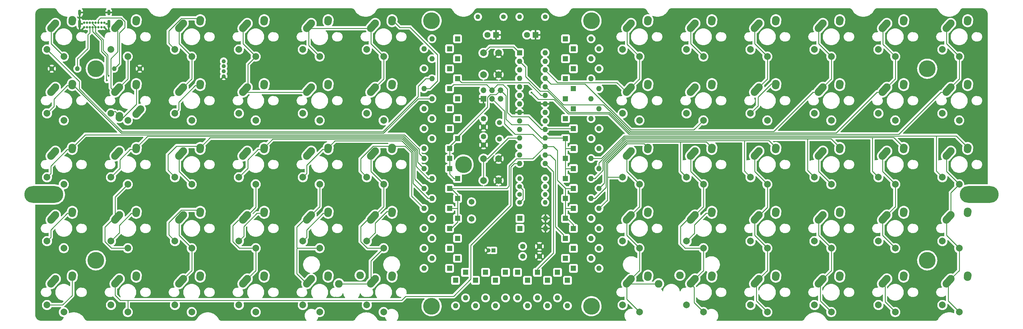
<source format=gbr>
G04 #@! TF.GenerationSoftware,KiCad,Pcbnew,(6.0.7-1)-1*
G04 #@! TF.CreationDate,2023-03-16T20:55:52+01:00*
G04 #@! TF.ProjectId,lumberjack,6c756d62-6572-46a6-9163-6b2e6b696361,1.7*
G04 #@! TF.SameCoordinates,Original*
G04 #@! TF.FileFunction,Copper,L1,Top*
G04 #@! TF.FilePolarity,Positive*
%FSLAX46Y46*%
G04 Gerber Fmt 4.6, Leading zero omitted, Abs format (unit mm)*
G04 Created by KiCad (PCBNEW (6.0.7-1)-1) date 2023-03-16 20:55:52*
%MOMM*%
%LPD*%
G01*
G04 APERTURE LIST*
G04 Aperture macros list*
%AMHorizOval*
0 Thick line with rounded ends*
0 $1 width*
0 $2 $3 position (X,Y) of the first rounded end (center of the circle)*
0 $4 $5 position (X,Y) of the second rounded end (center of the circle)*
0 Add line between two ends*
20,1,$1,$2,$3,$4,$5,0*
0 Add two circle primitives to create the rounded ends*
1,1,$1,$2,$3*
1,1,$1,$4,$5*%
G04 Aperture macros list end*
G04 #@! TA.AperFunction,ComponentPad*
%ADD10C,1.600000*%
G04 #@! TD*
G04 #@! TA.AperFunction,ComponentPad*
%ADD11R,1.800000X1.800000*%
G04 #@! TD*
G04 #@! TA.AperFunction,ComponentPad*
%ADD12C,1.800000*%
G04 #@! TD*
G04 #@! TA.AperFunction,ComponentPad*
%ADD13R,1.600000X1.600000*%
G04 #@! TD*
G04 #@! TA.AperFunction,ComponentPad*
%ADD14O,1.600000X1.600000*%
G04 #@! TD*
G04 #@! TA.AperFunction,ComponentPad*
%ADD15C,1.710000*%
G04 #@! TD*
G04 #@! TA.AperFunction,ComponentPad*
%ADD16R,1.200000X1.200000*%
G04 #@! TD*
G04 #@! TA.AperFunction,ComponentPad*
%ADD17C,1.200000*%
G04 #@! TD*
G04 #@! TA.AperFunction,ComponentPad*
%ADD18C,2.000000*%
G04 #@! TD*
G04 #@! TA.AperFunction,WasherPad*
%ADD19C,5.000000*%
G04 #@! TD*
G04 #@! TA.AperFunction,WasherPad*
%ADD20O,11.600000X5.000000*%
G04 #@! TD*
G04 #@! TA.AperFunction,ComponentPad*
%ADD21C,2.286000*%
G04 #@! TD*
G04 #@! TA.AperFunction,ComponentPad*
%ADD22R,1.700000X1.700000*%
G04 #@! TD*
G04 #@! TA.AperFunction,ComponentPad*
%ADD23O,1.700000X1.700000*%
G04 #@! TD*
G04 #@! TA.AperFunction,ComponentPad*
%ADD24C,1.400000*%
G04 #@! TD*
G04 #@! TA.AperFunction,ComponentPad*
%ADD25O,1.400000X1.400000*%
G04 #@! TD*
G04 #@! TA.AperFunction,ComponentPad*
%ADD26C,1.500000*%
G04 #@! TD*
G04 #@! TA.AperFunction,ComponentPad*
%ADD27HorizOval,2.250000X0.019771X0.290016X-0.019771X-0.290016X0*%
G04 #@! TD*
G04 #@! TA.AperFunction,ComponentPad*
%ADD28C,2.250000*%
G04 #@! TD*
G04 #@! TA.AperFunction,ComponentPad*
%ADD29HorizOval,2.250000X0.654995X0.730004X-0.654995X-0.730004X0*%
G04 #@! TD*
G04 #@! TA.AperFunction,ComponentPad*
%ADD30HorizOval,2.250000X-0.019771X-0.290016X0.019771X0.290016X0*%
G04 #@! TD*
G04 #@! TA.AperFunction,ComponentPad*
%ADD31HorizOval,2.250000X-0.654995X-0.730004X0.654995X0.730004X0*%
G04 #@! TD*
G04 #@! TA.AperFunction,ComponentPad*
%ADD32C,0.700000*%
G04 #@! TD*
G04 #@! TA.AperFunction,ComponentPad*
%ADD33O,0.900000X1.700000*%
G04 #@! TD*
G04 #@! TA.AperFunction,ComponentPad*
%ADD34O,0.900000X2.400000*%
G04 #@! TD*
G04 #@! TA.AperFunction,ComponentPad*
%ADD35C,1.244600*%
G04 #@! TD*
G04 #@! TA.AperFunction,ViaPad*
%ADD36C,0.600000*%
G04 #@! TD*
G04 #@! TA.AperFunction,Conductor*
%ADD37C,0.250000*%
G04 #@! TD*
G04 APERTURE END LIST*
D10*
X144065746Y-94059454D03*
X144065746Y-96559454D03*
X144065746Y-88701637D03*
X144065746Y-91201637D03*
D11*
X159543884Y-63698491D03*
D12*
X157003884Y-63698491D03*
D13*
X154781380Y-69056308D03*
D14*
X154781380Y-71596308D03*
X154781380Y-74136308D03*
X154781380Y-76676308D03*
X154781380Y-79216308D03*
X154781380Y-81756308D03*
X154781380Y-84296308D03*
X154781380Y-86836308D03*
X154781380Y-89376308D03*
X154781380Y-91916308D03*
X154781380Y-94456308D03*
X154781380Y-96996308D03*
X154781380Y-99536308D03*
X154781380Y-102076308D03*
X162401380Y-102076308D03*
X162401380Y-99536308D03*
X162401380Y-96996308D03*
X162401380Y-94456308D03*
X162401380Y-91916308D03*
X162401380Y-89376308D03*
X162401380Y-86836308D03*
X162401380Y-84296308D03*
X162401380Y-81756308D03*
X162401380Y-79216308D03*
X162401380Y-76676308D03*
X162401380Y-74136308D03*
X162401380Y-71596308D03*
X162401380Y-69056308D03*
D15*
X140493868Y-113546035D03*
X140493868Y-118626035D03*
D13*
X136326677Y-82748507D03*
D14*
X128706677Y-82748507D03*
D13*
X136326677Y-118467287D03*
D14*
X128706677Y-118467287D03*
D13*
X150614189Y-134540738D03*
D14*
X150614189Y-142160738D03*
D13*
X147637624Y-136921990D03*
D14*
X147637624Y-144541990D03*
D13*
X144661059Y-134540738D03*
D14*
X144661059Y-142160738D03*
D13*
X138707929Y-134540738D03*
D14*
X138707929Y-142160738D03*
D16*
X147042311Y-127992295D03*
D17*
X145542311Y-127992295D03*
D13*
X136326677Y-76795377D03*
D14*
X128706677Y-76795377D03*
D18*
X144065746Y-100656340D03*
X144065746Y-107156340D03*
X148565746Y-107156340D03*
X148565746Y-100656340D03*
D19*
X128587608Y-59531300D03*
X176212648Y-59531300D03*
X128587608Y-144661059D03*
X176212648Y-144661059D03*
D20*
X13096886Y-111323531D03*
X291703370Y-111323531D03*
D13*
X166092327Y-134540738D03*
D14*
X166092327Y-142160738D03*
D11*
X147796372Y-63698491D03*
D12*
X145256372Y-63698491D03*
D13*
X136326677Y-130373547D03*
D14*
X128706677Y-130373547D03*
D13*
X136326677Y-124420417D03*
D14*
X128706677Y-124420417D03*
D13*
X133945425Y-115490722D03*
D14*
X126325425Y-115490722D03*
D13*
X136326677Y-112514157D03*
D14*
X128706677Y-112514157D03*
D13*
X133945425Y-109537592D03*
D14*
X126325425Y-109537592D03*
D13*
X133945425Y-121443852D03*
D14*
X126325425Y-121443852D03*
D13*
X133945425Y-97631332D03*
D14*
X126325425Y-97631332D03*
D13*
X136326677Y-94654767D03*
D14*
X128706677Y-94654767D03*
D13*
X133945425Y-103584462D03*
D14*
X126325425Y-103584462D03*
D13*
X133945425Y-91678202D03*
D14*
X126325425Y-91678202D03*
D13*
X136326677Y-88701637D03*
D14*
X128706677Y-88701637D03*
D13*
X133945425Y-85725072D03*
D14*
X126325425Y-85725072D03*
D13*
X168473579Y-76795377D03*
D14*
X176093579Y-76795377D03*
D13*
X133945425Y-73818812D03*
D14*
X126325425Y-73818812D03*
D13*
X170854831Y-73818812D03*
D14*
X178474831Y-73818812D03*
D13*
X133945425Y-67865682D03*
D14*
X126325425Y-67865682D03*
D13*
X163115762Y-136921990D03*
D14*
X163115762Y-144541990D03*
D18*
X144065746Y-75604751D03*
X144065746Y-69104751D03*
X148565746Y-75604751D03*
X148565746Y-69104751D03*
D10*
X155734510Y-126801669D03*
X160734510Y-126801669D03*
D13*
X135731364Y-136921990D03*
D14*
X135731364Y-144541990D03*
D13*
X170854831Y-115490722D03*
D14*
X178474831Y-115490722D03*
D13*
X169068892Y-136921990D03*
D14*
X169068892Y-144541990D03*
D13*
X170854831Y-79771942D03*
D14*
X178474831Y-79771942D03*
D13*
X168473579Y-64889117D03*
D14*
X176093579Y-64889117D03*
D13*
X170854831Y-67865682D03*
D14*
X178474831Y-67865682D03*
D13*
X168473579Y-82748507D03*
D14*
X176093579Y-82748507D03*
D13*
X170854831Y-97631332D03*
D14*
X178474831Y-97631332D03*
D13*
X170854831Y-91678202D03*
D14*
X178474831Y-91678202D03*
D13*
X168473579Y-94654767D03*
D14*
X176093579Y-94654767D03*
D13*
X168473579Y-106561027D03*
D14*
X176093579Y-106561027D03*
D13*
X170854831Y-103584462D03*
D14*
X178474831Y-103584462D03*
D13*
X168473579Y-100607897D03*
D14*
X176093579Y-100607897D03*
D13*
X170854831Y-85725072D03*
D14*
X178474831Y-85725072D03*
D13*
X168473579Y-112514157D03*
D14*
X176093579Y-112514157D03*
D13*
X170854831Y-109537592D03*
D14*
X178474831Y-109537592D03*
D13*
X168473579Y-118467287D03*
D14*
X176093579Y-118467287D03*
D13*
X168473579Y-88701637D03*
D14*
X176093579Y-88701637D03*
D13*
X168473579Y-70842247D03*
D14*
X176093579Y-70842247D03*
D13*
X170854831Y-133350112D03*
D14*
X178474831Y-133350112D03*
D13*
X168473579Y-124420417D03*
D14*
X176093579Y-124420417D03*
D13*
X154186067Y-134540738D03*
D14*
X154186067Y-142160738D03*
D13*
X170854831Y-121443852D03*
D14*
X178474831Y-121443852D03*
D13*
X170854831Y-127396982D03*
D14*
X178474831Y-127396982D03*
D13*
X168473579Y-130373547D03*
D14*
X176093579Y-130373547D03*
D13*
X157162632Y-136921990D03*
D14*
X157162632Y-144541990D03*
D21*
X202565168Y-135413868D03*
X196215168Y-137953868D03*
X107315088Y-135413868D03*
X100965088Y-137953868D03*
D10*
X155734510Y-129778234D03*
X160734510Y-129778234D03*
D22*
X144065746Y-82748507D03*
D23*
X144065746Y-80208507D03*
X146605746Y-82748507D03*
X146605746Y-80208507D03*
X149145746Y-82748507D03*
X149145746Y-80208507D03*
D19*
X138112616Y-102393836D03*
D13*
X160139197Y-134540738D03*
D14*
X160139197Y-142160738D03*
D13*
X133945425Y-133350112D03*
D14*
X126325425Y-133350112D03*
D13*
X136326677Y-106561027D03*
D14*
X128706677Y-106561027D03*
D13*
X133945425Y-100607897D03*
D14*
X126325425Y-100607897D03*
D13*
X133945425Y-79771942D03*
D14*
X126325425Y-79771942D03*
D24*
X162401380Y-106561027D03*
D25*
X154781380Y-106561027D03*
D26*
X148828250Y-89892263D03*
X148828250Y-94772263D03*
D13*
X133945425Y-127396982D03*
D14*
X126325425Y-127396982D03*
D24*
X154781380Y-113704783D03*
D25*
X162401380Y-113704783D03*
D24*
X150018876Y-58340674D03*
D25*
X142398876Y-58340674D03*
D24*
X162401380Y-58340674D03*
D25*
X154781380Y-58340674D03*
D24*
X154781380Y-111323531D03*
D25*
X162401380Y-111323531D03*
D13*
X154900449Y-121443852D03*
D14*
X162520449Y-121443852D03*
D13*
X154900449Y-118467287D03*
D14*
X162520449Y-118467287D03*
D24*
X15478138Y-73818812D03*
D25*
X23098138Y-73818812D03*
D24*
X41671910Y-73818812D03*
D25*
X34051910Y-73818812D03*
D24*
X154781380Y-108942279D03*
D25*
X162401380Y-108942279D03*
D13*
X136326677Y-64889117D03*
D14*
X128706677Y-64889117D03*
D13*
X136326677Y-70842247D03*
D14*
X128706677Y-70842247D03*
D13*
X141684494Y-136921990D03*
D14*
X141684494Y-144541990D03*
D18*
X14050016Y-87143820D03*
D27*
X21569787Y-78553804D03*
D28*
X21590016Y-78263820D03*
D18*
X19050016Y-89243820D03*
D29*
X15895011Y-80073816D03*
D28*
X16550016Y-79343820D03*
X21590016Y-97313836D03*
D27*
X21569787Y-97603820D03*
D18*
X14050016Y-106193836D03*
D28*
X16550016Y-98393836D03*
D18*
X19050016Y-108293836D03*
D29*
X15895011Y-99123832D03*
D18*
X14050016Y-125243852D03*
D28*
X21590016Y-116363852D03*
D27*
X21569787Y-116653836D03*
D28*
X16550016Y-117443852D03*
D18*
X19050016Y-127343852D03*
D29*
X15895011Y-118173848D03*
D28*
X21590016Y-135413868D03*
D27*
X21569787Y-135703852D03*
D18*
X14050016Y-144293868D03*
D29*
X15895011Y-137223864D03*
D18*
X19050016Y-146393868D03*
D28*
X16550016Y-136493868D03*
X40640032Y-135413868D03*
D27*
X40619803Y-135703852D03*
D18*
X33100032Y-144293868D03*
D28*
X35600032Y-136493868D03*
D18*
X38100032Y-146393868D03*
D29*
X34945027Y-137223864D03*
D27*
X40619803Y-59503788D03*
D28*
X40640032Y-59213804D03*
D18*
X33100032Y-68093804D03*
D28*
X35600032Y-60293804D03*
D18*
X38100032Y-70193804D03*
D29*
X34945027Y-61023800D03*
D28*
X35560032Y-88423820D03*
D27*
X40619803Y-78553804D03*
D28*
X40640032Y-78263820D03*
D30*
X35580261Y-88133836D03*
D18*
X33100032Y-87143820D03*
D28*
X40600032Y-87343820D03*
X35600032Y-79343820D03*
D18*
X38100032Y-89243820D03*
D31*
X41255037Y-86613824D03*
D29*
X34945027Y-80073816D03*
D27*
X40619803Y-97603820D03*
D28*
X40640032Y-97313836D03*
D18*
X33100032Y-106193836D03*
X38100032Y-108293836D03*
D29*
X34945027Y-99123832D03*
D28*
X35600032Y-98393836D03*
D27*
X40619803Y-116653836D03*
D28*
X40640032Y-116363852D03*
D18*
X33100032Y-125243852D03*
X38100032Y-127343852D03*
D29*
X34945027Y-118173848D03*
D28*
X35600032Y-117443852D03*
D27*
X59669819Y-116653836D03*
D28*
X59690048Y-116363852D03*
D18*
X52150048Y-125243852D03*
D28*
X54650048Y-117443852D03*
D29*
X53995043Y-118173848D03*
D18*
X57150048Y-127343852D03*
D27*
X59669819Y-135703852D03*
D28*
X59690048Y-135413868D03*
D18*
X52150048Y-144293868D03*
D29*
X53995043Y-137223864D03*
D18*
X57150048Y-146393868D03*
D28*
X54650048Y-136493868D03*
D18*
X52150048Y-106193836D03*
D28*
X59690048Y-97313836D03*
D27*
X59669819Y-97603820D03*
D28*
X54650048Y-98393836D03*
D29*
X53995043Y-99123832D03*
D18*
X57150048Y-108293836D03*
D28*
X78740064Y-97313836D03*
D27*
X78719835Y-97603820D03*
D18*
X71200064Y-106193836D03*
X76200064Y-108293836D03*
D28*
X73700064Y-98393836D03*
D29*
X73045059Y-99123832D03*
D18*
X71200064Y-125243852D03*
D28*
X78740064Y-116363852D03*
D27*
X78719835Y-116653836D03*
D28*
X73700064Y-117443852D03*
D29*
X73045059Y-118173848D03*
D18*
X76200064Y-127343852D03*
X71200064Y-144293868D03*
D28*
X78740064Y-135413868D03*
D27*
X78719835Y-135703852D03*
D28*
X73700064Y-136493868D03*
D29*
X73045059Y-137223864D03*
D18*
X76200064Y-146393868D03*
D28*
X78740064Y-59213804D03*
D18*
X71200064Y-68093804D03*
D27*
X78719835Y-59503788D03*
D18*
X76200064Y-70193804D03*
D28*
X73700064Y-60293804D03*
D29*
X73045059Y-61023800D03*
D28*
X78740064Y-78263820D03*
D27*
X78719835Y-78553804D03*
D18*
X71200064Y-87143820D03*
X76200064Y-89243820D03*
D29*
X73045059Y-80073816D03*
D28*
X73700064Y-79343820D03*
X97790080Y-78263820D03*
D18*
X90250080Y-87143820D03*
D27*
X97769851Y-78553804D03*
D29*
X92095075Y-80073816D03*
D28*
X92750080Y-79343820D03*
D18*
X95250080Y-89243820D03*
D27*
X97769851Y-97603820D03*
D28*
X97790080Y-97313836D03*
D18*
X90250080Y-106193836D03*
X95250080Y-108293836D03*
D29*
X92095075Y-99123832D03*
D28*
X92750080Y-98393836D03*
X97790080Y-116363852D03*
D18*
X90250080Y-125243852D03*
D27*
X97769851Y-116653836D03*
D18*
X95250080Y-127343852D03*
D29*
X92095075Y-118173848D03*
D28*
X92750080Y-117443852D03*
X97790080Y-135413868D03*
D18*
X90250080Y-144293868D03*
D27*
X97769851Y-135703852D03*
D29*
X92095075Y-137223864D03*
D28*
X92750080Y-136493868D03*
D18*
X95250080Y-146393868D03*
X90250080Y-68093804D03*
D27*
X97769851Y-59503788D03*
D28*
X97790080Y-59213804D03*
D29*
X92095075Y-61023800D03*
D18*
X95250080Y-70193804D03*
D28*
X92750080Y-60293804D03*
D27*
X116819867Y-59503788D03*
D18*
X109300096Y-68093804D03*
D28*
X116840096Y-59213804D03*
D29*
X111145091Y-61023800D03*
D28*
X111800096Y-60293804D03*
D18*
X114300096Y-70193804D03*
D28*
X116840096Y-78263820D03*
D27*
X116819867Y-78553804D03*
D18*
X109300096Y-87143820D03*
D29*
X111145091Y-80073816D03*
D18*
X114300096Y-89243820D03*
D28*
X111800096Y-79343820D03*
D27*
X116819867Y-97603820D03*
D18*
X109300096Y-106193836D03*
D28*
X116840096Y-97313836D03*
D18*
X114300096Y-108293836D03*
D28*
X111800096Y-98393836D03*
D29*
X111145091Y-99123832D03*
D18*
X109300096Y-125243852D03*
D28*
X116840096Y-116363852D03*
D27*
X116819867Y-116653836D03*
D18*
X114300096Y-127343852D03*
D29*
X111145091Y-118173848D03*
D28*
X111800096Y-117443852D03*
X116840096Y-135413868D03*
D18*
X109300096Y-144293868D03*
D27*
X116819867Y-135703852D03*
D28*
X111800096Y-136493868D03*
D18*
X114300096Y-146393868D03*
D29*
X111145091Y-137223864D03*
D28*
X288290240Y-59213804D03*
D27*
X288270011Y-59503788D03*
D18*
X280750240Y-68093804D03*
X285750240Y-70193804D03*
D28*
X283250240Y-60293804D03*
D29*
X282595235Y-61023800D03*
D27*
X288270011Y-78553804D03*
D18*
X280750240Y-87143820D03*
D28*
X288290240Y-78263820D03*
D29*
X282595235Y-80073816D03*
D18*
X285750240Y-89243820D03*
D28*
X283250240Y-79343820D03*
D18*
X280750240Y-106193836D03*
D27*
X288270011Y-97603820D03*
D28*
X288290240Y-97313836D03*
D29*
X282595235Y-99123832D03*
D18*
X285750240Y-108293836D03*
D28*
X283250240Y-98393836D03*
D27*
X288270011Y-116653836D03*
D18*
X280750240Y-125243852D03*
D28*
X288290240Y-116363852D03*
D18*
X285750240Y-127343852D03*
D28*
X283250240Y-117443852D03*
D29*
X282595235Y-118173848D03*
D27*
X288270011Y-135703852D03*
D18*
X280750240Y-144293868D03*
D28*
X288290240Y-135413868D03*
X283250240Y-136493868D03*
D29*
X282595235Y-137223864D03*
D18*
X285750240Y-146393868D03*
X261700224Y-144293868D03*
D28*
X269240224Y-135413868D03*
D27*
X269219995Y-135703852D03*
D18*
X266700224Y-146393868D03*
D28*
X264200224Y-136493868D03*
D29*
X263545219Y-137223864D03*
D18*
X261700224Y-68093804D03*
D27*
X269219995Y-59503788D03*
D28*
X269240224Y-59213804D03*
X264200224Y-60293804D03*
D18*
X266700224Y-70193804D03*
D29*
X263545219Y-61023800D03*
D27*
X269219995Y-78553804D03*
D28*
X269240224Y-78263820D03*
D18*
X261700224Y-87143820D03*
D29*
X263545219Y-80073816D03*
D28*
X264200224Y-79343820D03*
D18*
X266700224Y-89243820D03*
X261700224Y-106193836D03*
D28*
X269240224Y-97313836D03*
D27*
X269219995Y-97603820D03*
D29*
X263545219Y-99123832D03*
D28*
X264200224Y-98393836D03*
D18*
X266700224Y-108293836D03*
D27*
X269219995Y-116653836D03*
D18*
X261700224Y-125243852D03*
D28*
X269240224Y-116363852D03*
D29*
X263545219Y-118173848D03*
D28*
X264200224Y-117443852D03*
D18*
X266700224Y-127343852D03*
D28*
X250190208Y-116363852D03*
D27*
X250169979Y-116653836D03*
D18*
X242650208Y-125243852D03*
D28*
X245150208Y-117443852D03*
D29*
X244495203Y-118173848D03*
D18*
X247650208Y-127343852D03*
D28*
X250190208Y-135413868D03*
D27*
X250169979Y-135703852D03*
D18*
X242650208Y-144293868D03*
D28*
X245150208Y-136493868D03*
D18*
X247650208Y-146393868D03*
D29*
X244495203Y-137223864D03*
D28*
X250190208Y-59213804D03*
D27*
X250169979Y-59503788D03*
D18*
X242650208Y-68093804D03*
X247650208Y-70193804D03*
D28*
X245150208Y-60293804D03*
D29*
X244495203Y-61023800D03*
D18*
X242650208Y-87143820D03*
D27*
X250169979Y-78553804D03*
D28*
X250190208Y-78263820D03*
X245150208Y-79343820D03*
D18*
X247650208Y-89243820D03*
D29*
X244495203Y-80073816D03*
D18*
X242650208Y-106193836D03*
D28*
X250190208Y-97313836D03*
D27*
X250169979Y-97603820D03*
D18*
X247650208Y-108293836D03*
D29*
X244495203Y-99123832D03*
D28*
X245150208Y-98393836D03*
D27*
X231119963Y-97603820D03*
D28*
X231140192Y-97313836D03*
D18*
X223600192Y-106193836D03*
X228600192Y-108293836D03*
D28*
X226100192Y-98393836D03*
D29*
X225445187Y-99123832D03*
D28*
X231140192Y-116363852D03*
D18*
X223600192Y-125243852D03*
D27*
X231119963Y-116653836D03*
D28*
X226100192Y-117443852D03*
D18*
X228600192Y-127343852D03*
D29*
X225445187Y-118173848D03*
D27*
X231119963Y-135703852D03*
D18*
X223600192Y-144293868D03*
D28*
X231140192Y-135413868D03*
D18*
X228600192Y-146393868D03*
D29*
X225445187Y-137223864D03*
D28*
X226100192Y-136493868D03*
D18*
X223600192Y-68093804D03*
D27*
X231119963Y-59503788D03*
D28*
X231140192Y-59213804D03*
D29*
X225445187Y-61023800D03*
D28*
X226100192Y-60293804D03*
D18*
X228600192Y-70193804D03*
X223600192Y-87143820D03*
D27*
X231119963Y-78553804D03*
D28*
X231140192Y-78263820D03*
D18*
X228600192Y-89243820D03*
D28*
X226100192Y-79343820D03*
D29*
X225445187Y-80073816D03*
D18*
X204550176Y-87143820D03*
D28*
X212090176Y-78263820D03*
D27*
X212069947Y-78553804D03*
D28*
X207050176Y-79343820D03*
D18*
X209550176Y-89243820D03*
D29*
X206395171Y-80073816D03*
D18*
X204550176Y-106193836D03*
D27*
X212069947Y-97603820D03*
D28*
X212090176Y-97313836D03*
X207050176Y-98393836D03*
D29*
X206395171Y-99123832D03*
D18*
X209550176Y-108293836D03*
D27*
X212069947Y-116653836D03*
D18*
X204550176Y-125243852D03*
D28*
X212090176Y-116363852D03*
D18*
X209550176Y-127343852D03*
D28*
X207050176Y-117443852D03*
D29*
X206395171Y-118173848D03*
D27*
X212069947Y-135703852D03*
D18*
X204550176Y-144293868D03*
D28*
X212090176Y-135413868D03*
D18*
X209550176Y-146393868D03*
D28*
X207050176Y-136493868D03*
D29*
X206395171Y-137223864D03*
D27*
X212069947Y-59503788D03*
D28*
X212090176Y-59213804D03*
D18*
X204550176Y-68093804D03*
X209550176Y-70193804D03*
D29*
X206395171Y-61023800D03*
D28*
X207050176Y-60293804D03*
D27*
X193019931Y-59503788D03*
D28*
X193040160Y-59213804D03*
D18*
X185500160Y-68093804D03*
X190500160Y-70193804D03*
D28*
X188000160Y-60293804D03*
D29*
X187345155Y-61023800D03*
D18*
X185500160Y-87143820D03*
D28*
X193040160Y-78263820D03*
D27*
X193019931Y-78553804D03*
D28*
X188000160Y-79343820D03*
D29*
X187345155Y-80073816D03*
D18*
X190500160Y-89243820D03*
X185500160Y-106193836D03*
D28*
X193040160Y-97313836D03*
D27*
X193019931Y-97603820D03*
D28*
X188000160Y-98393836D03*
D29*
X187345155Y-99123832D03*
D18*
X190500160Y-108293836D03*
D28*
X193040160Y-116363852D03*
D18*
X185500160Y-125243852D03*
D27*
X193019931Y-116653836D03*
D18*
X190500160Y-127343852D03*
D29*
X187345155Y-118173848D03*
D28*
X188000160Y-117443852D03*
X193040160Y-135413868D03*
D18*
X185500160Y-144293868D03*
D27*
X193019931Y-135703852D03*
D29*
X187345155Y-137223864D03*
D18*
X190500160Y-146393868D03*
D28*
X188000160Y-136493868D03*
D18*
X52150048Y-68093804D03*
D27*
X59669819Y-59503788D03*
D28*
X59690048Y-59213804D03*
X54650048Y-60293804D03*
D18*
X57150048Y-70193804D03*
D29*
X53995043Y-61023800D03*
D27*
X59669819Y-78553804D03*
D18*
X52150048Y-87143820D03*
D28*
X59690048Y-78263820D03*
X54650048Y-79343820D03*
D29*
X53995043Y-80073816D03*
D18*
X57150048Y-89243820D03*
D19*
X28575024Y-130968860D03*
X276225232Y-73818812D03*
X276225232Y-130968860D03*
X28575024Y-73818812D03*
D28*
X21589968Y-59213750D03*
D18*
X14049968Y-68093750D03*
D27*
X21569739Y-59503734D03*
D28*
X16549968Y-60293750D03*
D29*
X15894963Y-61023746D03*
D18*
X19049968Y-70193750D03*
D32*
X25128000Y-61429000D03*
X25978000Y-61429000D03*
X26828000Y-61429000D03*
X27678000Y-61429000D03*
X28528000Y-61429000D03*
X29378000Y-61429000D03*
X30228000Y-61429000D03*
X31078000Y-61429000D03*
X31078000Y-60079000D03*
X30228000Y-60079000D03*
X29378000Y-60079000D03*
X28528000Y-60079000D03*
X27678000Y-60079000D03*
X26828000Y-60079000D03*
X25978000Y-60079000D03*
X25128000Y-60079000D03*
D33*
X32428000Y-57069000D03*
D34*
X23778000Y-60449000D03*
D33*
X23778000Y-57069000D03*
D34*
X32428000Y-60449000D03*
D35*
X66675000Y-76075000D03*
X66675000Y-74575001D03*
X66675000Y-73074999D03*
X66675000Y-71574999D03*
D36*
X236500000Y-110400000D03*
X199100000Y-108350000D03*
X130373547Y-102393836D03*
X101092000Y-70104000D03*
X84800000Y-119000000D03*
X256700000Y-127700000D03*
X23114000Y-67818000D03*
X66436875Y-88106250D03*
X182761091Y-144065746D03*
X69056308Y-76200064D03*
X83300000Y-126700000D03*
X84700000Y-138100000D03*
X122039165Y-89296950D03*
X218900000Y-136350000D03*
X40719375Y-67627500D03*
X30226000Y-91440000D03*
X66675000Y-103108125D03*
X24050625Y-90249375D03*
X47625000Y-83343750D03*
X158353258Y-80962568D03*
X31841207Y-77307207D03*
X32357368Y-75907868D03*
D37*
X33100032Y-106193836D02*
X35731131Y-103562737D01*
X35731131Y-100983837D02*
X38821132Y-97893836D01*
X35731131Y-103562737D02*
X35731131Y-100983837D01*
X38821132Y-97893836D02*
X40600032Y-97893836D01*
X71200064Y-106193836D02*
X73831163Y-103562737D01*
X73831163Y-103562737D02*
X73831163Y-100983837D01*
X73831163Y-100983837D02*
X76921164Y-97893836D01*
X76921164Y-97893836D02*
X78700064Y-97893836D01*
X90250080Y-106193836D02*
X91420081Y-105023835D01*
X91420081Y-105023835D02*
X91420081Y-102635919D01*
X91420081Y-102635919D02*
X96162164Y-97893836D01*
X96162164Y-97893836D02*
X97750080Y-97893836D01*
X23622000Y-77665782D02*
X23622000Y-79822000D01*
X23622000Y-79822000D02*
X36400000Y-92600000D01*
X14049968Y-68093750D02*
X23622000Y-77665782D01*
X36400000Y-92600000D02*
X114100000Y-92600000D01*
X114100000Y-92600000D02*
X124600000Y-82100000D01*
X124600000Y-82100000D02*
X124600000Y-79100000D01*
X124600000Y-79100000D02*
X126904623Y-76795377D01*
X126904623Y-76795377D02*
X128706677Y-76795377D01*
X34290032Y-61753804D02*
X35123467Y-62587239D01*
X33020000Y-70866000D02*
X33020000Y-79533788D01*
X33020000Y-79533788D02*
X34290032Y-80803820D01*
X35123467Y-62587239D02*
X35123467Y-68762533D01*
X35123467Y-68762533D02*
X33020000Y-70866000D01*
X23098138Y-73818812D02*
X23098138Y-70881862D01*
X23098138Y-70881862D02*
X26162000Y-67818000D01*
X26162000Y-67818000D02*
X26162000Y-63754000D01*
X26162000Y-63754000D02*
X26828000Y-63088000D01*
X26828000Y-63088000D02*
X26828000Y-61429000D01*
X32357368Y-75907868D02*
X32161618Y-75712118D01*
X32161618Y-75712118D02*
X32161618Y-69753618D01*
X30734000Y-68326000D02*
X30734000Y-65149604D01*
X30734000Y-65149604D02*
X28528000Y-62943604D01*
X32161618Y-69753618D02*
X30734000Y-68326000D01*
X28528000Y-62943604D02*
X28528000Y-61429000D01*
X31841207Y-77307207D02*
X31711618Y-77177618D01*
X31711618Y-70065618D02*
X30284000Y-68638000D01*
X31711618Y-77177618D02*
X31711618Y-70065618D01*
X30284000Y-68638000D02*
X30284000Y-65336000D01*
X30284000Y-65336000D02*
X27678000Y-62730000D01*
X27678000Y-62730000D02*
X27678000Y-61429000D01*
X137517303Y-77986003D02*
X136326677Y-76795377D01*
X157499705Y-77986003D02*
X137517303Y-77986003D01*
X162401380Y-81756308D02*
X161270010Y-81756308D01*
X161270010Y-81756308D02*
X157499705Y-77986003D01*
X146605746Y-80208507D02*
X144978555Y-78581316D01*
X148232937Y-78581316D02*
X146605746Y-80208507D01*
X152400128Y-88106324D02*
X151209502Y-86915698D01*
X162639486Y-91678202D02*
X170854831Y-91678202D01*
X157519839Y-88106324D02*
X152400128Y-88106324D01*
X151209502Y-86915698D02*
X151209502Y-79892398D01*
X144978555Y-78581316D02*
X135136051Y-78581316D01*
X151209502Y-79892398D02*
X149898420Y-78581316D01*
X161329823Y-91916308D02*
X162401380Y-91916308D01*
X149898420Y-78581316D02*
X148232937Y-78581316D01*
X161329823Y-91916308D02*
X157519839Y-88106324D01*
X135136051Y-78581316D02*
X133945425Y-79771942D01*
X168473579Y-103526421D02*
X168473579Y-100607897D01*
X170854831Y-103584462D02*
X168531620Y-103584462D01*
X157374824Y-90501309D02*
X152413861Y-90501309D01*
X145256372Y-82358879D02*
X146072995Y-81542256D01*
X168531620Y-103584462D02*
X168473579Y-103526421D01*
X168473579Y-100607897D02*
X168473579Y-97723579D01*
X170854831Y-97631332D02*
X168565826Y-97631332D01*
X168473579Y-106561027D02*
X168473579Y-103526421D01*
X136326677Y-106561027D02*
X135276677Y-106561027D01*
X152413861Y-90501309D02*
X150759491Y-88846939D01*
X146072995Y-81542256D02*
X147811997Y-81542256D01*
X145256372Y-85270385D02*
X145256372Y-82358879D01*
X133945425Y-100607897D02*
X133945425Y-97631332D01*
X150759491Y-81822252D02*
X149145746Y-80208507D01*
X147811997Y-81542256D02*
X149145746Y-80208507D01*
X133945425Y-97036019D02*
X136326677Y-94654767D01*
X168565826Y-97631332D02*
X168473579Y-97723579D01*
X168473579Y-97723579D02*
X168473579Y-94654767D01*
X162401380Y-94456308D02*
X168275120Y-94456308D01*
X161329823Y-94456308D02*
X162401380Y-94456308D01*
X150759491Y-88846939D02*
X150759491Y-81822252D01*
X133945425Y-105229775D02*
X133945425Y-103584462D01*
X136326677Y-94200080D02*
X145256372Y-85270385D01*
X135276677Y-106561027D02*
X133945425Y-105229775D01*
X161329823Y-94456308D02*
X157374824Y-90501309D01*
X133945425Y-103584462D02*
X133945425Y-100607897D01*
X168473579Y-118467287D02*
X168473579Y-115473579D01*
X162401380Y-96996308D02*
X158736379Y-93331307D01*
X151685625Y-102870000D02*
X151685625Y-108823125D01*
X153894316Y-100661309D02*
X151685625Y-102870000D01*
X170259518Y-109537592D02*
X168537592Y-109537592D01*
X136326677Y-115423323D02*
X136326677Y-112514157D01*
X168490722Y-115490722D02*
X168473579Y-115473579D01*
X170854831Y-115490722D02*
X168490722Y-115490722D01*
X167878266Y-108878266D02*
X166092327Y-107092327D01*
X158736379Y-93331307D02*
X153416822Y-93331307D01*
X166092327Y-98226645D02*
X164861990Y-96996308D01*
X136326677Y-111464157D02*
X134400112Y-109537592D01*
X166092327Y-107092327D02*
X166092327Y-98226645D01*
X136326677Y-118467287D02*
X136326677Y-115423323D01*
X168537592Y-109537592D02*
X167878266Y-108878266D01*
X170854831Y-120393852D02*
X168928266Y-118467287D01*
X153416822Y-93331307D02*
X150309480Y-90223965D01*
X150309480Y-90223965D02*
X150309480Y-86452241D01*
X150309480Y-86452241D02*
X146605746Y-82748507D01*
X133945425Y-115490722D02*
X136259278Y-115490722D01*
X168473579Y-109473579D02*
X167878266Y-108878266D01*
X162401380Y-96996308D02*
X158736379Y-100661309D01*
X136326677Y-119517287D02*
X134400112Y-121443852D01*
X168473579Y-115473579D02*
X168473579Y-112514157D01*
X150971158Y-109537592D02*
X133945425Y-109537592D01*
X164861990Y-96996308D02*
X162401380Y-96996308D01*
X136326677Y-118467287D02*
X136326677Y-119517287D01*
X158736379Y-100661309D02*
X153894316Y-100661309D01*
X168473579Y-112514157D02*
X168473579Y-109473579D01*
X136259278Y-115490722D02*
X136326677Y-115423323D01*
X170854831Y-121443852D02*
X170854831Y-120393852D01*
X136326677Y-112514157D02*
X136326677Y-111464157D01*
X151685625Y-108823125D02*
X150971158Y-109537592D01*
X163830112Y-99536308D02*
X165497014Y-101203210D01*
X162401380Y-99536308D02*
X163830112Y-99536308D01*
X165497014Y-101203210D02*
X165497014Y-120989165D01*
X167878266Y-123370417D02*
X167878266Y-124420417D01*
X165497014Y-120989165D02*
X167878266Y-123370417D01*
X160139197Y-133490738D02*
X160139197Y-134540738D01*
X162401380Y-102076308D02*
X164901701Y-104576629D01*
X164901701Y-104576629D02*
X164901701Y-128728234D01*
X164901701Y-128728234D02*
X160139197Y-133490738D01*
X144065746Y-69104751D02*
X145900128Y-67270369D01*
X145900128Y-67270369D02*
X152995441Y-67270369D01*
X152995441Y-67270369D02*
X154781380Y-69056308D01*
X91440080Y-137953868D02*
X88392000Y-134905788D01*
X91440080Y-80803820D02*
X72390064Y-80803820D01*
X76200064Y-70193804D02*
X73881163Y-72512705D01*
X151407961Y-94456308D02*
X154781380Y-94456308D01*
X95250080Y-114943852D02*
X92750080Y-117443852D01*
X95250080Y-108293836D02*
X95250080Y-114943852D01*
X72390064Y-66383804D02*
X76200064Y-70193804D01*
X144065746Y-100656340D02*
X145207929Y-100656340D01*
X88392000Y-121062930D02*
X90551078Y-118903852D01*
X95250080Y-127343852D02*
X88594010Y-127343852D01*
X72390064Y-61753804D02*
X72390064Y-66383804D01*
X88392000Y-134905788D02*
X88392000Y-127508000D01*
X144065746Y-100656340D02*
X144065746Y-107156340D01*
X73881163Y-72512705D02*
X73881163Y-79162721D01*
X145207929Y-100656340D02*
X151407961Y-94456308D01*
X88392000Y-127508000D02*
X88575079Y-127324921D01*
X88575079Y-127324921D02*
X88392000Y-127141842D01*
X88392000Y-127141842D02*
X88392000Y-121062930D01*
X88594010Y-127343852D02*
X88575079Y-127324921D01*
X152161875Y-114538125D02*
X152161875Y-103108125D01*
X38100032Y-142900032D02*
X38100000Y-142900000D01*
X120848539Y-141684494D02*
X135136051Y-141684494D01*
X135136051Y-141684494D02*
X140255625Y-136564920D01*
X38100032Y-146393868D02*
X38100032Y-142900032D01*
X140255625Y-126444375D02*
X152161875Y-114538125D01*
X15239968Y-61753750D02*
X15239968Y-66383750D01*
X140255625Y-136564920D02*
X140255625Y-126444375D01*
X119633033Y-142900000D02*
X120848539Y-141684494D01*
X34290032Y-137953868D02*
X34290032Y-141376420D01*
X152161875Y-103108125D02*
X153193692Y-102076308D01*
X15239968Y-66383750D02*
X19049968Y-70193750D01*
X38100000Y-142900000D02*
X119633033Y-142900000D01*
X35813612Y-142900000D02*
X38100000Y-142900000D01*
X153193692Y-102076308D02*
X154781380Y-102076308D01*
X34290032Y-141376420D02*
X35813612Y-142900000D01*
X34290032Y-118903852D02*
X34290032Y-112103836D01*
X31242000Y-121062882D02*
X33401030Y-118903852D01*
X57150048Y-127343852D02*
X57150048Y-133993868D01*
X53340048Y-123533852D02*
X57150048Y-127343852D01*
X33239030Y-127343852D02*
X31242000Y-125346822D01*
X38100032Y-127343852D02*
X33239030Y-127343852D01*
X57150048Y-133993868D02*
X54650048Y-136493868D01*
X35600032Y-79343820D02*
X38100032Y-76843820D01*
X34290032Y-112103836D02*
X38100032Y-108293836D01*
X31242000Y-125346822D02*
X31242000Y-121062882D01*
X38100032Y-76843820D02*
X38100032Y-70193804D01*
X53340048Y-118903852D02*
X53340048Y-123533852D01*
X71088148Y-118903852D02*
X69342000Y-120650000D01*
X53340048Y-104483836D02*
X57150048Y-108293836D01*
X69342000Y-125346790D02*
X71339062Y-127343852D01*
X53340048Y-99853836D02*
X53340048Y-104483836D01*
X69342000Y-120650000D02*
X69342000Y-125346790D01*
X57150048Y-76843820D02*
X54650048Y-79343820D01*
X53340048Y-66383804D02*
X57150048Y-70193804D01*
X57150048Y-70193804D02*
X57150048Y-76843820D01*
X76200064Y-133993868D02*
X73700064Y-136493868D01*
X76200064Y-115093852D02*
X76200064Y-108293836D01*
X72390064Y-118903852D02*
X76200064Y-115093852D01*
X72390064Y-118903852D02*
X71088148Y-118903852D01*
X76200064Y-127343852D02*
X76200064Y-133993868D01*
X71339062Y-127343852D02*
X76200064Y-127343852D01*
X53340048Y-61753804D02*
X53340048Y-66383804D01*
X114300096Y-70193804D02*
X114300096Y-76843820D01*
X91948000Y-66891724D02*
X91948000Y-62261724D01*
X110490096Y-104483836D02*
X114300096Y-108293836D01*
X100965088Y-137953868D02*
X110490096Y-137953868D01*
X110490096Y-137953868D02*
X110490096Y-131153852D01*
X114300096Y-108293836D02*
X114300096Y-114943852D01*
X91440080Y-61753804D02*
X110490096Y-61753804D01*
X109439094Y-127343852D02*
X107442000Y-125346758D01*
X107442000Y-120856473D02*
X109394621Y-118903852D01*
X114300096Y-114943852D02*
X111800096Y-117443852D01*
X107442000Y-125346758D02*
X107442000Y-120856473D01*
X109394621Y-118903852D02*
X110490096Y-118903852D01*
X110490096Y-131153852D02*
X114300096Y-127343852D01*
X110490096Y-66383804D02*
X114300096Y-70193804D01*
X110490096Y-61753804D02*
X110490096Y-66383804D01*
X95250080Y-70193804D02*
X91948000Y-66891724D01*
X114300096Y-76843820D02*
X111800096Y-79343820D01*
X114300096Y-127343852D02*
X109439094Y-127343852D01*
X110490096Y-99853836D02*
X110490096Y-104483836D01*
X283250240Y-110793836D02*
X283250240Y-117443852D01*
X281940240Y-61753804D02*
X281940240Y-66383804D01*
X280323794Y-80803820D02*
X281940240Y-80803820D01*
X181300000Y-87300000D02*
X187400021Y-93400022D01*
X165028472Y-83000000D02*
X169328472Y-87300000D01*
X169608430Y-87300084D02*
X172101232Y-87300084D01*
X177748346Y-87300000D02*
X177748430Y-87300084D01*
X262890224Y-137953868D02*
X263652000Y-138715644D01*
X267727592Y-93400022D02*
X280323794Y-80803820D01*
X281940240Y-118903852D02*
X281940240Y-123533852D01*
X160390690Y-83000000D02*
X165028472Y-83000000D01*
X179201232Y-87300084D02*
X179201316Y-87300000D01*
X281940240Y-99853836D02*
X281940240Y-104483836D01*
X285750240Y-133993868D02*
X283250240Y-136493868D01*
X281940240Y-123533852D02*
X285750240Y-127343852D01*
X187400021Y-93400022D02*
X267727592Y-93400022D01*
X263652000Y-143345644D02*
X266700224Y-146393868D01*
X172101232Y-87300084D02*
X172101316Y-87300000D01*
X282448000Y-138461628D02*
X282448000Y-143091628D01*
X177748430Y-87300084D02*
X179201232Y-87300084D01*
X172101316Y-87300000D02*
X177748346Y-87300000D01*
X169608346Y-87300000D02*
X169608430Y-87300084D01*
X282448000Y-143091628D02*
X285750240Y-146393868D01*
X281940240Y-104483836D02*
X285750240Y-108293836D01*
X158353258Y-80962568D02*
X160390690Y-83000000D01*
X285750240Y-127343852D02*
X285750240Y-133993868D01*
X285750240Y-70193804D02*
X285750240Y-76843820D01*
X281940240Y-66383804D02*
X285750240Y-70193804D01*
X285750240Y-76843820D02*
X283250240Y-79343820D01*
X169328472Y-87300000D02*
X169608346Y-87300000D01*
X179201316Y-87300000D02*
X181300000Y-87300000D01*
X285750240Y-108293836D02*
X283250240Y-110793836D01*
X263652000Y-138715644D02*
X263652000Y-143345644D01*
X163207410Y-80500000D02*
X169557399Y-86849989D01*
X247650208Y-133993868D02*
X245150208Y-136493868D01*
X266700224Y-108293836D02*
X266700224Y-114943852D01*
X181486400Y-86849989D02*
X187586421Y-92950011D01*
X160867255Y-80500000D02*
X163207410Y-80500000D01*
X169557399Y-86849989D02*
X169794746Y-86849989D01*
X243840208Y-123533852D02*
X247650208Y-127343852D01*
X247650208Y-127343852D02*
X247650208Y-133993868D01*
X262890224Y-104483836D02*
X266700224Y-108293836D01*
X179014916Y-86849989D02*
X181486400Y-86849989D01*
X244348000Y-143091660D02*
X247650208Y-146393868D01*
X243840208Y-118903852D02*
X243840208Y-123533852D01*
X244348000Y-138461660D02*
X244348000Y-143091660D01*
X249127587Y-92950011D02*
X261273778Y-80803820D01*
X263025225Y-61888805D02*
X263025225Y-66518805D01*
X263025225Y-66518805D02*
X266700224Y-70193804D01*
X266700224Y-76843820D02*
X264200224Y-79343820D01*
X156567319Y-76200064D02*
X160867255Y-80500000D01*
X177934830Y-86850073D02*
X179014832Y-86850073D01*
X156567319Y-73382247D02*
X156567319Y-76200064D01*
X261273778Y-80803820D02*
X262890224Y-80803820D01*
X262890224Y-123533852D02*
X266700224Y-127343852D01*
X262890224Y-118903852D02*
X262890224Y-123533852D01*
X266700224Y-70193804D02*
X266700224Y-76843820D01*
X177934746Y-86849989D02*
X177934830Y-86850073D01*
X266700224Y-114943852D02*
X264200224Y-117443852D01*
X171914916Y-86849989D02*
X177934746Y-86849989D01*
X262890224Y-99853836D02*
X262890224Y-104483836D01*
X169794830Y-86850073D02*
X171914832Y-86850073D01*
X154781380Y-71596308D02*
X156567319Y-73382247D01*
X187586421Y-92950011D02*
X249127587Y-92950011D01*
X171914832Y-86850073D02*
X171914916Y-86849989D01*
X169794746Y-86849989D02*
X169794830Y-86850073D01*
X179014832Y-86850073D02*
X179014916Y-86849989D01*
X224790192Y-123533852D02*
X228600192Y-127343852D01*
X228600192Y-133993868D02*
X226100192Y-136493868D01*
X167878266Y-84534446D02*
X179798035Y-84534446D01*
X228600192Y-127343852D02*
X228600192Y-133993868D01*
X225298000Y-138461676D02*
X225298000Y-143091676D01*
X247650208Y-70193804D02*
X247650208Y-76843820D01*
X242223762Y-80803820D02*
X243840208Y-80803820D01*
X181413600Y-86150011D02*
X181450011Y-86150011D01*
X243840208Y-66383804D02*
X247650208Y-70193804D01*
X224790192Y-99853836D02*
X224790192Y-104483836D01*
X243840208Y-104483836D02*
X247650208Y-108293836D01*
X243840208Y-61753804D02*
X243840208Y-66383804D01*
X187800000Y-92500000D02*
X230527582Y-92500000D01*
X162560128Y-79216308D02*
X167878266Y-84534446D01*
X224790192Y-118903852D02*
X224790192Y-123533852D01*
X230527582Y-92500000D02*
X242223762Y-80803820D01*
X228600192Y-115093852D02*
X224790192Y-118903852D01*
X225298000Y-143091676D02*
X228600192Y-146393868D01*
X181450011Y-86150011D02*
X187800000Y-92500000D01*
X247650208Y-76843820D02*
X245150208Y-79343820D01*
X228600192Y-108293836D02*
X228600192Y-115093852D01*
X179798035Y-84534446D02*
X181413600Y-86150011D01*
X224790192Y-104483836D02*
X228600192Y-108293836D01*
X243840208Y-99853836D02*
X243840208Y-104483836D01*
X224790192Y-66383804D02*
X228600192Y-70193804D01*
X162401380Y-76676308D02*
X164095460Y-78370388D01*
X209550176Y-108293836D02*
X209550176Y-114943852D01*
X228600192Y-76843820D02*
X226100192Y-79343820D01*
X224790192Y-61753804D02*
X224790192Y-66383804D01*
X206756000Y-143599692D02*
X209550176Y-146393868D01*
X228600192Y-70193804D02*
X228600192Y-76843820D01*
X164095460Y-78370388D02*
X174270388Y-78370388D01*
X202692000Y-120856513D02*
X204644661Y-118903852D01*
X202692000Y-125919339D02*
X202692000Y-120856513D01*
X205740176Y-99853836D02*
X205740176Y-104483836D01*
X209550176Y-114943852D02*
X207050176Y-117443852D01*
X187986396Y-92050000D02*
X206743996Y-92050000D01*
X206743996Y-92050000D02*
X209550176Y-89243820D01*
X205740176Y-104483836D02*
X209550176Y-108293836D01*
X181636407Y-85700011D02*
X187986396Y-92050000D01*
X205740176Y-137953868D02*
X206756000Y-138969692D01*
X209550176Y-133993868D02*
X207050176Y-136493868D01*
X209550176Y-127343852D02*
X204116513Y-127343852D01*
X206756000Y-138969692D02*
X206756000Y-143599692D01*
X209550176Y-127343852D02*
X209550176Y-133993868D01*
X181600011Y-85700011D02*
X181636407Y-85700011D01*
X174270388Y-78370388D02*
X181600011Y-85700011D01*
X204644661Y-118903852D02*
X204851174Y-118903852D01*
X204116513Y-127343852D02*
X202692000Y-125919339D01*
X20118042Y-78843820D02*
X21550016Y-78843820D01*
X114286400Y-93050011D02*
X36213600Y-93050011D01*
X36213600Y-93050011D02*
X22007409Y-78843820D01*
X128706677Y-82748507D02*
X124587904Y-82748507D01*
X16100000Y-82861862D02*
X20118042Y-78843820D01*
X14050016Y-87143820D02*
X16100000Y-85093836D01*
X124587904Y-82748507D02*
X114286400Y-93050011D01*
X16100000Y-85093836D02*
X16100000Y-82861862D01*
X15170017Y-105073835D02*
X15170017Y-102841861D01*
X120494597Y-93500022D02*
X124884522Y-97889947D01*
X14050016Y-106193836D02*
X15170017Y-105073835D01*
X15170017Y-102841861D02*
X20118042Y-97893836D01*
X25403830Y-93500022D02*
X120494597Y-93500022D01*
X20118042Y-97893836D02*
X21550016Y-97893836D01*
X21590016Y-97313836D02*
X25403830Y-93500022D01*
X124884522Y-97889947D02*
X124884522Y-99166994D01*
X124884522Y-99166994D02*
X126325425Y-100607897D01*
X20118042Y-116943852D02*
X21550016Y-116943852D01*
X14050016Y-125243852D02*
X15170017Y-124123851D01*
X15170017Y-121891877D02*
X20118042Y-116943852D01*
X15170017Y-124123851D02*
X15170017Y-121891877D01*
X21550016Y-141425842D02*
X21550016Y-135993868D01*
X14050016Y-144293868D02*
X18681990Y-144293868D01*
X18681990Y-144293868D02*
X21550016Y-141425842D01*
X34375031Y-86618819D02*
X33100032Y-86618819D01*
X35560032Y-88423820D02*
X36576180Y-88423820D01*
X36576180Y-88423820D02*
X40640032Y-84359968D01*
X35600032Y-87843820D02*
X34375031Y-86618819D01*
X40640032Y-84359968D02*
X40640032Y-78263820D01*
X120308197Y-93950033D02*
X124434522Y-98076358D01*
X40640032Y-97313836D02*
X44003835Y-93950033D01*
X124434522Y-101693559D02*
X126325425Y-103584462D01*
X44003835Y-93950033D02*
X120308197Y-93950033D01*
X124434522Y-98076358D02*
X124434522Y-101693559D01*
X39168058Y-116943852D02*
X40600032Y-116943852D01*
X33100032Y-125243852D02*
X35560000Y-122783884D01*
X35560000Y-120551910D02*
X39168058Y-116943852D01*
X35560000Y-122783884D02*
X35560000Y-120551910D01*
X54036848Y-115963477D02*
X50292000Y-119708325D01*
X58669673Y-115963477D02*
X54036848Y-115963477D01*
X50292000Y-119708325D02*
X50292000Y-123385804D01*
X50292000Y-123385804D02*
X52150048Y-125243852D01*
X59650048Y-116943852D02*
X58669673Y-115963477D01*
X58669673Y-58813429D02*
X54036848Y-58813429D01*
X50292000Y-66235756D02*
X52150048Y-68093804D01*
X50292000Y-62558277D02*
X50292000Y-66235756D01*
X59650048Y-59793804D02*
X58669673Y-58813429D01*
X54036848Y-58813429D02*
X50292000Y-62558277D01*
X58218074Y-78843820D02*
X59650048Y-78843820D01*
X52150048Y-87143820D02*
X53270049Y-86023819D01*
X53270049Y-86023819D02*
X53270049Y-83791845D01*
X53270049Y-83791845D02*
X58218074Y-78843820D01*
X127575307Y-106561027D02*
X128706677Y-106561027D01*
X123984511Y-98262758D02*
X123984511Y-102970231D01*
X58669673Y-96913461D02*
X59650048Y-97893836D01*
X50038000Y-99462000D02*
X52586539Y-96913461D01*
X52150048Y-106193836D02*
X50038000Y-104081788D01*
X52586539Y-96913461D02*
X58669673Y-96913461D01*
X120121797Y-94400044D02*
X123984511Y-98262758D01*
X59690048Y-97313836D02*
X62603840Y-94400044D01*
X62603840Y-94400044D02*
X120121797Y-94400044D01*
X123984511Y-102970231D02*
X127575307Y-106561027D01*
X50038000Y-104081788D02*
X50038000Y-99462000D01*
X123534500Y-106746667D02*
X126325425Y-109537592D01*
X119935397Y-94850055D02*
X123534500Y-98449158D01*
X123534500Y-98449158D02*
X123534500Y-106746667D01*
X78740064Y-97313836D02*
X81203845Y-94850055D01*
X81203845Y-94850055D02*
X119935397Y-94850055D01*
X76569074Y-116943852D02*
X78700064Y-116943852D01*
X72644000Y-123799916D02*
X72644000Y-120868926D01*
X71200064Y-125243852D02*
X72644000Y-123799916D01*
X72644000Y-120868926D02*
X76569074Y-116943852D01*
X99803850Y-95300066D02*
X119748997Y-95300066D01*
X119748997Y-95300066D02*
X123084489Y-98635558D01*
X123084489Y-108023339D02*
X127575307Y-112514157D01*
X97790080Y-97313836D02*
X99803850Y-95300066D01*
X127575307Y-112514157D02*
X128706677Y-112514157D01*
X123084489Y-98635558D02*
X123084489Y-108023339D01*
X91370081Y-124123851D02*
X91370081Y-121891877D01*
X91370081Y-121891877D02*
X96318106Y-116943852D01*
X90250080Y-125243852D02*
X91370081Y-124123851D01*
X96318106Y-116943852D02*
X97750080Y-116943852D01*
X119126292Y-61500000D02*
X116840096Y-59213804D01*
X126325425Y-79771942D02*
X128022201Y-79771942D01*
X130373547Y-77420596D02*
X130373547Y-69651621D01*
X130373547Y-69651621D02*
X122221926Y-61500000D01*
X122221926Y-61500000D02*
X119126292Y-61500000D01*
X128022201Y-79771942D02*
X130373547Y-77420596D01*
X111186896Y-96913461D02*
X115819721Y-96913461D01*
X107442000Y-100658357D02*
X111186896Y-96913461D01*
X117253932Y-96900000D02*
X120712520Y-96900000D01*
X107442000Y-104335740D02*
X107442000Y-100658357D01*
X120712520Y-96900000D02*
X122634478Y-98821958D01*
X115819721Y-96913461D02*
X116800096Y-97893836D01*
X109300096Y-106193836D02*
X107442000Y-104335740D01*
X122634478Y-98821958D02*
X122634478Y-111799775D01*
X122634478Y-111799775D02*
X126325425Y-115490722D01*
X111760000Y-119852958D02*
X115249106Y-116363852D01*
X109300096Y-125243852D02*
X111760000Y-122783948D01*
X111760000Y-122783948D02*
X111760000Y-119852958D01*
X115249106Y-116363852D02*
X116840096Y-116363852D01*
X278850033Y-93850033D02*
X185949967Y-93850033D01*
X278892000Y-93892000D02*
X278850033Y-93850033D01*
X185949967Y-93850033D02*
X179192103Y-100607897D01*
X288290240Y-97313836D02*
X284826437Y-93850033D01*
X179192103Y-100607897D02*
X176093579Y-100607897D01*
X278892000Y-104335596D02*
X278892000Y-93892000D01*
X280750240Y-106193836D02*
X278892000Y-104335596D01*
X284826437Y-93850033D02*
X278850033Y-93850033D01*
X178474831Y-101961579D02*
X178474831Y-103584462D01*
X269240224Y-97313836D02*
X266226432Y-94300044D01*
X266226432Y-94300044D02*
X259900044Y-94300044D01*
X259900044Y-104393656D02*
X259900044Y-94300044D01*
X259900044Y-94300044D02*
X186136366Y-94300044D01*
X261700224Y-106193836D02*
X259900044Y-104393656D01*
X186136366Y-94300044D02*
X178474831Y-101961579D01*
X179625119Y-104160857D02*
X177224949Y-106561027D01*
X240550055Y-104093683D02*
X240550055Y-94750055D01*
X177224949Y-106561027D02*
X176093579Y-106561027D01*
X240550055Y-94750055D02*
X186322766Y-94750055D01*
X250190208Y-97313836D02*
X247626427Y-94750055D01*
X179625119Y-101447703D02*
X179625119Y-104160857D01*
X242650208Y-106193836D02*
X240550055Y-104093683D01*
X247626427Y-94750055D02*
X240550055Y-94750055D01*
X186322766Y-94750055D02*
X179625119Y-101447703D01*
X223600192Y-106193836D02*
X221742000Y-104335644D01*
X186509166Y-95200066D02*
X180075130Y-101634101D01*
X180075130Y-107937293D02*
X178474831Y-109537592D01*
X180075130Y-101634101D02*
X180075130Y-107937293D01*
X221742000Y-104335644D02*
X221742000Y-95200066D01*
X186509166Y-95200066D02*
X229026422Y-95200066D01*
X231140192Y-97313836D02*
X229026422Y-95200066D01*
X223600192Y-87143820D02*
X225806000Y-84938012D01*
X225806000Y-82296000D02*
X229838180Y-78263820D01*
X229838180Y-78263820D02*
X231140192Y-78263820D01*
X225806000Y-84938012D02*
X225806000Y-82296000D01*
X212090176Y-97313836D02*
X210426417Y-95650077D01*
X204550176Y-106193836D02*
X202749923Y-104393583D01*
X177224949Y-112514157D02*
X176093579Y-112514157D01*
X202749923Y-104393583D02*
X202749923Y-95650077D01*
X202749923Y-95650077D02*
X186695565Y-95650077D01*
X186695565Y-95650077D02*
X180525141Y-101820500D01*
X180525141Y-101820500D02*
X180525141Y-109213965D01*
X210426417Y-95650077D02*
X202749923Y-95650077D01*
X180525141Y-109213965D02*
X177224949Y-112514157D01*
X204550176Y-125243852D02*
X206900000Y-122894028D01*
X210356148Y-116943852D02*
X212050176Y-116943852D01*
X206900000Y-120400000D02*
X210356148Y-116943852D01*
X206900000Y-122894028D02*
X206900000Y-120400000D01*
X180975152Y-106124848D02*
X180975152Y-112990401D01*
X180975152Y-112990401D02*
X178474831Y-115490722D01*
X180975152Y-102006899D02*
X180975152Y-106124848D01*
X186793214Y-96188837D02*
X180975152Y-102006899D01*
X181044140Y-106193836D02*
X180975152Y-106124848D01*
X193040160Y-97313836D02*
X191915161Y-96188837D01*
X191915161Y-96188837D02*
X186793214Y-96188837D01*
X185500160Y-106193836D02*
X181044140Y-106193836D01*
X186825161Y-66518805D02*
X190500160Y-70193804D01*
X186690160Y-104483836D02*
X190500160Y-108293836D01*
X162401380Y-74231299D02*
X166090459Y-77920378D01*
X186690160Y-137953868D02*
X186690160Y-142583868D01*
X186690160Y-123533852D02*
X190500160Y-127343852D01*
X205740176Y-61753804D02*
X205740176Y-66383804D01*
X205740176Y-66383804D02*
X209550176Y-70193804D01*
X186690160Y-142583868D02*
X190500160Y-146393868D01*
X190500160Y-108293836D02*
X190500160Y-114943852D01*
X183806718Y-77920378D02*
X186690160Y-80803820D01*
X190500160Y-70193804D02*
X190500160Y-76843820D01*
X190500160Y-76843820D02*
X188000160Y-79343820D01*
X186690160Y-137953868D02*
X196215168Y-137953868D01*
X186825161Y-61888805D02*
X186825161Y-66518805D01*
X190500160Y-127343852D02*
X190500160Y-133993868D01*
X190500160Y-114943852D02*
X188000160Y-117443852D01*
X190500160Y-133993868D02*
X188000160Y-136493868D01*
X166090459Y-77920378D02*
X183806718Y-77920378D01*
X186690160Y-118903852D02*
X186690160Y-123533852D01*
X186690160Y-99853836D02*
X186690160Y-104483836D01*
X27678000Y-60079000D02*
X27678000Y-60474405D01*
X27678000Y-60474405D02*
X28528000Y-61324405D01*
X154781380Y-108942279D02*
X155806381Y-109967280D01*
X155806381Y-112679782D02*
X154781380Y-113704783D01*
X155806381Y-109967280D02*
X155806381Y-112679782D01*
X35573478Y-63176522D02*
X35573478Y-72297244D01*
X36126230Y-58674000D02*
X37250000Y-59797770D01*
X37250000Y-61500000D02*
X35573478Y-63176522D01*
X29378000Y-60079000D02*
X29378000Y-59268000D01*
X37250000Y-59797770D02*
X37250000Y-61500000D01*
X29378000Y-59268000D02*
X29972000Y-58674000D01*
X29972000Y-58674000D02*
X36126230Y-58674000D01*
X35573478Y-72297244D02*
X34051910Y-73818812D01*
G04 #@! TA.AperFunction,Conductor*
G36*
X16087528Y-55803750D02*
G01*
X16102362Y-55806060D01*
X16102363Y-55806060D01*
X16111232Y-55807441D01*
X16120135Y-55806277D01*
X16120138Y-55806277D01*
X16123361Y-55805856D01*
X16151123Y-55805313D01*
X16285237Y-55817530D01*
X16307714Y-55821659D01*
X16458881Y-55863909D01*
X16480240Y-55872031D01*
X16621274Y-55940894D01*
X16640821Y-55952746D01*
X16767087Y-56045954D01*
X16784173Y-56061144D01*
X16891525Y-56175639D01*
X16905583Y-56193665D01*
X16972976Y-56298454D01*
X16983481Y-56318564D01*
X16984857Y-56321900D01*
X16986361Y-56326531D01*
X16989080Y-56331904D01*
X16989167Y-56332161D01*
X16989323Y-56332384D01*
X16992029Y-56337731D01*
X16994864Y-56341677D01*
X16997396Y-56345847D01*
X16997391Y-56345850D01*
X16999268Y-56348737D01*
X17174566Y-56647777D01*
X17176142Y-56650466D01*
X17389725Y-56943822D01*
X17547196Y-57120344D01*
X17617626Y-57199295D01*
X17631285Y-57214607D01*
X17633583Y-57216719D01*
X17633589Y-57216725D01*
X17763958Y-57336548D01*
X17898452Y-57460163D01*
X17906786Y-57466422D01*
X18156933Y-57654294D01*
X18188603Y-57678080D01*
X18191273Y-57679699D01*
X18191279Y-57679703D01*
X18496223Y-57864603D01*
X18496229Y-57864606D01*
X18498891Y-57866220D01*
X18826272Y-58022737D01*
X18829201Y-58023796D01*
X18829204Y-58023797D01*
X18926405Y-58058933D01*
X19167532Y-58146095D01*
X19170563Y-58146862D01*
X19170564Y-58146862D01*
X19516309Y-58234320D01*
X19516317Y-58234322D01*
X19519323Y-58235082D01*
X19696107Y-58261557D01*
X19875092Y-58288362D01*
X19875097Y-58288363D01*
X19878192Y-58288826D01*
X19984361Y-58294091D01*
X20019819Y-58295850D01*
X20086866Y-58319201D01*
X20130644Y-58375094D01*
X20137254Y-58445782D01*
X20129987Y-58469913D01*
X20106944Y-58525545D01*
X20106118Y-58527538D01*
X20102576Y-58535328D01*
X20069202Y-58602560D01*
X20067722Y-58607284D01*
X20052727Y-58655132D01*
X20048902Y-58665669D01*
X20033509Y-58702832D01*
X20031613Y-58707410D01*
X20030457Y-58712224D01*
X20030455Y-58712231D01*
X20017116Y-58767790D01*
X20014832Y-58776054D01*
X20009193Y-58794048D01*
X19992313Y-58847913D01*
X19984677Y-58899628D01*
X19984237Y-58902606D01*
X19982112Y-58913597D01*
X19971590Y-58957424D01*
X19966732Y-59019162D01*
X19965767Y-59027689D01*
X19964158Y-59038586D01*
X19961462Y-59078128D01*
X19957443Y-59137085D01*
X19957347Y-59138401D01*
X19951417Y-59213750D01*
X19951729Y-59217720D01*
X19951513Y-59224064D01*
X19916199Y-59742081D01*
X19915885Y-59746680D01*
X19915911Y-59749163D01*
X19915911Y-59749164D01*
X19917207Y-59872831D01*
X19917904Y-59939410D01*
X19928246Y-60000553D01*
X19958070Y-60176885D01*
X19960783Y-60192927D01*
X19962359Y-60197610D01*
X19981987Y-60255932D01*
X20042794Y-60436616D01*
X20045085Y-60440998D01*
X20145125Y-60632356D01*
X20161916Y-60664475D01*
X20197647Y-60712587D01*
X20311538Y-60865941D01*
X20315217Y-60870895D01*
X20318744Y-60874349D01*
X20318745Y-60874350D01*
X20355273Y-60910121D01*
X20498921Y-61050791D01*
X20618503Y-61135773D01*
X20679204Y-61178910D01*
X20708506Y-61199734D01*
X20938810Y-61314058D01*
X21184163Y-61390947D01*
X21189063Y-61391671D01*
X21189065Y-61391671D01*
X21433624Y-61427784D01*
X21433629Y-61427784D01*
X21438523Y-61428507D01*
X21538864Y-61427456D01*
X21690685Y-61425866D01*
X21690688Y-61425866D01*
X21695628Y-61425814D01*
X21870428Y-61396249D01*
X21944275Y-61383759D01*
X21944279Y-61383758D01*
X21949145Y-61382935D01*
X22192834Y-61300924D01*
X22391771Y-61196922D01*
X22416309Y-61184094D01*
X22416310Y-61184093D01*
X22420693Y-61181802D01*
X22618877Y-61034618D01*
X22685490Y-61010061D01*
X22754806Y-61025416D01*
X22804817Y-61075809D01*
X22820000Y-61135773D01*
X22820000Y-61244447D01*
X22820323Y-61250822D01*
X22834082Y-61386277D01*
X22836636Y-61398717D01*
X22891016Y-61572244D01*
X22896025Y-61583932D01*
X22984187Y-61742979D01*
X22991438Y-61753412D01*
X23109785Y-61891491D01*
X23118976Y-61900244D01*
X23262680Y-62011711D01*
X23273440Y-62018435D01*
X23436625Y-62098732D01*
X23448519Y-62103155D01*
X23506470Y-62118251D01*
X23520564Y-62117817D01*
X23524000Y-62109636D01*
X23524000Y-58789771D01*
X23520027Y-58776240D01*
X23513925Y-58775363D01*
X23361864Y-58831310D01*
X23350451Y-58836877D01*
X23349771Y-58837298D01*
X23349346Y-58837415D01*
X23344711Y-58839676D01*
X23344289Y-58838811D01*
X23281336Y-58856193D01*
X23213548Y-58835090D01*
X23167930Y-58780688D01*
X23160858Y-58759624D01*
X23158038Y-58747878D01*
X23148323Y-58707410D01*
X23119665Y-58638224D01*
X23116655Y-58630195D01*
X23098261Y-58575538D01*
X23096684Y-58570852D01*
X23089257Y-58556644D01*
X23075570Y-58530464D01*
X23070822Y-58520306D01*
X23065369Y-58507141D01*
X23049928Y-58469863D01*
X23047346Y-58465649D01*
X23047340Y-58465638D01*
X23011052Y-58406423D01*
X23006822Y-58398962D01*
X22996917Y-58380015D01*
X22983083Y-58310379D01*
X23009094Y-58244319D01*
X23066690Y-58202808D01*
X23137586Y-58199025D01*
X23185805Y-58222081D01*
X23262680Y-58281711D01*
X23273440Y-58288435D01*
X23436625Y-58368732D01*
X23448519Y-58373155D01*
X23506470Y-58388251D01*
X23520564Y-58387817D01*
X23524000Y-58379636D01*
X23524000Y-58378229D01*
X24032000Y-58378229D01*
X24035973Y-58391760D01*
X24042075Y-58392637D01*
X24194136Y-58336690D01*
X24205549Y-58331123D01*
X24360108Y-58235292D01*
X24370174Y-58227540D01*
X24502303Y-58102592D01*
X24510605Y-58092974D01*
X24614908Y-57944013D01*
X24621108Y-57932919D01*
X24693332Y-57766020D01*
X24697171Y-57753917D01*
X24734675Y-57574400D01*
X24735915Y-57564848D01*
X24736000Y-57561616D01*
X24736000Y-57341115D01*
X24731525Y-57325876D01*
X24730135Y-57324671D01*
X24722452Y-57323000D01*
X24050115Y-57323000D01*
X24034876Y-57327475D01*
X24033671Y-57328865D01*
X24032000Y-57336548D01*
X24032000Y-58378229D01*
X23524000Y-58378229D01*
X23524000Y-56941000D01*
X23544002Y-56872879D01*
X23597658Y-56826386D01*
X23650000Y-56815000D01*
X24717885Y-56815000D01*
X24733124Y-56810525D01*
X24734329Y-56809135D01*
X24736000Y-56801452D01*
X24736000Y-56623553D01*
X24735677Y-56617178D01*
X24721918Y-56481723D01*
X24719364Y-56469283D01*
X24664984Y-56295756D01*
X24659975Y-56284068D01*
X24571813Y-56125021D01*
X24564566Y-56114594D01*
X24475131Y-56010247D01*
X24445987Y-55945508D01*
X24456471Y-55875289D01*
X24503253Y-55821886D01*
X24570800Y-55802250D01*
X31633631Y-55802250D01*
X31701752Y-55822252D01*
X31748245Y-55875908D01*
X31758349Y-55946182D01*
X31728855Y-56010762D01*
X31720205Y-56019798D01*
X31703693Y-56035413D01*
X31695395Y-56045026D01*
X31591092Y-56193987D01*
X31584892Y-56205081D01*
X31512668Y-56371980D01*
X31508829Y-56384083D01*
X31471325Y-56563600D01*
X31470085Y-56573152D01*
X31470000Y-56576384D01*
X31470000Y-56796885D01*
X31474475Y-56812124D01*
X31475865Y-56813329D01*
X31483548Y-56815000D01*
X33367885Y-56815000D01*
X33383124Y-56810525D01*
X33384329Y-56809135D01*
X33386000Y-56801452D01*
X33386000Y-56623553D01*
X33385677Y-56617178D01*
X33371918Y-56481723D01*
X33369364Y-56469283D01*
X33314984Y-56295756D01*
X33309975Y-56284068D01*
X33221813Y-56125021D01*
X33214566Y-56114594D01*
X33125131Y-56010247D01*
X33095987Y-55945508D01*
X33106471Y-55875289D01*
X33153253Y-55821886D01*
X33220800Y-55802250D01*
X43452528Y-55802250D01*
X43471913Y-55803750D01*
X43486746Y-55806060D01*
X43486750Y-55806060D01*
X43495619Y-55807441D01*
X43507739Y-55805856D01*
X43535504Y-55805311D01*
X43669629Y-55817528D01*
X43692108Y-55821658D01*
X43842321Y-55863639D01*
X43843262Y-55863902D01*
X43864630Y-55872027D01*
X44005668Y-55940890D01*
X44025215Y-55952742D01*
X44025279Y-55952789D01*
X44151482Y-56045949D01*
X44168566Y-56061138D01*
X44185040Y-56078707D01*
X44275918Y-56175630D01*
X44289977Y-56193656D01*
X44357324Y-56298372D01*
X44367832Y-56318490D01*
X44369237Y-56321897D01*
X44370742Y-56326531D01*
X44373461Y-56331905D01*
X44373549Y-56332164D01*
X44373706Y-56332388D01*
X44376410Y-56337732D01*
X44379250Y-56341686D01*
X44381778Y-56345849D01*
X44381772Y-56345853D01*
X44383637Y-56348721D01*
X44383679Y-56348792D01*
X44558945Y-56647778D01*
X44560521Y-56650467D01*
X44774105Y-56943823D01*
X44891193Y-57075077D01*
X45013586Y-57212277D01*
X45015665Y-57214608D01*
X45282831Y-57460164D01*
X45572983Y-57678081D01*
X45617413Y-57705021D01*
X45880587Y-57864595D01*
X45880593Y-57864598D01*
X45883271Y-57866222D01*
X45886089Y-57867569D01*
X45886096Y-57867573D01*
X46113040Y-57976071D01*
X46210652Y-58022738D01*
X46213581Y-58023797D01*
X46213584Y-58023798D01*
X46310788Y-58058935D01*
X46551912Y-58146096D01*
X46554943Y-58146863D01*
X46554944Y-58146863D01*
X46900689Y-58234321D01*
X46900697Y-58234323D01*
X46903703Y-58235083D01*
X47116705Y-58266982D01*
X47259473Y-58288363D01*
X47259478Y-58288363D01*
X47262573Y-58288827D01*
X47624999Y-58306801D01*
X47987425Y-58288828D01*
X47990520Y-58288365D01*
X47990525Y-58288364D01*
X48133299Y-58266982D01*
X48346294Y-58235084D01*
X48349304Y-58234323D01*
X48349307Y-58234322D01*
X48440591Y-58211231D01*
X48698086Y-58146096D01*
X48892982Y-58075646D01*
X49036420Y-58023797D01*
X49036426Y-58023795D01*
X49039346Y-58022739D01*
X49042162Y-58021393D01*
X49222301Y-57935271D01*
X49366727Y-57866223D01*
X49369384Y-57864612D01*
X49369395Y-57864606D01*
X49674348Y-57679701D01*
X49674352Y-57679698D01*
X49677016Y-57678083D01*
X49679521Y-57676202D01*
X49964617Y-57462080D01*
X49967167Y-57460165D01*
X49969466Y-57458052D01*
X49969470Y-57458049D01*
X50199948Y-57246214D01*
X50234334Y-57214610D01*
X50244655Y-57203041D01*
X50278092Y-57165558D01*
X50475894Y-56943825D01*
X50624348Y-56739924D01*
X50687644Y-56652987D01*
X50687647Y-56652982D01*
X50689477Y-56650469D01*
X50691054Y-56647779D01*
X50691056Y-56647776D01*
X50858006Y-56362978D01*
X50862128Y-56356806D01*
X50862083Y-56356777D01*
X50864709Y-56352681D01*
X50867649Y-56348792D01*
X50870482Y-56343516D01*
X50870646Y-56343294D01*
X50870741Y-56343035D01*
X50873588Y-56337733D01*
X50876170Y-56330397D01*
X50889047Y-56304074D01*
X50960049Y-56193675D01*
X50974105Y-56175654D01*
X51081454Y-56061163D01*
X51098539Y-56045973D01*
X51224799Y-55952771D01*
X51244347Y-55940919D01*
X51385380Y-55872058D01*
X51406748Y-55863932D01*
X51557896Y-55821690D01*
X51580376Y-55817560D01*
X51597339Y-55816015D01*
X51707775Y-55805956D01*
X51723977Y-55806471D01*
X51723983Y-55805950D01*
X51732955Y-55806060D01*
X51741827Y-55807441D01*
X51767447Y-55804091D01*
X51773360Y-55803318D01*
X51789711Y-55802255D01*
X104750609Y-55808494D01*
X104769979Y-55809994D01*
X104784850Y-55812310D01*
X104784855Y-55812310D01*
X104793724Y-55813691D01*
X104805852Y-55812105D01*
X104833616Y-55811562D01*
X104967725Y-55823779D01*
X104990202Y-55827908D01*
X105141366Y-55870157D01*
X105162724Y-55878279D01*
X105191803Y-55892477D01*
X105303753Y-55947139D01*
X105323302Y-55958992D01*
X105449566Y-56052202D01*
X105466651Y-56067392D01*
X105573995Y-56181882D01*
X105588053Y-56199909D01*
X105655495Y-56304778D01*
X105665999Y-56324887D01*
X105667345Y-56328150D01*
X105668849Y-56332782D01*
X105671563Y-56338145D01*
X105671649Y-56338399D01*
X105671803Y-56338619D01*
X105674517Y-56343982D01*
X105677352Y-56347929D01*
X105679883Y-56352097D01*
X105679872Y-56352104D01*
X105681660Y-56354854D01*
X105856454Y-56653032D01*
X105858618Y-56656724D01*
X105950300Y-56782649D01*
X106070355Y-56947545D01*
X106072201Y-56950081D01*
X106074279Y-56952410D01*
X106074283Y-56952415D01*
X106311675Y-57218526D01*
X106313762Y-57220866D01*
X106580930Y-57466422D01*
X106583435Y-57468304D01*
X106583437Y-57468305D01*
X106864925Y-57679715D01*
X106871082Y-57684339D01*
X106873746Y-57685954D01*
X106873758Y-57685962D01*
X107173319Y-57867598D01*
X107181371Y-57872480D01*
X107508753Y-58028996D01*
X107511680Y-58030054D01*
X107511685Y-58030056D01*
X107591577Y-58058935D01*
X107850014Y-58152354D01*
X107853045Y-58153121D01*
X107853046Y-58153121D01*
X108198792Y-58240579D01*
X108198800Y-58240581D01*
X108201806Y-58241341D01*
X108412992Y-58272968D01*
X108557576Y-58294621D01*
X108557581Y-58294621D01*
X108560676Y-58295085D01*
X108923103Y-58313058D01*
X109285529Y-58295084D01*
X109644400Y-58241340D01*
X109996191Y-58152352D01*
X109999112Y-58151296D01*
X109999119Y-58151294D01*
X110334520Y-58030054D01*
X110334523Y-58030053D01*
X110337452Y-58028994D01*
X110664834Y-57872477D01*
X110672922Y-57867573D01*
X110972455Y-57685954D01*
X110972459Y-57685951D01*
X110975123Y-57684336D01*
X110981283Y-57679710D01*
X111066307Y-57615852D01*
X111265274Y-57466418D01*
X111272078Y-57460164D01*
X111530137Y-57222980D01*
X111530143Y-57222974D01*
X111532441Y-57220862D01*
X111534522Y-57218530D01*
X111771920Y-56952410D01*
X111771926Y-56952403D01*
X111774002Y-56950076D01*
X111776181Y-56947084D01*
X111900042Y-56776959D01*
X111987585Y-56656719D01*
X111989160Y-56654032D01*
X111989163Y-56654028D01*
X112156120Y-56369218D01*
X112160235Y-56363056D01*
X112160190Y-56363027D01*
X112162818Y-56358927D01*
X112165756Y-56355041D01*
X112168594Y-56349756D01*
X112168760Y-56349531D01*
X112168856Y-56349268D01*
X112171695Y-56343982D01*
X112173312Y-56339389D01*
X112173313Y-56339387D01*
X112174283Y-56336631D01*
X112187157Y-56310317D01*
X112240343Y-56227613D01*
X112258159Y-56199909D01*
X112272209Y-56181892D01*
X112379567Y-56067389D01*
X112396642Y-56052209D01*
X112522911Y-55958997D01*
X112542451Y-55947149D01*
X112683484Y-55878288D01*
X112704847Y-55870164D01*
X112748867Y-55857861D01*
X112856011Y-55827916D01*
X112878483Y-55823789D01*
X113005791Y-55812192D01*
X113022077Y-55812711D01*
X113022083Y-55812199D01*
X113031056Y-55812309D01*
X113039932Y-55813691D01*
X113071594Y-55809551D01*
X113087887Y-55808488D01*
X133940087Y-55802265D01*
X133959508Y-55803765D01*
X133964532Y-55804547D01*
X133983120Y-55807441D01*
X133995240Y-55805856D01*
X134023007Y-55805312D01*
X134157127Y-55817529D01*
X134179612Y-55821659D01*
X134330765Y-55863903D01*
X134352132Y-55872028D01*
X134493166Y-55940888D01*
X134512714Y-55952740D01*
X134638981Y-56045948D01*
X134638982Y-56045949D01*
X134656066Y-56061137D01*
X134709744Y-56118386D01*
X134763420Y-56175633D01*
X134777479Y-56193660D01*
X134843141Y-56295756D01*
X134844825Y-56298375D01*
X134855329Y-56318482D01*
X134856735Y-56321889D01*
X134858240Y-56326525D01*
X134860962Y-56331903D01*
X134861050Y-56332164D01*
X134861208Y-56332390D01*
X134863908Y-56337725D01*
X134866742Y-56341670D01*
X134869273Y-56345838D01*
X134869266Y-56345842D01*
X134871117Y-56348688D01*
X135048014Y-56650466D01*
X135261595Y-56943827D01*
X135263674Y-56946158D01*
X135263676Y-56946160D01*
X135469886Y-57177322D01*
X135503154Y-57214616D01*
X135770321Y-57460177D01*
X135772817Y-57462051D01*
X135772821Y-57462055D01*
X136057954Y-57676207D01*
X136060472Y-57678098D01*
X136078013Y-57688734D01*
X136368087Y-57864620D01*
X136368089Y-57864621D01*
X136370761Y-57866241D01*
X136698144Y-58022761D01*
X136701075Y-58023821D01*
X136701081Y-58023823D01*
X137036478Y-58145063D01*
X137036486Y-58145065D01*
X137039406Y-58146121D01*
X137391199Y-58235110D01*
X137499799Y-58251374D01*
X137746971Y-58288391D01*
X137746976Y-58288392D01*
X137750071Y-58288855D01*
X138112499Y-58306829D01*
X138474928Y-58288855D01*
X138478023Y-58288392D01*
X138478028Y-58288391D01*
X138725200Y-58251374D01*
X138833800Y-58235110D01*
X139185593Y-58146121D01*
X139188513Y-58145065D01*
X139188521Y-58145063D01*
X139523918Y-58023823D01*
X139523924Y-58023821D01*
X139526855Y-58022761D01*
X139691568Y-57944013D01*
X139851415Y-57867592D01*
X139851421Y-57867589D01*
X139854238Y-57866242D01*
X139856906Y-57864624D01*
X139856912Y-57864621D01*
X140109255Y-57711612D01*
X140164527Y-57678098D01*
X140167045Y-57676207D01*
X140452179Y-57462055D01*
X140452183Y-57462051D01*
X140454679Y-57460177D01*
X140721845Y-57214617D01*
X140723933Y-57212277D01*
X140961323Y-56946161D01*
X140961329Y-56946154D01*
X140963404Y-56943828D01*
X141170598Y-56659240D01*
X141175149Y-56652989D01*
X141175154Y-56652982D01*
X141176985Y-56650467D01*
X141345511Y-56362970D01*
X141349637Y-56356793D01*
X141349592Y-56356764D01*
X141352220Y-56352664D01*
X141355153Y-56348785D01*
X141357981Y-56343520D01*
X141358147Y-56343294D01*
X141358243Y-56343030D01*
X141361092Y-56337726D01*
X141363670Y-56330401D01*
X141376548Y-56304074D01*
X141447550Y-56193675D01*
X141461606Y-56175653D01*
X141568955Y-56061163D01*
X141586040Y-56045974D01*
X141712275Y-55952789D01*
X141712303Y-55952768D01*
X141731851Y-55940916D01*
X141731896Y-55940894D01*
X141872883Y-55872057D01*
X141894244Y-55863935D01*
X141974264Y-55841571D01*
X142045399Y-55821691D01*
X142067882Y-55817561D01*
X142133746Y-55811561D01*
X142195276Y-55805956D01*
X142211478Y-55806472D01*
X142211484Y-55805949D01*
X142220454Y-55806059D01*
X142229328Y-55807441D01*
X142238231Y-55806277D01*
X142238238Y-55806277D01*
X142260898Y-55803314D01*
X142277234Y-55802250D01*
X162515029Y-55802250D01*
X162534414Y-55803750D01*
X162549247Y-55806060D01*
X162549251Y-55806060D01*
X162558120Y-55807441D01*
X162570240Y-55805856D01*
X162598007Y-55805312D01*
X162732127Y-55817529D01*
X162754612Y-55821659D01*
X162905765Y-55863903D01*
X162927132Y-55872028D01*
X163068166Y-55940888D01*
X163087714Y-55952740D01*
X163213981Y-56045948D01*
X163213982Y-56045949D01*
X163231066Y-56061137D01*
X163284744Y-56118386D01*
X163338420Y-56175633D01*
X163352479Y-56193660D01*
X163418141Y-56295756D01*
X163419825Y-56298375D01*
X163430329Y-56318482D01*
X163431735Y-56321889D01*
X163433240Y-56326525D01*
X163435962Y-56331903D01*
X163436050Y-56332164D01*
X163436208Y-56332390D01*
X163438908Y-56337725D01*
X163441742Y-56341670D01*
X163444273Y-56345838D01*
X163444266Y-56345842D01*
X163446117Y-56348688D01*
X163623014Y-56650466D01*
X163836595Y-56943827D01*
X163838674Y-56946158D01*
X163838676Y-56946160D01*
X164044886Y-57177322D01*
X164078154Y-57214616D01*
X164345321Y-57460177D01*
X164347817Y-57462051D01*
X164347821Y-57462055D01*
X164632954Y-57676207D01*
X164635472Y-57678098D01*
X164653013Y-57688734D01*
X164943087Y-57864620D01*
X164943089Y-57864621D01*
X164945761Y-57866241D01*
X165273144Y-58022761D01*
X165276075Y-58023821D01*
X165276081Y-58023823D01*
X165611478Y-58145063D01*
X165611486Y-58145065D01*
X165614406Y-58146121D01*
X165966199Y-58235110D01*
X166074799Y-58251374D01*
X166321971Y-58288391D01*
X166321976Y-58288392D01*
X166325071Y-58288855D01*
X166687499Y-58306829D01*
X167049928Y-58288855D01*
X167053023Y-58288392D01*
X167053028Y-58288391D01*
X167300200Y-58251374D01*
X167408800Y-58235110D01*
X167760593Y-58146121D01*
X167763513Y-58145065D01*
X167763521Y-58145063D01*
X168098918Y-58023823D01*
X168098924Y-58023821D01*
X168101855Y-58022761D01*
X168266568Y-57944013D01*
X168426415Y-57867592D01*
X168426421Y-57867589D01*
X168429238Y-57866242D01*
X168431906Y-57864624D01*
X168431912Y-57864621D01*
X168684255Y-57711612D01*
X168739527Y-57678098D01*
X168742045Y-57676207D01*
X169027179Y-57462055D01*
X169027183Y-57462051D01*
X169029679Y-57460177D01*
X169296845Y-57214617D01*
X169298933Y-57212277D01*
X169536323Y-56946161D01*
X169536329Y-56946154D01*
X169538404Y-56943828D01*
X169745598Y-56659240D01*
X169750149Y-56652989D01*
X169750154Y-56652982D01*
X169751985Y-56650467D01*
X169920511Y-56362970D01*
X169924637Y-56356793D01*
X169924592Y-56356764D01*
X169927220Y-56352664D01*
X169930153Y-56348785D01*
X169932981Y-56343520D01*
X169933147Y-56343294D01*
X169933243Y-56343030D01*
X169936092Y-56337726D01*
X169938670Y-56330401D01*
X169951548Y-56304074D01*
X170022550Y-56193675D01*
X170036606Y-56175653D01*
X170143955Y-56061163D01*
X170161040Y-56045974D01*
X170287275Y-55952789D01*
X170287303Y-55952768D01*
X170306851Y-55940916D01*
X170306896Y-55940894D01*
X170447883Y-55872057D01*
X170469244Y-55863935D01*
X170549264Y-55841571D01*
X170620399Y-55821691D01*
X170642882Y-55817561D01*
X170708746Y-55811561D01*
X170770276Y-55805956D01*
X170786478Y-55806472D01*
X170786484Y-55805949D01*
X170795454Y-55806059D01*
X170804328Y-55807441D01*
X170813231Y-55806277D01*
X170813235Y-55806277D01*
X170835801Y-55803326D01*
X170852170Y-55802262D01*
X191704369Y-55808485D01*
X191723714Y-55809985D01*
X191725700Y-55810294D01*
X191738644Y-55812310D01*
X191738647Y-55812310D01*
X191747516Y-55813691D01*
X191756417Y-55812527D01*
X191756424Y-55812527D01*
X191759640Y-55812106D01*
X191787401Y-55811561D01*
X191921528Y-55823779D01*
X191943994Y-55827906D01*
X192068358Y-55862663D01*
X192095154Y-55870152D01*
X192116523Y-55878278D01*
X192257552Y-55947138D01*
X192277100Y-55958991D01*
X192403367Y-56052202D01*
X192420441Y-56067381D01*
X192521943Y-56175639D01*
X192527791Y-56181876D01*
X192541849Y-56199903D01*
X192609260Y-56304724D01*
X192619764Y-56324831D01*
X192621132Y-56328147D01*
X192622637Y-56332782D01*
X192625348Y-56338139D01*
X192625437Y-56338402D01*
X192625596Y-56338630D01*
X192628305Y-56343982D01*
X192631148Y-56347939D01*
X192633670Y-56352093D01*
X192633667Y-56352095D01*
X192635595Y-56355059D01*
X192702553Y-56469283D01*
X192812425Y-56656713D01*
X192814265Y-56659240D01*
X193023834Y-56947084D01*
X193026007Y-56950069D01*
X193028088Y-56952402D01*
X193028089Y-56952403D01*
X193263885Y-57216725D01*
X193267567Y-57220853D01*
X193269857Y-57222958D01*
X193269873Y-57222974D01*
X193451373Y-57389792D01*
X193487992Y-57450616D01*
X193485914Y-57521582D01*
X193445799Y-57580159D01*
X193380382Y-57607749D01*
X193336696Y-57605079D01*
X193301302Y-57596582D01*
X193301299Y-57596582D01*
X193296486Y-57595426D01*
X193291549Y-57595037D01*
X193291540Y-57595036D01*
X193227500Y-57589995D01*
X193218999Y-57589035D01*
X193151147Y-57579016D01*
X193126918Y-57579270D01*
X193101008Y-57579541D01*
X193089803Y-57579160D01*
X193045090Y-57575641D01*
X193040160Y-57575253D01*
X193035230Y-57575641D01*
X192972246Y-57580598D01*
X192963679Y-57580979D01*
X192960672Y-57581010D01*
X192898998Y-57581656D01*
X192898997Y-57581656D01*
X192894042Y-57581708D01*
X192889161Y-57582534D01*
X192889156Y-57582534D01*
X192843795Y-57590206D01*
X192832670Y-57591581D01*
X192788780Y-57595036D01*
X192788771Y-57595037D01*
X192783834Y-57595426D01*
X192779021Y-57596582D01*
X192779018Y-57596582D01*
X192718598Y-57611087D01*
X192710199Y-57612803D01*
X192645408Y-57623762D01*
X192645407Y-57623762D01*
X192640525Y-57624588D01*
X192591478Y-57641094D01*
X192580712Y-57644191D01*
X192533820Y-57655449D01*
X192472763Y-57680740D01*
X192464758Y-57683740D01*
X192396836Y-57706598D01*
X192392455Y-57708888D01*
X192392451Y-57708890D01*
X192350310Y-57730921D01*
X192340151Y-57735669D01*
X192300851Y-57751947D01*
X192300843Y-57751951D01*
X192296273Y-57753844D01*
X192292054Y-57756430D01*
X192292047Y-57756433D01*
X192240741Y-57787873D01*
X192233283Y-57792101D01*
X192196372Y-57811398D01*
X192168977Y-57825720D01*
X192165001Y-57828673D01*
X192126272Y-57857436D01*
X192116981Y-57863715D01*
X192077044Y-57888188D01*
X192073272Y-57891409D01*
X192073270Y-57891411D01*
X192028176Y-57929925D01*
X192021483Y-57935259D01*
X191962557Y-57979021D01*
X191924893Y-58017482D01*
X191916712Y-58025123D01*
X191885299Y-58051952D01*
X191885293Y-58051958D01*
X191881529Y-58055173D01*
X191840390Y-58103341D01*
X191840280Y-58103470D01*
X191834493Y-58109796D01*
X191815451Y-58129242D01*
X191782661Y-58162726D01*
X191751172Y-58207035D01*
X191744287Y-58215863D01*
X191734424Y-58227411D01*
X191718187Y-58246423D01*
X191714544Y-58250688D01*
X191711960Y-58254905D01*
X191711954Y-58254913D01*
X191681674Y-58304325D01*
X191676948Y-58311479D01*
X191651025Y-58347957D01*
X191633718Y-58372310D01*
X191631520Y-58376738D01*
X191609364Y-58421371D01*
X191603936Y-58431182D01*
X191582787Y-58465693D01*
X191582780Y-58465707D01*
X191580200Y-58469917D01*
X191557180Y-58525491D01*
X191556310Y-58527592D01*
X191552768Y-58535382D01*
X191519394Y-58602614D01*
X191517914Y-58607338D01*
X191502919Y-58655186D01*
X191499094Y-58665723D01*
X191483719Y-58702843D01*
X191481805Y-58707464D01*
X191480649Y-58712278D01*
X191480647Y-58712285D01*
X191467308Y-58767844D01*
X191465024Y-58776108D01*
X191442505Y-58847967D01*
X191434877Y-58899628D01*
X191434429Y-58902660D01*
X191432304Y-58913651D01*
X191421782Y-58957478D01*
X191418387Y-59000620D01*
X191416924Y-59019216D01*
X191415959Y-59027743D01*
X191414350Y-59038640D01*
X191411347Y-59082694D01*
X191407635Y-59137139D01*
X191407539Y-59138455D01*
X191407056Y-59144588D01*
X191401609Y-59213804D01*
X191401921Y-59217774D01*
X191401705Y-59224118D01*
X191368996Y-59703923D01*
X191366077Y-59746734D01*
X191366103Y-59749217D01*
X191366103Y-59749218D01*
X191368044Y-59934467D01*
X191368096Y-59939464D01*
X191378684Y-60002065D01*
X191408253Y-60176885D01*
X191410975Y-60192981D01*
X191412551Y-60197664D01*
X191433016Y-60258475D01*
X191492986Y-60436670D01*
X191612108Y-60664529D01*
X191656826Y-60724742D01*
X191761690Y-60865941D01*
X191765409Y-60870949D01*
X191768936Y-60874403D01*
X191768937Y-60874404D01*
X191799501Y-60904334D01*
X191949113Y-61050845D01*
X192068619Y-61135773D01*
X192129313Y-61178905D01*
X192158698Y-61199788D01*
X192389002Y-61314112D01*
X192634355Y-61391001D01*
X192639255Y-61391725D01*
X192639257Y-61391725D01*
X192883816Y-61427838D01*
X192883821Y-61427838D01*
X192888715Y-61428561D01*
X192989056Y-61427510D01*
X193140877Y-61425920D01*
X193140880Y-61425920D01*
X193145820Y-61425868D01*
X193272578Y-61404429D01*
X193394467Y-61383813D01*
X193394471Y-61383812D01*
X193399337Y-61382989D01*
X193643026Y-61300978D01*
X193836688Y-61199734D01*
X193866501Y-61184148D01*
X193866502Y-61184147D01*
X193870885Y-61181856D01*
X193991303Y-61092426D01*
X194073336Y-61031503D01*
X194073339Y-61031501D01*
X194077305Y-61028555D01*
X194102746Y-61002576D01*
X194182036Y-60921607D01*
X194257201Y-60844851D01*
X194388502Y-60660091D01*
X194403278Y-60639299D01*
X194403278Y-60639298D01*
X194406144Y-60635266D01*
X194520468Y-60404962D01*
X194597357Y-60159609D01*
X194603458Y-60118290D01*
X194625148Y-59971404D01*
X194625149Y-59971397D01*
X194625512Y-59968937D01*
X194665809Y-59377836D01*
X194665905Y-59376520D01*
X194678323Y-59218734D01*
X194678711Y-59213804D01*
X194672796Y-59138648D01*
X194672415Y-59130082D01*
X194671818Y-59073057D01*
X194671818Y-59073054D01*
X194671766Y-59068113D01*
X194670943Y-59063244D01*
X194670942Y-59063238D01*
X194664247Y-59023654D01*
X194662871Y-59012530D01*
X194659634Y-58971406D01*
X194658538Y-58957478D01*
X194657382Y-58952664D01*
X194657381Y-58952656D01*
X194640980Y-58884343D01*
X194639262Y-58875939D01*
X194638936Y-58874008D01*
X194628887Y-58814595D01*
X194623317Y-58798043D01*
X194620059Y-58788364D01*
X194614447Y-58771690D01*
X194611347Y-58760915D01*
X194609899Y-58754881D01*
X194598515Y-58707464D01*
X194569857Y-58638278D01*
X194566847Y-58630249D01*
X194548453Y-58575592D01*
X194546876Y-58570906D01*
X194544555Y-58566465D01*
X194525762Y-58530518D01*
X194521014Y-58520360D01*
X194520992Y-58520306D01*
X194500120Y-58469917D01*
X194497538Y-58465703D01*
X194497532Y-58465692D01*
X194461244Y-58406477D01*
X194457014Y-58399017D01*
X194430046Y-58347431D01*
X194430045Y-58347430D01*
X194427754Y-58343047D01*
X194424804Y-58339075D01*
X194424801Y-58339070D01*
X194400332Y-58306122D01*
X194394055Y-58296833D01*
X194368366Y-58254913D01*
X194368360Y-58254905D01*
X194365776Y-58250688D01*
X194362134Y-58246423D01*
X194359737Y-58243618D01*
X194358062Y-58241656D01*
X194329031Y-58176866D01*
X194339636Y-58106666D01*
X194386510Y-58053344D01*
X194454772Y-58033828D01*
X194496706Y-58041329D01*
X194800881Y-58151281D01*
X194800890Y-58151284D01*
X194803812Y-58152340D01*
X195155603Y-58241328D01*
X195290680Y-58261557D01*
X195511372Y-58294608D01*
X195511377Y-58294609D01*
X195514472Y-58295072D01*
X195876897Y-58313046D01*
X196239323Y-58295073D01*
X196242418Y-58294610D01*
X196242423Y-58294609D01*
X196426897Y-58266982D01*
X196598192Y-58241329D01*
X196601198Y-58240569D01*
X196601206Y-58240567D01*
X196791555Y-58192417D01*
X196949983Y-58152342D01*
X197134151Y-58085770D01*
X197288317Y-58030043D01*
X197288323Y-58030041D01*
X197291243Y-58028985D01*
X197302093Y-58023798D01*
X197435250Y-57960137D01*
X197618623Y-57872469D01*
X197621280Y-57870858D01*
X197621291Y-57870852D01*
X197926250Y-57685943D01*
X197928912Y-57684329D01*
X197931409Y-57682454D01*
X198216567Y-57468288D01*
X198216572Y-57468284D01*
X198219063Y-57466413D01*
X198221369Y-57464294D01*
X198409087Y-57291759D01*
X198486229Y-57220857D01*
X198488309Y-57218526D01*
X198528541Y-57173426D01*
X198727789Y-56950073D01*
X198880792Y-56739924D01*
X198939539Y-56659235D01*
X198939541Y-56659231D01*
X198941372Y-56656717D01*
X198943561Y-56652983D01*
X199109902Y-56369227D01*
X199114025Y-56363051D01*
X199113981Y-56363023D01*
X199116606Y-56358928D01*
X199119544Y-56355041D01*
X199122386Y-56349749D01*
X199122548Y-56349529D01*
X199122642Y-56349273D01*
X199125483Y-56343982D01*
X199128070Y-56336631D01*
X199140943Y-56310315D01*
X199211950Y-56199901D01*
X199226001Y-56181884D01*
X199333350Y-56067389D01*
X199350430Y-56052203D01*
X199476698Y-55958991D01*
X199496247Y-55947138D01*
X199637276Y-55878278D01*
X199658644Y-55870153D01*
X199809789Y-55827909D01*
X199832274Y-55823778D01*
X199881067Y-55819333D01*
X199959534Y-55812185D01*
X199975870Y-55812705D01*
X199975876Y-55812200D01*
X199984851Y-55812309D01*
X199993724Y-55813691D01*
X200025322Y-55809559D01*
X200041642Y-55808495D01*
X253002556Y-55802256D01*
X253021951Y-55803756D01*
X253028035Y-55804703D01*
X253036749Y-55806060D01*
X253036750Y-55806060D01*
X253045620Y-55807441D01*
X253057740Y-55805856D01*
X253085507Y-55805312D01*
X253219627Y-55817529D01*
X253242112Y-55821659D01*
X253393265Y-55863903D01*
X253414632Y-55872028D01*
X253555666Y-55940888D01*
X253575214Y-55952740D01*
X253701481Y-56045948D01*
X253701482Y-56045949D01*
X253718566Y-56061137D01*
X253772244Y-56118386D01*
X253825920Y-56175633D01*
X253839979Y-56193660D01*
X253905641Y-56295756D01*
X253907325Y-56298375D01*
X253917829Y-56318482D01*
X253919235Y-56321889D01*
X253920740Y-56326525D01*
X253923462Y-56331903D01*
X253923550Y-56332164D01*
X253923708Y-56332390D01*
X253926408Y-56337725D01*
X253929242Y-56341670D01*
X253931773Y-56345838D01*
X253931766Y-56345842D01*
X253933617Y-56348688D01*
X254110514Y-56650466D01*
X254324095Y-56943827D01*
X254326174Y-56946158D01*
X254326176Y-56946160D01*
X254532386Y-57177322D01*
X254565654Y-57214616D01*
X254832821Y-57460177D01*
X254835317Y-57462051D01*
X254835321Y-57462055D01*
X255120454Y-57676207D01*
X255122972Y-57678098D01*
X255140513Y-57688734D01*
X255430587Y-57864620D01*
X255430589Y-57864621D01*
X255433261Y-57866241D01*
X255760644Y-58022761D01*
X255763575Y-58023821D01*
X255763581Y-58023823D01*
X256098978Y-58145063D01*
X256098986Y-58145065D01*
X256101906Y-58146121D01*
X256453699Y-58235110D01*
X256562299Y-58251374D01*
X256809471Y-58288391D01*
X256809476Y-58288392D01*
X256812571Y-58288855D01*
X257174999Y-58306829D01*
X257537428Y-58288855D01*
X257540523Y-58288392D01*
X257540528Y-58288391D01*
X257787700Y-58251374D01*
X257896300Y-58235110D01*
X258248093Y-58146121D01*
X258251013Y-58145065D01*
X258251021Y-58145063D01*
X258586418Y-58023823D01*
X258586424Y-58023821D01*
X258589355Y-58022761D01*
X258754068Y-57944013D01*
X258913915Y-57867592D01*
X258913921Y-57867589D01*
X258916738Y-57866242D01*
X258919406Y-57864624D01*
X258919412Y-57864621D01*
X259171755Y-57711612D01*
X259227027Y-57678098D01*
X259229545Y-57676207D01*
X259514679Y-57462055D01*
X259514683Y-57462051D01*
X259517179Y-57460177D01*
X259784345Y-57214617D01*
X259786433Y-57212277D01*
X260023823Y-56946161D01*
X260023829Y-56946154D01*
X260025904Y-56943828D01*
X260233098Y-56659240D01*
X260237649Y-56652989D01*
X260237654Y-56652982D01*
X260239485Y-56650467D01*
X260408011Y-56362970D01*
X260412137Y-56356793D01*
X260412092Y-56356764D01*
X260414720Y-56352664D01*
X260417653Y-56348785D01*
X260420481Y-56343520D01*
X260420647Y-56343294D01*
X260420743Y-56343030D01*
X260423592Y-56337726D01*
X260426170Y-56330401D01*
X260439048Y-56304074D01*
X260510050Y-56193675D01*
X260524106Y-56175653D01*
X260631455Y-56061163D01*
X260648540Y-56045974D01*
X260774775Y-55952789D01*
X260774803Y-55952768D01*
X260794351Y-55940916D01*
X260794396Y-55940894D01*
X260935383Y-55872057D01*
X260956744Y-55863935D01*
X261036764Y-55841571D01*
X261107899Y-55821691D01*
X261130382Y-55817561D01*
X261196246Y-55811561D01*
X261257776Y-55805956D01*
X261273978Y-55806472D01*
X261273984Y-55805949D01*
X261282954Y-55806059D01*
X261291828Y-55807441D01*
X261300731Y-55806277D01*
X261300738Y-55806277D01*
X261323398Y-55803314D01*
X261339734Y-55802250D01*
X278600965Y-55802250D01*
X278620354Y-55803751D01*
X278625613Y-55804570D01*
X278644048Y-55807441D01*
X278652951Y-55806277D01*
X278652953Y-55806277D01*
X278656173Y-55805856D01*
X278683939Y-55805313D01*
X278696649Y-55806471D01*
X278818053Y-55817533D01*
X278840530Y-55821662D01*
X278991685Y-55863911D01*
X279013051Y-55872036D01*
X279154084Y-55940899D01*
X279173630Y-55952750D01*
X279299905Y-56045967D01*
X279316975Y-56061144D01*
X279424335Y-56175650D01*
X279438386Y-56193668D01*
X279505850Y-56298571D01*
X279516352Y-56318673D01*
X279517684Y-56321902D01*
X279519191Y-56326542D01*
X279521900Y-56331895D01*
X279521989Y-56332158D01*
X279522148Y-56332385D01*
X279524859Y-56337742D01*
X279527697Y-56341693D01*
X279530226Y-56345857D01*
X279530186Y-56345881D01*
X279531591Y-56348040D01*
X279708908Y-56650511D01*
X279922497Y-56943865D01*
X279924575Y-56946195D01*
X279924578Y-56946198D01*
X280161952Y-57212281D01*
X280164063Y-57214647D01*
X280431235Y-57460199D01*
X280433734Y-57462075D01*
X280433739Y-57462080D01*
X280603616Y-57589661D01*
X280721391Y-57678113D01*
X280906107Y-57790110D01*
X281028996Y-57864620D01*
X281031684Y-57866250D01*
X281034498Y-57867595D01*
X281034503Y-57867598D01*
X281228071Y-57960137D01*
X281359068Y-58022763D01*
X281361997Y-58023822D01*
X281362000Y-58023823D01*
X281512807Y-58078334D01*
X281700331Y-58146117D01*
X281703356Y-58146882D01*
X281703362Y-58146884D01*
X282049098Y-58234337D01*
X282049106Y-58234339D01*
X282052124Y-58235102D01*
X282055209Y-58235564D01*
X282407791Y-58288363D01*
X282410996Y-58288843D01*
X282773424Y-58306814D01*
X283135851Y-58288838D01*
X283138944Y-58288375D01*
X283138952Y-58288374D01*
X283491625Y-58235556D01*
X283491629Y-58235555D01*
X283494722Y-58235092D01*
X283563864Y-58217602D01*
X283843475Y-58146872D01*
X283843480Y-58146871D01*
X283846514Y-58146103D01*
X284187776Y-58022745D01*
X284190581Y-58021404D01*
X284190588Y-58021401D01*
X284512339Y-57867575D01*
X284512343Y-57867573D01*
X284515158Y-57866227D01*
X284517825Y-57864610D01*
X284822772Y-57679710D01*
X284822781Y-57679704D01*
X284825448Y-57678087D01*
X284827967Y-57676195D01*
X285113094Y-57462052D01*
X285113099Y-57462048D01*
X285115601Y-57460169D01*
X285375981Y-57220853D01*
X285380470Y-57216727D01*
X285380476Y-57216721D01*
X285382770Y-57214613D01*
X285395166Y-57200718D01*
X285501698Y-57081298D01*
X285624332Y-56943828D01*
X285837918Y-56650472D01*
X286006455Y-56362969D01*
X286010570Y-56356809D01*
X286010524Y-56356780D01*
X286013153Y-56352680D01*
X286016091Y-56348794D01*
X286018924Y-56343519D01*
X286019086Y-56343299D01*
X286019180Y-56343042D01*
X286022030Y-56337735D01*
X286024613Y-56330397D01*
X286037491Y-56304074D01*
X286037493Y-56304072D01*
X286090141Y-56222213D01*
X286108489Y-56193685D01*
X286122544Y-56175665D01*
X286229894Y-56061177D01*
X286246973Y-56045993D01*
X286373241Y-55952789D01*
X286392790Y-55940937D01*
X286528858Y-55874504D01*
X286533814Y-55872085D01*
X286555182Y-55863960D01*
X286578718Y-55857383D01*
X286706330Y-55821722D01*
X286728810Y-55817593D01*
X286771663Y-55813691D01*
X286856355Y-55805979D01*
X286872403Y-55806490D01*
X286872410Y-55805949D01*
X286881383Y-55806059D01*
X286890256Y-55807441D01*
X286899160Y-55806277D01*
X286921833Y-55803313D01*
X286938166Y-55802250D01*
X292450633Y-55802250D01*
X292470018Y-55803750D01*
X292484851Y-55806060D01*
X292484855Y-55806060D01*
X292493724Y-55807441D01*
X292508981Y-55805446D01*
X292534302Y-55804703D01*
X292711889Y-55817404D01*
X292738854Y-55819333D01*
X292756648Y-55821891D01*
X292981841Y-55870878D01*
X292999090Y-55875943D01*
X293215015Y-55956478D01*
X293231367Y-55963946D01*
X293433629Y-56074387D01*
X293448753Y-56084106D01*
X293633245Y-56222213D01*
X293646831Y-56233985D01*
X293809791Y-56396941D01*
X293821559Y-56410521D01*
X293959676Y-56595019D01*
X293969386Y-56610127D01*
X293996205Y-56659240D01*
X294079840Y-56812401D01*
X294087308Y-56828754D01*
X294167846Y-57044674D01*
X294172911Y-57061922D01*
X294221903Y-57287110D01*
X294224462Y-57304905D01*
X294236152Y-57468299D01*
X294238573Y-57502146D01*
X294237781Y-57521192D01*
X294237691Y-57528610D01*
X294236309Y-57537485D01*
X294237474Y-57546389D01*
X294240436Y-57569041D01*
X294241500Y-57585381D01*
X294241500Y-108189031D01*
X294221498Y-108257152D01*
X294167842Y-108303645D01*
X294115500Y-108315031D01*
X288314938Y-108315031D01*
X288313119Y-108315136D01*
X288313115Y-108315136D01*
X288060616Y-108329695D01*
X288060611Y-108329696D01*
X288056996Y-108329904D01*
X287988039Y-108341939D01*
X287718785Y-108388931D01*
X287718778Y-108388933D01*
X287715212Y-108389555D01*
X287711737Y-108390584D01*
X287711730Y-108390586D01*
X287633504Y-108413758D01*
X287420688Y-108476797D01*
X287349694Y-108476966D01*
X287289876Y-108438725D01*
X287260230Y-108374215D01*
X287259292Y-108346101D01*
X287263017Y-108298766D01*
X287263405Y-108293836D01*
X287244775Y-108057125D01*
X287235974Y-108020464D01*
X287199648Y-107869158D01*
X287189345Y-107826242D01*
X287187451Y-107821669D01*
X287100375Y-107611447D01*
X287100373Y-107611443D01*
X287098480Y-107606873D01*
X287093854Y-107599324D01*
X286976999Y-107408634D01*
X286976995Y-107408628D01*
X286974416Y-107404420D01*
X286820209Y-107223867D01*
X286639656Y-107069660D01*
X286635448Y-107067081D01*
X286635442Y-107067077D01*
X286441423Y-106948182D01*
X286437203Y-106945596D01*
X286432633Y-106943703D01*
X286432629Y-106943701D01*
X286222407Y-106856625D01*
X286222405Y-106856624D01*
X286217834Y-106854731D01*
X286114497Y-106829922D01*
X285991764Y-106800456D01*
X285991758Y-106800455D01*
X285986951Y-106799301D01*
X285750240Y-106780671D01*
X285513529Y-106799301D01*
X285508722Y-106800455D01*
X285508716Y-106800456D01*
X285290289Y-106852896D01*
X285219381Y-106849349D01*
X285171780Y-106819472D01*
X283900461Y-105548152D01*
X282610645Y-104258336D01*
X282576619Y-104196024D01*
X282573740Y-104169241D01*
X282573740Y-102551274D01*
X283247840Y-102551274D01*
X283287304Y-102863666D01*
X283365610Y-103168649D01*
X283481524Y-103461413D01*
X283483426Y-103464872D01*
X283483427Y-103464875D01*
X283617505Y-103708761D01*
X283633216Y-103737340D01*
X283818295Y-103992080D01*
X284033842Y-104221614D01*
X284276458Y-104422323D01*
X284408910Y-104506380D01*
X284518310Y-104575807D01*
X284542316Y-104591042D01*
X284545895Y-104592726D01*
X284545902Y-104592730D01*
X284823634Y-104723420D01*
X284823638Y-104723422D01*
X284827224Y-104725109D01*
X284830996Y-104726335D01*
X284830997Y-104726335D01*
X284923703Y-104756457D01*
X285126688Y-104822411D01*
X285435986Y-104881413D01*
X285525759Y-104887061D01*
X285669598Y-104896111D01*
X285669614Y-104896112D01*
X285671593Y-104896236D01*
X285828887Y-104896236D01*
X285830866Y-104896112D01*
X285830882Y-104896111D01*
X285974721Y-104887061D01*
X286064494Y-104881413D01*
X286373792Y-104822411D01*
X286576777Y-104756457D01*
X286669483Y-104726335D01*
X286669484Y-104726335D01*
X286673256Y-104725109D01*
X286676842Y-104723422D01*
X286676846Y-104723420D01*
X286954578Y-104592730D01*
X286954585Y-104592726D01*
X286958164Y-104591042D01*
X286982171Y-104575807D01*
X287091570Y-104506380D01*
X287224022Y-104422323D01*
X287466638Y-104221614D01*
X287682185Y-103992080D01*
X287867264Y-103737340D01*
X287882976Y-103708761D01*
X288017053Y-103464875D01*
X288017054Y-103464872D01*
X288018956Y-103461413D01*
X288134870Y-103168649D01*
X288213176Y-102863666D01*
X288252640Y-102551274D01*
X288252640Y-102328429D01*
X289443279Y-102328429D01*
X289443479Y-102333758D01*
X289443479Y-102333759D01*
X289444655Y-102365068D01*
X289452088Y-102563052D01*
X289457950Y-102590989D01*
X289490715Y-102747144D01*
X289500302Y-102792837D01*
X289586542Y-103011213D01*
X289589311Y-103015776D01*
X289647880Y-103112294D01*
X289708344Y-103211936D01*
X289862225Y-103389268D01*
X289866357Y-103392656D01*
X290039656Y-103534753D01*
X290039662Y-103534757D01*
X290043784Y-103538137D01*
X290048420Y-103540776D01*
X290048423Y-103540778D01*
X290203175Y-103628868D01*
X290247830Y-103654287D01*
X290468529Y-103734397D01*
X290473778Y-103735346D01*
X290473781Y-103735347D01*
X290543732Y-103747996D01*
X290699570Y-103776176D01*
X290703709Y-103776371D01*
X290703716Y-103776372D01*
X290722680Y-103777266D01*
X290722689Y-103777266D01*
X290724169Y-103777336D01*
X290889190Y-103777336D01*
X290970539Y-103770433D01*
X291058877Y-103762938D01*
X291058881Y-103762937D01*
X291064188Y-103762487D01*
X291069349Y-103761148D01*
X291069352Y-103761147D01*
X291091380Y-103755430D01*
X291128968Y-103751529D01*
X291144594Y-103752266D01*
X291144605Y-103752266D01*
X291146084Y-103752336D01*
X291308130Y-103752336D01*
X291375919Y-103746584D01*
X291474649Y-103738207D01*
X291474653Y-103738206D01*
X291479960Y-103737756D01*
X291485115Y-103736418D01*
X291485121Y-103736417D01*
X291697943Y-103681179D01*
X291697947Y-103681178D01*
X291703112Y-103679837D01*
X291707978Y-103677645D01*
X291707981Y-103677644D01*
X291871263Y-103604091D01*
X291913315Y-103585148D01*
X292104559Y-103456395D01*
X292134909Y-103427443D01*
X292193781Y-103371281D01*
X292271375Y-103297260D01*
X292408994Y-103112294D01*
X292413077Y-103104265D01*
X292491019Y-102950962D01*
X292513480Y-102906785D01*
X292521055Y-102882392D01*
X292580264Y-102691707D01*
X292581847Y-102686609D01*
X292596207Y-102578264D01*
X292611438Y-102463347D01*
X292611438Y-102463342D01*
X292612138Y-102458062D01*
X292611721Y-102446939D01*
X292605523Y-102281864D01*
X292603489Y-102227678D01*
X292591097Y-102168615D01*
X292557242Y-102007264D01*
X292556147Y-102002045D01*
X292553300Y-101994835D01*
X292473425Y-101792580D01*
X292473424Y-101792578D01*
X292471464Y-101787615D01*
X292464695Y-101776459D01*
X292371017Y-101622083D01*
X292351863Y-101590519D01*
X292289119Y-101518213D01*
X292204263Y-101420424D01*
X292204261Y-101420422D01*
X292200763Y-101416391D01*
X292133972Y-101361626D01*
X292026613Y-101273596D01*
X292026607Y-101273592D01*
X292022485Y-101270212D01*
X292017849Y-101267573D01*
X292017846Y-101267571D01*
X291828784Y-101159951D01*
X291822126Y-101156161D01*
X291605415Y-101077499D01*
X291600166Y-101076550D01*
X291600163Y-101076549D01*
X291382632Y-101037213D01*
X291382625Y-101037212D01*
X291378548Y-101036475D01*
X291360826Y-101035639D01*
X291355884Y-101035406D01*
X291355877Y-101035406D01*
X291354396Y-101035336D01*
X291192350Y-101035336D01*
X291182839Y-101036143D01*
X291141196Y-101039676D01*
X291108123Y-101038116D01*
X291054181Y-101028362D01*
X290960910Y-101011496D01*
X290956771Y-101011301D01*
X290956764Y-101011300D01*
X290937800Y-101010406D01*
X290937791Y-101010406D01*
X290936311Y-101010336D01*
X290771290Y-101010336D01*
X290689941Y-101017239D01*
X290601603Y-101024734D01*
X290601599Y-101024735D01*
X290596292Y-101025185D01*
X290591137Y-101026523D01*
X290591131Y-101026524D01*
X290423013Y-101070159D01*
X290369034Y-101084169D01*
X290364168Y-101086361D01*
X290364165Y-101086362D01*
X290159823Y-101178412D01*
X290159820Y-101178413D01*
X290154962Y-101180602D01*
X290150538Y-101183581D01*
X290150537Y-101183581D01*
X290143443Y-101188357D01*
X289960199Y-101311724D01*
X289956342Y-101315403D01*
X289956340Y-101315405D01*
X289896120Y-101372852D01*
X289790313Y-101473787D01*
X289787131Y-101478064D01*
X289787130Y-101478065D01*
X289755584Y-101520464D01*
X289650162Y-101662157D01*
X289647746Y-101666908D01*
X289647744Y-101666912D01*
X289555562Y-101848221D01*
X289543753Y-101871448D01*
X289474129Y-102095676D01*
X289473428Y-102100965D01*
X289445202Y-102313924D01*
X289443279Y-102328429D01*
X288252640Y-102328429D01*
X288252640Y-102236398D01*
X288213176Y-101924006D01*
X288134870Y-101619023D01*
X288018956Y-101326259D01*
X288012797Y-101315055D01*
X287869173Y-101053804D01*
X287869171Y-101053801D01*
X287867264Y-101050332D01*
X287715393Y-100841299D01*
X287684513Y-100798796D01*
X287684512Y-100798794D01*
X287682185Y-100795592D01*
X287466638Y-100566058D01*
X287224022Y-100365349D01*
X286958164Y-100196630D01*
X286954585Y-100194946D01*
X286954578Y-100194942D01*
X286676846Y-100064252D01*
X286676842Y-100064250D01*
X286673256Y-100062563D01*
X286582422Y-100033049D01*
X286436238Y-99985551D01*
X286373792Y-99965261D01*
X286064494Y-99906259D01*
X285970940Y-99900373D01*
X285830882Y-99891561D01*
X285830866Y-99891560D01*
X285828887Y-99891436D01*
X285671593Y-99891436D01*
X285669614Y-99891560D01*
X285669598Y-99891561D01*
X285529540Y-99900373D01*
X285435986Y-99906259D01*
X285126688Y-99965261D01*
X285064242Y-99985551D01*
X284918059Y-100033049D01*
X284827224Y-100062563D01*
X284823638Y-100064250D01*
X284823634Y-100064252D01*
X284545902Y-100194942D01*
X284545895Y-100194946D01*
X284542316Y-100196630D01*
X284276458Y-100365349D01*
X284033842Y-100566058D01*
X283818295Y-100795592D01*
X283815968Y-100798794D01*
X283815967Y-100798796D01*
X283785087Y-100841299D01*
X283633216Y-101050332D01*
X283631309Y-101053801D01*
X283631307Y-101053804D01*
X283487683Y-101315055D01*
X283481524Y-101326259D01*
X283365610Y-101619023D01*
X283287304Y-101924006D01*
X283247840Y-102236398D01*
X283247840Y-102551274D01*
X282573740Y-102551274D01*
X282573740Y-101440973D01*
X282593742Y-101372852D01*
X282645297Y-101327342D01*
X282714251Y-101294304D01*
X282761991Y-101271431D01*
X282767587Y-101267571D01*
X282858288Y-101205000D01*
X282973635Y-101125428D01*
X283048763Y-101053884D01*
X283111418Y-100994219D01*
X283111426Y-100994211D01*
X283113212Y-100992510D01*
X284387949Y-99571791D01*
X284399903Y-99560126D01*
X284405106Y-99555683D01*
X284405110Y-99555679D01*
X284408871Y-99552467D01*
X284412084Y-99548705D01*
X284412089Y-99548700D01*
X284478742Y-99470658D01*
X284480770Y-99468341D01*
X284495597Y-99451816D01*
X284508925Y-99436962D01*
X284510809Y-99434499D01*
X284518850Y-99423981D01*
X284523113Y-99418706D01*
X284575856Y-99356952D01*
X284578439Y-99352737D01*
X284578444Y-99352730D01*
X284595716Y-99324544D01*
X284603054Y-99313848D01*
X284622978Y-99287789D01*
X284622983Y-99287781D01*
X284625991Y-99283847D01*
X284660513Y-99219999D01*
X284664385Y-99212838D01*
X284667789Y-99206931D01*
X284706211Y-99144232D01*
X284710200Y-99137723D01*
X284712093Y-99133153D01*
X284712096Y-99133147D01*
X284724745Y-99102608D01*
X284730319Y-99090895D01*
X284745929Y-99062026D01*
X284745932Y-99062019D01*
X284748282Y-99057673D01*
X284749924Y-99053012D01*
X284749926Y-99053006D01*
X284775092Y-98981542D01*
X284777529Y-98975176D01*
X284806701Y-98904748D01*
X284808595Y-98900176D01*
X284817467Y-98863223D01*
X284821139Y-98850787D01*
X284832042Y-98819825D01*
X284832043Y-98819822D01*
X284833687Y-98815153D01*
X284848261Y-98735746D01*
X284849671Y-98729084D01*
X284867462Y-98654982D01*
X284867464Y-98654967D01*
X284868618Y-98650162D01*
X284869006Y-98645232D01*
X284871599Y-98612284D01*
X284873281Y-98599425D01*
X284879208Y-98567133D01*
X284879209Y-98567126D01*
X284880102Y-98562259D01*
X284882076Y-98481517D01*
X284882425Y-98474724D01*
X284888402Y-98398785D01*
X284888791Y-98393836D01*
X284885811Y-98355964D01*
X284885461Y-98343003D01*
X284886263Y-98310175D01*
X284886263Y-98310173D01*
X284886384Y-98305217D01*
X284875699Y-98225134D01*
X284874982Y-98218376D01*
X284869007Y-98142447D01*
X284869006Y-98142441D01*
X284868618Y-98137510D01*
X284859752Y-98100579D01*
X284857379Y-98087836D01*
X284855191Y-98071436D01*
X284852378Y-98050357D01*
X284829292Y-97972917D01*
X284827522Y-97966334D01*
X284809750Y-97892308D01*
X284808595Y-97887496D01*
X284804851Y-97878456D01*
X284794071Y-97852432D01*
X284789731Y-97840210D01*
X284780336Y-97808694D01*
X284780335Y-97808691D01*
X284778923Y-97803955D01*
X284772690Y-97790944D01*
X284743992Y-97731048D01*
X284741214Y-97724823D01*
X284728192Y-97693385D01*
X284710200Y-97649949D01*
X284690376Y-97617600D01*
X284684177Y-97606206D01*
X284669966Y-97576545D01*
X284667825Y-97572076D01*
X284665015Y-97568003D01*
X284665010Y-97567994D01*
X284621896Y-97505496D01*
X284618180Y-97499785D01*
X284595288Y-97462429D01*
X284575856Y-97430720D01*
X284569866Y-97423706D01*
X284557780Y-97409556D01*
X284551227Y-97401883D01*
X284543331Y-97391612D01*
X284521822Y-97360433D01*
X284518411Y-97356851D01*
X284466028Y-97301842D01*
X284461465Y-97296783D01*
X284412080Y-97238962D01*
X284412079Y-97238961D01*
X284408871Y-97235205D01*
X284405115Y-97231997D01*
X284405110Y-97231992D01*
X284380048Y-97210587D01*
X284370632Y-97201668D01*
X284365936Y-97196736D01*
X284344508Y-97174235D01*
X284340577Y-97171230D01*
X284340572Y-97171225D01*
X284280203Y-97125070D01*
X284274902Y-97120785D01*
X284217124Y-97071438D01*
X284217123Y-97071437D01*
X284213356Y-97068220D01*
X284181049Y-97048422D01*
X284170371Y-97041096D01*
X284144187Y-97021077D01*
X284144180Y-97021073D01*
X284140249Y-97018067D01*
X284069018Y-96979553D01*
X284063115Y-96976152D01*
X283998347Y-96936462D01*
X283998345Y-96936461D01*
X283994127Y-96933876D01*
X283989557Y-96931983D01*
X283989553Y-96931981D01*
X283959145Y-96919386D01*
X283947435Y-96913813D01*
X283918428Y-96898129D01*
X283918421Y-96898126D01*
X283914075Y-96895776D01*
X283909415Y-96894135D01*
X283909413Y-96894134D01*
X283876845Y-96882665D01*
X283837646Y-96868861D01*
X283831311Y-96866435D01*
X283756580Y-96835481D01*
X283726374Y-96828229D01*
X283719781Y-96826646D01*
X283707345Y-96822974D01*
X283676227Y-96812016D01*
X283676224Y-96812015D01*
X283671555Y-96810371D01*
X283591843Y-96795741D01*
X283585173Y-96794330D01*
X283511379Y-96776613D01*
X283511373Y-96776612D01*
X283506566Y-96775458D01*
X283481230Y-96773464D01*
X283468855Y-96772490D01*
X283455996Y-96770808D01*
X283423535Y-96764850D01*
X283423528Y-96764849D01*
X283418661Y-96763956D01*
X283337591Y-96761974D01*
X283330815Y-96761626D01*
X283250240Y-96755285D01*
X283245311Y-96755673D01*
X283245310Y-96755673D01*
X283212544Y-96758252D01*
X283199577Y-96758602D01*
X283166576Y-96757795D01*
X283166574Y-96757795D01*
X283161619Y-96757674D01*
X283081205Y-96768403D01*
X283074462Y-96769118D01*
X282993914Y-96775458D01*
X282957154Y-96784283D01*
X282944413Y-96786656D01*
X282941593Y-96787032D01*
X282911667Y-96791025D01*
X282911666Y-96791025D01*
X282906759Y-96791680D01*
X282902018Y-96793093D01*
X282902015Y-96793094D01*
X282869027Y-96802928D01*
X282828984Y-96814865D01*
X282822443Y-96816624D01*
X282743900Y-96835481D01*
X282708990Y-96849942D01*
X282696779Y-96854278D01*
X282660357Y-96865135D01*
X282645952Y-96872037D01*
X282587163Y-96900204D01*
X282580938Y-96902982D01*
X282510925Y-96931982D01*
X282510923Y-96931983D01*
X282506353Y-96933876D01*
X282474139Y-96953617D01*
X282462756Y-96959810D01*
X282432942Y-96974094D01*
X282432935Y-96974098D01*
X282428479Y-96976233D01*
X282361649Y-97022336D01*
X282355960Y-97026037D01*
X282291346Y-97065632D01*
X282291339Y-97065637D01*
X282287124Y-97068220D01*
X282258393Y-97092759D01*
X282248133Y-97100645D01*
X282216835Y-97122236D01*
X282158033Y-97178233D01*
X282152991Y-97182780D01*
X282095376Y-97231987D01*
X282095371Y-97231992D01*
X282091609Y-97235205D01*
X282088396Y-97238967D01*
X282088388Y-97238975D01*
X282022397Y-97316241D01*
X282020369Y-97318558D01*
X280683199Y-98808858D01*
X280683193Y-98808866D01*
X280681545Y-98810702D01*
X280680039Y-98812672D01*
X280680038Y-98812673D01*
X280574113Y-98951218D01*
X280564480Y-98963817D01*
X280442188Y-99189991D01*
X280440546Y-99194653D01*
X280440544Y-99194658D01*
X280358427Y-99427841D01*
X280358425Y-99427848D01*
X280356783Y-99432511D01*
X280327855Y-99590127D01*
X280312032Y-99676341D01*
X280310368Y-99685405D01*
X280309804Y-99708473D01*
X280304977Y-99906010D01*
X280304086Y-99942447D01*
X280338092Y-100197307D01*
X280339504Y-100202042D01*
X280339504Y-100202044D01*
X280348973Y-100233807D01*
X280411548Y-100443709D01*
X280522645Y-100675587D01*
X280613513Y-100807307D01*
X280622402Y-100820193D01*
X280644620Y-100887623D01*
X280626854Y-100956361D01*
X280574747Y-101004583D01*
X280529342Y-101017290D01*
X280488583Y-101020748D01*
X280441603Y-101024734D01*
X280441599Y-101024735D01*
X280436292Y-101025185D01*
X280431131Y-101026524D01*
X280431128Y-101026525D01*
X280409100Y-101032242D01*
X280371512Y-101036143D01*
X280355886Y-101035406D01*
X280355875Y-101035406D01*
X280354396Y-101035336D01*
X280192350Y-101035336D01*
X280141202Y-101039676D01*
X280025831Y-101049465D01*
X280025827Y-101049466D01*
X280020520Y-101049916D01*
X280015365Y-101051254D01*
X280015359Y-101051255D01*
X279802537Y-101106493D01*
X279802533Y-101106494D01*
X279797368Y-101107835D01*
X279703249Y-101150232D01*
X279632925Y-101159973D01*
X279568498Y-101130148D01*
X279530422Y-101070224D01*
X279525500Y-101035350D01*
X279525500Y-94609533D01*
X279545502Y-94541412D01*
X279599158Y-94494919D01*
X279651500Y-94483533D01*
X284511843Y-94483533D01*
X284579964Y-94503535D01*
X284600938Y-94520438D01*
X286718077Y-96637577D01*
X286752103Y-96699889D01*
X286745391Y-96774889D01*
X286731885Y-96807496D01*
X286730729Y-96812310D01*
X286730727Y-96812317D01*
X286717388Y-96867876D01*
X286715104Y-96876140D01*
X286692585Y-96947999D01*
X286685227Y-96997832D01*
X286684509Y-97002692D01*
X286682384Y-97013683D01*
X286671862Y-97057510D01*
X286668467Y-97100652D01*
X286667004Y-97119248D01*
X286666039Y-97127775D01*
X286664430Y-97138672D01*
X286664262Y-97141134D01*
X286664262Y-97141138D01*
X286657715Y-97237171D01*
X286657619Y-97238487D01*
X286656080Y-97258042D01*
X286651689Y-97313836D01*
X286652001Y-97317806D01*
X286651785Y-97324150D01*
X286618395Y-97813944D01*
X286616157Y-97846766D01*
X286616183Y-97849249D01*
X286616183Y-97849250D01*
X286617822Y-98005665D01*
X286618176Y-98039496D01*
X286634274Y-98134674D01*
X286659672Y-98284834D01*
X286661055Y-98293013D01*
X286662631Y-98297696D01*
X286682368Y-98356343D01*
X286743066Y-98536702D01*
X286774195Y-98596246D01*
X286855754Y-98752253D01*
X286862188Y-98764561D01*
X286913719Y-98833948D01*
X287010169Y-98963817D01*
X287015489Y-98970981D01*
X287019016Y-98974435D01*
X287019017Y-98974436D01*
X287028320Y-98983546D01*
X287199193Y-99150877D01*
X287333836Y-99246562D01*
X287379393Y-99278937D01*
X287408778Y-99299820D01*
X287639082Y-99414144D01*
X287884435Y-99491033D01*
X287889335Y-99491757D01*
X287889337Y-99491757D01*
X288133896Y-99527870D01*
X288133901Y-99527870D01*
X288138795Y-99528593D01*
X288239136Y-99527542D01*
X288390957Y-99525952D01*
X288390960Y-99525952D01*
X288395900Y-99525900D01*
X288561926Y-99497819D01*
X288644547Y-99483845D01*
X288644551Y-99483844D01*
X288649417Y-99483021D01*
X288893106Y-99401010D01*
X289059831Y-99313848D01*
X289116581Y-99284180D01*
X289116582Y-99284179D01*
X289120965Y-99281888D01*
X289238420Y-99194658D01*
X289323416Y-99131535D01*
X289323419Y-99131533D01*
X289327385Y-99128587D01*
X289352826Y-99102608D01*
X289461581Y-98991550D01*
X289507281Y-98944883D01*
X289630724Y-98771181D01*
X289653358Y-98739331D01*
X289653358Y-98739330D01*
X289656224Y-98735298D01*
X289770548Y-98504994D01*
X289847437Y-98259641D01*
X289848267Y-98254020D01*
X289875228Y-98071436D01*
X289875229Y-98071429D01*
X289875592Y-98068969D01*
X289915889Y-97477868D01*
X289915985Y-97476552D01*
X289928403Y-97318766D01*
X289928791Y-97313836D01*
X289922876Y-97238680D01*
X289922495Y-97230114D01*
X289921898Y-97173089D01*
X289921898Y-97173086D01*
X289921846Y-97168145D01*
X289921023Y-97163276D01*
X289921022Y-97163270D01*
X289914327Y-97123686D01*
X289912951Y-97112562D01*
X289909714Y-97071438D01*
X289908618Y-97057510D01*
X289907462Y-97052696D01*
X289907461Y-97052688D01*
X289891060Y-96984375D01*
X289889342Y-96975971D01*
X289885441Y-96952902D01*
X289878967Y-96914627D01*
X289864527Y-96871722D01*
X289861427Y-96860947D01*
X289849749Y-96812303D01*
X289848595Y-96807496D01*
X289819937Y-96738310D01*
X289816927Y-96730281D01*
X289798533Y-96675624D01*
X289796956Y-96670938D01*
X289788597Y-96654947D01*
X289775842Y-96630550D01*
X289771094Y-96620392D01*
X289760691Y-96595276D01*
X289750200Y-96569949D01*
X289747618Y-96565735D01*
X289747612Y-96565724D01*
X289711324Y-96506509D01*
X289707094Y-96499049D01*
X289680126Y-96447463D01*
X289680125Y-96447462D01*
X289677834Y-96443079D01*
X289674884Y-96439107D01*
X289674881Y-96439102D01*
X289650412Y-96406154D01*
X289644135Y-96396865D01*
X289618446Y-96354945D01*
X289618440Y-96354937D01*
X289615856Y-96350720D01*
X289612214Y-96346455D01*
X289578565Y-96307057D01*
X289567925Y-96294599D01*
X289562587Y-96287899D01*
X289524533Y-96236660D01*
X289491301Y-96204117D01*
X289483660Y-96195938D01*
X289448871Y-96155205D01*
X289445100Y-96151984D01*
X289393329Y-96107767D01*
X289387003Y-96101980D01*
X289344361Y-96060223D01*
X289340829Y-96056764D01*
X289336803Y-96053903D01*
X289336796Y-96053897D01*
X289302419Y-96029467D01*
X289293577Y-96022572D01*
X289291908Y-96021146D01*
X289253356Y-95988220D01*
X289249144Y-95985639D01*
X289249140Y-95985636D01*
X289191806Y-95950502D01*
X289184652Y-95945775D01*
X289135280Y-95910688D01*
X289135278Y-95910687D01*
X289131244Y-95907820D01*
X289088423Y-95886564D01*
X289078612Y-95881137D01*
X289061207Y-95870471D01*
X289034127Y-95853876D01*
X289029552Y-95851981D01*
X289029548Y-95851979D01*
X288978785Y-95830953D01*
X288968315Y-95826616D01*
X288960513Y-95823069D01*
X288950359Y-95818028D01*
X288927398Y-95806630D01*
X288905379Y-95795699D01*
X288905373Y-95795697D01*
X288900940Y-95793496D01*
X288896220Y-95792017D01*
X288896213Y-95792014D01*
X288854601Y-95778974D01*
X288844064Y-95775149D01*
X288829185Y-95768986D01*
X288796580Y-95755481D01*
X288728285Y-95739085D01*
X288720023Y-95736801D01*
X288702946Y-95731450D01*
X288655587Y-95716608D01*
X288650687Y-95715884D01*
X288650685Y-95715884D01*
X288606787Y-95709402D01*
X288595779Y-95707273D01*
X288551379Y-95696613D01*
X288551373Y-95696612D01*
X288546566Y-95695458D01*
X288541629Y-95695069D01*
X288541620Y-95695068D01*
X288477580Y-95690027D01*
X288469079Y-95689067D01*
X288401227Y-95679048D01*
X288376998Y-95679302D01*
X288351088Y-95679573D01*
X288339883Y-95679192D01*
X288295170Y-95675673D01*
X288290240Y-95675285D01*
X288285310Y-95675673D01*
X288222326Y-95680630D01*
X288213759Y-95681011D01*
X288210752Y-95681042D01*
X288149078Y-95681688D01*
X288149077Y-95681688D01*
X288144122Y-95681740D01*
X288139241Y-95682566D01*
X288139236Y-95682566D01*
X288093875Y-95690238D01*
X288082750Y-95691613D01*
X288038860Y-95695068D01*
X288038851Y-95695069D01*
X288033914Y-95695458D01*
X288029101Y-95696614D01*
X288029098Y-95696614D01*
X287968678Y-95711119D01*
X287960279Y-95712835D01*
X287895488Y-95723794D01*
X287895487Y-95723794D01*
X287890605Y-95724620D01*
X287841558Y-95741126D01*
X287830792Y-95744223D01*
X287783900Y-95755481D01*
X287751296Y-95768986D01*
X287680707Y-95776576D01*
X287613982Y-95741673D01*
X285330089Y-93457780D01*
X285322549Y-93449494D01*
X285318437Y-93443015D01*
X285268785Y-93396389D01*
X285265944Y-93393635D01*
X285246207Y-93373898D01*
X285243010Y-93371418D01*
X285233988Y-93363713D01*
X285232854Y-93362648D01*
X285201758Y-93333447D01*
X285194812Y-93329628D01*
X285194809Y-93329626D01*
X285184003Y-93323685D01*
X285167484Y-93312834D01*
X285167020Y-93312474D01*
X285151478Y-93300419D01*
X285144209Y-93297274D01*
X285144205Y-93297271D01*
X285110900Y-93282859D01*
X285100250Y-93277642D01*
X285061497Y-93256338D01*
X285041874Y-93251300D01*
X285023171Y-93244896D01*
X285011857Y-93240000D01*
X285011856Y-93240000D01*
X285004582Y-93236852D01*
X284996759Y-93235613D01*
X284996749Y-93235610D01*
X284960913Y-93229934D01*
X284949293Y-93227528D01*
X284914148Y-93218505D01*
X284914147Y-93218505D01*
X284906467Y-93216533D01*
X284886213Y-93216533D01*
X284866502Y-93214982D01*
X284864659Y-93214690D01*
X284846494Y-93211813D01*
X284817223Y-93214580D01*
X284802476Y-93215974D01*
X284790618Y-93216533D01*
X278909809Y-93216533D01*
X278890098Y-93214982D01*
X278888255Y-93214690D01*
X278870090Y-93211813D01*
X278840819Y-93214580D01*
X278826072Y-93215974D01*
X278814214Y-93216533D01*
X269111175Y-93216533D01*
X269043054Y-93196531D01*
X268996561Y-93142875D01*
X268986457Y-93072601D01*
X269015951Y-93008021D01*
X269022080Y-93001438D01*
X272779698Y-89243820D01*
X284237075Y-89243820D01*
X284255705Y-89480531D01*
X284256859Y-89485338D01*
X284256860Y-89485344D01*
X284285442Y-89604395D01*
X284311135Y-89711414D01*
X284313028Y-89715985D01*
X284313029Y-89715987D01*
X284394502Y-89912680D01*
X284402000Y-89930783D01*
X284404586Y-89935003D01*
X284523481Y-90129022D01*
X284523485Y-90129028D01*
X284526064Y-90133236D01*
X284680271Y-90313789D01*
X284860824Y-90467996D01*
X284865032Y-90470575D01*
X284865038Y-90470579D01*
X284979431Y-90540679D01*
X285063277Y-90592060D01*
X285067847Y-90593953D01*
X285067851Y-90593955D01*
X285265688Y-90675901D01*
X285282646Y-90682925D01*
X285352894Y-90699790D01*
X285508716Y-90737200D01*
X285508722Y-90737201D01*
X285513529Y-90738355D01*
X285750240Y-90756985D01*
X285986951Y-90738355D01*
X285991758Y-90737201D01*
X285991764Y-90737200D01*
X286147586Y-90699790D01*
X286217834Y-90682925D01*
X286234792Y-90675901D01*
X286432629Y-90593955D01*
X286432633Y-90593953D01*
X286437203Y-90592060D01*
X286521049Y-90540679D01*
X286635442Y-90470579D01*
X286635448Y-90470575D01*
X286639656Y-90467996D01*
X286820209Y-90313789D01*
X286974416Y-90133236D01*
X286976995Y-90129028D01*
X286976999Y-90129022D01*
X287095894Y-89935003D01*
X287098480Y-89930783D01*
X287105979Y-89912680D01*
X287187451Y-89715987D01*
X287187452Y-89715985D01*
X287189345Y-89711414D01*
X287215038Y-89604395D01*
X287243620Y-89485344D01*
X287243621Y-89485338D01*
X287244775Y-89480531D01*
X287263405Y-89243820D01*
X287244775Y-89007109D01*
X287239743Y-88986146D01*
X287199439Y-88818270D01*
X287189345Y-88776226D01*
X287187451Y-88771653D01*
X287100375Y-88561431D01*
X287100373Y-88561427D01*
X287098480Y-88556857D01*
X287083458Y-88532344D01*
X286976999Y-88358618D01*
X286976995Y-88358612D01*
X286974416Y-88354404D01*
X286820209Y-88173851D01*
X286639656Y-88019644D01*
X286635448Y-88017065D01*
X286635442Y-88017061D01*
X286441423Y-87898166D01*
X286437203Y-87895580D01*
X286432633Y-87893687D01*
X286432629Y-87893685D01*
X286222407Y-87806609D01*
X286222405Y-87806608D01*
X286217834Y-87804715D01*
X286131225Y-87783922D01*
X285991764Y-87750440D01*
X285991758Y-87750439D01*
X285986951Y-87749285D01*
X285750240Y-87730655D01*
X285513529Y-87749285D01*
X285508722Y-87750439D01*
X285508716Y-87750440D01*
X285369255Y-87783922D01*
X285282646Y-87804715D01*
X285278075Y-87806608D01*
X285278073Y-87806609D01*
X285067851Y-87893685D01*
X285067847Y-87893687D01*
X285063277Y-87895580D01*
X285059057Y-87898166D01*
X284865038Y-88017061D01*
X284865032Y-88017065D01*
X284860824Y-88019644D01*
X284680271Y-88173851D01*
X284526064Y-88354404D01*
X284523485Y-88358612D01*
X284523481Y-88358618D01*
X284417022Y-88532344D01*
X284402000Y-88556857D01*
X284400107Y-88561427D01*
X284400105Y-88561431D01*
X284313029Y-88771653D01*
X284311135Y-88776226D01*
X284301041Y-88818270D01*
X284260738Y-88986146D01*
X284255705Y-89007109D01*
X284237075Y-89243820D01*
X272779698Y-89243820D01*
X274879698Y-87143820D01*
X279237075Y-87143820D01*
X279255705Y-87380531D01*
X279256859Y-87385338D01*
X279256860Y-87385344D01*
X279282720Y-87493057D01*
X279311135Y-87611414D01*
X279313028Y-87615985D01*
X279313029Y-87615987D01*
X279391987Y-87806609D01*
X279402000Y-87830783D01*
X279404586Y-87835003D01*
X279523481Y-88029022D01*
X279523485Y-88029028D01*
X279526064Y-88033236D01*
X279680271Y-88213789D01*
X279860824Y-88367996D01*
X279865032Y-88370575D01*
X279865038Y-88370579D01*
X280042014Y-88479030D01*
X280063277Y-88492060D01*
X280067847Y-88493953D01*
X280067851Y-88493955D01*
X280278073Y-88581031D01*
X280282646Y-88582925D01*
X280346642Y-88598289D01*
X280508716Y-88637200D01*
X280508722Y-88637201D01*
X280513529Y-88638355D01*
X280750240Y-88656985D01*
X280986951Y-88638355D01*
X280991758Y-88637201D01*
X280991764Y-88637200D01*
X281153838Y-88598289D01*
X281217834Y-88582925D01*
X281222407Y-88581031D01*
X281432629Y-88493955D01*
X281432633Y-88493953D01*
X281437203Y-88492060D01*
X281458466Y-88479030D01*
X281635442Y-88370579D01*
X281635448Y-88370575D01*
X281639656Y-88367996D01*
X281820209Y-88213789D01*
X281974416Y-88033236D01*
X281976995Y-88029028D01*
X281976999Y-88029022D01*
X282095894Y-87835003D01*
X282098480Y-87830783D01*
X282108494Y-87806609D01*
X282187451Y-87615987D01*
X282187452Y-87615985D01*
X282189345Y-87611414D01*
X282217760Y-87493057D01*
X282243620Y-87385344D01*
X282243621Y-87385338D01*
X282244775Y-87380531D01*
X282263405Y-87143820D01*
X282244775Y-86907109D01*
X282241560Y-86893714D01*
X282190500Y-86681038D01*
X282189345Y-86676226D01*
X282175494Y-86642787D01*
X282100375Y-86461431D01*
X282100373Y-86461427D01*
X282098480Y-86456857D01*
X282036136Y-86355121D01*
X281976999Y-86258618D01*
X281976995Y-86258612D01*
X281974416Y-86254404D01*
X281834419Y-86090489D01*
X281823417Y-86077607D01*
X281820209Y-86073851D01*
X281639656Y-85919644D01*
X281635448Y-85917065D01*
X281635442Y-85917061D01*
X281441423Y-85798166D01*
X281437203Y-85795580D01*
X281432633Y-85793687D01*
X281432629Y-85793685D01*
X281222407Y-85706609D01*
X281222405Y-85706608D01*
X281217834Y-85704715D01*
X281115834Y-85680227D01*
X280991764Y-85650440D01*
X280991758Y-85650439D01*
X280986951Y-85649285D01*
X280750240Y-85630655D01*
X280513529Y-85649285D01*
X280508722Y-85650439D01*
X280508716Y-85650440D01*
X280384646Y-85680227D01*
X280282646Y-85704715D01*
X280278075Y-85706608D01*
X280278073Y-85706609D01*
X280067851Y-85793685D01*
X280067847Y-85793687D01*
X280063277Y-85795580D01*
X280059057Y-85798166D01*
X279865038Y-85917061D01*
X279865032Y-85917065D01*
X279860824Y-85919644D01*
X279680271Y-86073851D01*
X279677063Y-86077607D01*
X279666061Y-86090489D01*
X279526064Y-86254404D01*
X279523485Y-86258612D01*
X279523481Y-86258618D01*
X279464344Y-86355121D01*
X279402000Y-86456857D01*
X279400107Y-86461427D01*
X279400105Y-86461431D01*
X279324986Y-86642787D01*
X279311135Y-86676226D01*
X279309980Y-86681038D01*
X279258921Y-86893714D01*
X279255705Y-86907109D01*
X279237075Y-87143820D01*
X274879698Y-87143820D01*
X278678943Y-83344575D01*
X278741255Y-83310549D01*
X278812070Y-83315614D01*
X278868906Y-83358161D01*
X278893949Y-83428942D01*
X278896991Y-83509978D01*
X278898086Y-83515197D01*
X278915188Y-83596704D01*
X278944333Y-83735611D01*
X278946291Y-83740570D01*
X278946292Y-83740572D01*
X279017816Y-83921680D01*
X279029016Y-83950041D01*
X279031783Y-83954600D01*
X279031784Y-83954603D01*
X279104055Y-84073701D01*
X279148617Y-84147137D01*
X279152114Y-84151167D01*
X279278061Y-84296308D01*
X279299717Y-84321265D01*
X279303848Y-84324652D01*
X279473867Y-84464060D01*
X279473873Y-84464064D01*
X279477995Y-84467444D01*
X279482631Y-84470083D01*
X279482634Y-84470085D01*
X279587381Y-84529710D01*
X279678354Y-84581495D01*
X279895065Y-84660157D01*
X279900314Y-84661106D01*
X279900317Y-84661107D01*
X280117848Y-84700443D01*
X280117855Y-84700444D01*
X280121932Y-84701181D01*
X280139654Y-84702017D01*
X280144596Y-84702250D01*
X280144603Y-84702250D01*
X280146084Y-84702320D01*
X280308130Y-84702320D01*
X280321554Y-84701181D01*
X280359284Y-84697980D01*
X280392357Y-84699540D01*
X280406487Y-84702095D01*
X280539570Y-84726160D01*
X280543709Y-84726355D01*
X280543716Y-84726356D01*
X280562680Y-84727250D01*
X280562689Y-84727250D01*
X280564169Y-84727320D01*
X280729190Y-84727320D01*
X280828728Y-84718874D01*
X280898877Y-84712922D01*
X280898881Y-84712921D01*
X280904188Y-84712471D01*
X280909343Y-84711133D01*
X280909349Y-84711132D01*
X281126275Y-84654829D01*
X281126274Y-84654829D01*
X281131446Y-84653487D01*
X281136312Y-84651295D01*
X281136315Y-84651294D01*
X281340657Y-84559244D01*
X281340660Y-84559243D01*
X281345518Y-84557054D01*
X281540281Y-84425932D01*
X281710167Y-84263869D01*
X281850318Y-84075499D01*
X281854019Y-84068221D01*
X281954309Y-83870964D01*
X281954309Y-83870963D01*
X281956727Y-83866208D01*
X282022773Y-83653502D01*
X282024769Y-83647075D01*
X282026351Y-83641980D01*
X282033257Y-83589879D01*
X282045003Y-83501258D01*
X283247840Y-83501258D01*
X283287304Y-83813650D01*
X283365610Y-84118633D01*
X283481524Y-84411397D01*
X283483426Y-84414856D01*
X283483427Y-84414859D01*
X283617280Y-84658336D01*
X283633216Y-84687324D01*
X283701489Y-84781294D01*
X283813982Y-84936127D01*
X283818295Y-84942064D01*
X284033842Y-85171598D01*
X284276458Y-85372307D01*
X284429069Y-85469157D01*
X284534663Y-85536169D01*
X284542316Y-85541026D01*
X284545895Y-85542710D01*
X284545902Y-85542714D01*
X284823634Y-85673404D01*
X284823638Y-85673406D01*
X284827224Y-85675093D01*
X284830996Y-85676319D01*
X284830997Y-85676319D01*
X284911195Y-85702377D01*
X285126688Y-85772395D01*
X285435986Y-85831397D01*
X285529540Y-85837283D01*
X285669598Y-85846095D01*
X285669614Y-85846096D01*
X285671593Y-85846220D01*
X285828887Y-85846220D01*
X285830866Y-85846096D01*
X285830882Y-85846095D01*
X285970940Y-85837283D01*
X286064494Y-85831397D01*
X286373792Y-85772395D01*
X286589285Y-85702377D01*
X286669483Y-85676319D01*
X286669484Y-85676319D01*
X286673256Y-85675093D01*
X286676842Y-85673406D01*
X286676846Y-85673404D01*
X286954578Y-85542714D01*
X286954585Y-85542710D01*
X286958164Y-85541026D01*
X286965818Y-85536169D01*
X287071411Y-85469157D01*
X287224022Y-85372307D01*
X287466638Y-85171598D01*
X287682185Y-84942064D01*
X287686499Y-84936127D01*
X287798991Y-84781294D01*
X287867264Y-84687324D01*
X287883201Y-84658336D01*
X288017053Y-84414859D01*
X288017054Y-84414856D01*
X288018956Y-84411397D01*
X288134870Y-84118633D01*
X288213176Y-83813650D01*
X288252640Y-83501258D01*
X288252640Y-83278413D01*
X289443279Y-83278413D01*
X289443479Y-83283742D01*
X289443479Y-83283743D01*
X289444486Y-83310550D01*
X289452088Y-83513036D01*
X289453183Y-83518254D01*
X289494698Y-83716111D01*
X289500302Y-83742821D01*
X289586542Y-83961197D01*
X289589311Y-83965760D01*
X289691376Y-84133957D01*
X289708344Y-84161920D01*
X289862225Y-84339252D01*
X289866357Y-84342640D01*
X290039656Y-84484737D01*
X290039662Y-84484741D01*
X290043784Y-84488121D01*
X290048420Y-84490760D01*
X290048423Y-84490762D01*
X290218454Y-84587549D01*
X290247830Y-84604271D01*
X290468529Y-84684381D01*
X290473778Y-84685330D01*
X290473781Y-84685331D01*
X290535924Y-84696568D01*
X290699570Y-84726160D01*
X290703709Y-84726355D01*
X290703716Y-84726356D01*
X290722680Y-84727250D01*
X290722689Y-84727250D01*
X290724169Y-84727320D01*
X290889190Y-84727320D01*
X290988728Y-84718874D01*
X291058877Y-84712922D01*
X291058881Y-84712921D01*
X291064188Y-84712471D01*
X291069349Y-84711132D01*
X291069352Y-84711131D01*
X291091380Y-84705414D01*
X291128968Y-84701513D01*
X291144594Y-84702250D01*
X291144605Y-84702250D01*
X291146084Y-84702320D01*
X291308130Y-84702320D01*
X291375919Y-84696568D01*
X291474649Y-84688191D01*
X291474653Y-84688190D01*
X291479960Y-84687740D01*
X291485115Y-84686402D01*
X291485121Y-84686401D01*
X291697943Y-84631163D01*
X291697947Y-84631162D01*
X291703112Y-84629821D01*
X291707978Y-84627629D01*
X291707981Y-84627628D01*
X291866035Y-84556430D01*
X291913315Y-84535132D01*
X292104559Y-84406379D01*
X292271375Y-84247244D01*
X292277388Y-84239163D01*
X292389565Y-84088391D01*
X292408994Y-84062278D01*
X292412343Y-84055692D01*
X292480361Y-83921909D01*
X292513480Y-83856769D01*
X292516494Y-83847065D01*
X292578592Y-83647075D01*
X292581847Y-83636593D01*
X292588453Y-83586753D01*
X292611438Y-83413331D01*
X292611438Y-83413326D01*
X292612138Y-83408046D01*
X292611161Y-83382007D01*
X292603689Y-83182993D01*
X292603489Y-83177662D01*
X292556147Y-82952029D01*
X292545613Y-82925355D01*
X292473425Y-82742564D01*
X292473424Y-82742562D01*
X292471464Y-82737599D01*
X292467706Y-82731405D01*
X292354630Y-82545063D01*
X292351863Y-82540503D01*
X292264524Y-82439853D01*
X292204263Y-82370408D01*
X292204261Y-82370406D01*
X292200763Y-82366375D01*
X292127034Y-82305921D01*
X292026613Y-82223580D01*
X292026607Y-82223576D01*
X292022485Y-82220196D01*
X292017849Y-82217557D01*
X292017846Y-82217555D01*
X291826769Y-82108788D01*
X291822126Y-82106145D01*
X291605415Y-82027483D01*
X291600166Y-82026534D01*
X291600163Y-82026533D01*
X291382632Y-81987197D01*
X291382625Y-81987196D01*
X291378548Y-81986459D01*
X291360826Y-81985623D01*
X291355884Y-81985390D01*
X291355877Y-81985390D01*
X291354396Y-81985320D01*
X291192350Y-81985320D01*
X291182839Y-81986127D01*
X291141196Y-81989660D01*
X291108123Y-81988100D01*
X291083180Y-81983590D01*
X290960910Y-81961480D01*
X290956771Y-81961285D01*
X290956764Y-81961284D01*
X290937800Y-81960390D01*
X290937791Y-81960390D01*
X290936311Y-81960320D01*
X290771290Y-81960320D01*
X290689941Y-81967223D01*
X290601603Y-81974718D01*
X290601599Y-81974719D01*
X290596292Y-81975169D01*
X290591137Y-81976507D01*
X290591131Y-81976508D01*
X290413417Y-82022634D01*
X290369034Y-82034153D01*
X290364168Y-82036345D01*
X290364165Y-82036346D01*
X290159823Y-82128396D01*
X290159820Y-82128397D01*
X290154962Y-82130586D01*
X289960199Y-82261708D01*
X289956342Y-82265387D01*
X289956340Y-82265389D01*
X289920830Y-82299264D01*
X289790313Y-82423771D01*
X289650162Y-82612141D01*
X289647746Y-82616892D01*
X289647744Y-82616896D01*
X289572106Y-82765665D01*
X289543753Y-82821432D01*
X289537427Y-82841805D01*
X289483322Y-83016055D01*
X289474129Y-83045660D01*
X289473428Y-83050949D01*
X289456332Y-83179936D01*
X289443279Y-83278413D01*
X288252640Y-83278413D01*
X288252640Y-83186382D01*
X288213176Y-82873990D01*
X288134870Y-82569007D01*
X288130815Y-82558764D01*
X288085142Y-82443408D01*
X288018956Y-82276243D01*
X288012989Y-82265389D01*
X287869173Y-82003788D01*
X287869171Y-82003785D01*
X287867264Y-82000316D01*
X287735267Y-81818637D01*
X287684513Y-81748780D01*
X287684512Y-81748778D01*
X287682185Y-81745576D01*
X287466638Y-81516042D01*
X287224022Y-81315333D01*
X287019834Y-81185751D01*
X286961511Y-81148738D01*
X286961510Y-81148738D01*
X286958164Y-81146614D01*
X286954585Y-81144930D01*
X286954578Y-81144926D01*
X286676846Y-81014236D01*
X286676842Y-81014234D01*
X286673256Y-81012547D01*
X286373792Y-80915245D01*
X286064494Y-80856243D01*
X285970940Y-80850357D01*
X285830882Y-80841545D01*
X285830866Y-80841544D01*
X285828887Y-80841420D01*
X285671593Y-80841420D01*
X285669614Y-80841544D01*
X285669598Y-80841545D01*
X285529540Y-80850357D01*
X285435986Y-80856243D01*
X285126688Y-80915245D01*
X284827224Y-81012547D01*
X284823638Y-81014234D01*
X284823634Y-81014236D01*
X284545902Y-81144926D01*
X284545895Y-81144930D01*
X284542316Y-81146614D01*
X284538970Y-81148738D01*
X284538969Y-81148738D01*
X284480646Y-81185751D01*
X284276458Y-81315333D01*
X284033842Y-81516042D01*
X283818295Y-81745576D01*
X283815968Y-81748778D01*
X283815967Y-81748780D01*
X283765213Y-81818637D01*
X283633216Y-82000316D01*
X283631309Y-82003785D01*
X283631307Y-82003788D01*
X283487491Y-82265389D01*
X283481524Y-82276243D01*
X283415338Y-82443408D01*
X283369666Y-82558764D01*
X283365610Y-82569007D01*
X283287304Y-82873990D01*
X283247840Y-83186382D01*
X283247840Y-83501258D01*
X282045003Y-83501258D01*
X282056501Y-83414510D01*
X282056501Y-83414507D01*
X282057201Y-83409227D01*
X282048392Y-83174604D01*
X282022467Y-83051047D01*
X282001275Y-82950046D01*
X282001274Y-82950043D01*
X282000178Y-82944819D01*
X281913938Y-82726443D01*
X281855274Y-82629768D01*
X281837035Y-82561154D01*
X281858786Y-82493571D01*
X281913623Y-82448477D01*
X281966071Y-82438440D01*
X282023894Y-82439853D01*
X282023896Y-82439853D01*
X282028851Y-82439974D01*
X282283711Y-82405968D01*
X282288446Y-82404556D01*
X282288448Y-82404556D01*
X282446269Y-82357507D01*
X282530113Y-82332512D01*
X282761991Y-82221415D01*
X282767587Y-82217555D01*
X282861878Y-82152508D01*
X282973635Y-82075412D01*
X283042328Y-82009996D01*
X283111418Y-81944203D01*
X283111426Y-81944195D01*
X283113212Y-81942494D01*
X283158930Y-81891541D01*
X283471852Y-81542783D01*
X284387949Y-80521775D01*
X284399903Y-80510110D01*
X284405106Y-80505667D01*
X284405110Y-80505663D01*
X284408871Y-80502451D01*
X284412084Y-80498689D01*
X284412089Y-80498684D01*
X284467479Y-80433829D01*
X284478750Y-80420633D01*
X284480770Y-80418325D01*
X284487085Y-80411287D01*
X284508925Y-80386946D01*
X284516540Y-80376987D01*
X284518850Y-80373965D01*
X284523113Y-80368690D01*
X284575856Y-80306936D01*
X284578439Y-80302721D01*
X284578444Y-80302714D01*
X284595716Y-80274528D01*
X284603054Y-80263832D01*
X284622978Y-80237773D01*
X284622983Y-80237765D01*
X284625991Y-80233831D01*
X284660395Y-80170201D01*
X284664385Y-80162822D01*
X284667789Y-80156915D01*
X284707612Y-80091930D01*
X284710200Y-80087707D01*
X284712093Y-80083137D01*
X284712096Y-80083131D01*
X284724745Y-80052592D01*
X284730319Y-80040879D01*
X284745929Y-80012010D01*
X284745932Y-80012003D01*
X284748282Y-80007657D01*
X284749924Y-80002996D01*
X284749926Y-80002990D01*
X284775092Y-79931526D01*
X284777529Y-79925160D01*
X284801827Y-79866500D01*
X284808595Y-79850160D01*
X284817467Y-79813207D01*
X284821139Y-79800771D01*
X284832042Y-79769809D01*
X284832043Y-79769806D01*
X284833687Y-79765137D01*
X284848261Y-79685730D01*
X284849671Y-79679068D01*
X284867462Y-79604966D01*
X284867464Y-79604951D01*
X284868618Y-79600146D01*
X284870704Y-79573644D01*
X284871599Y-79562268D01*
X284873281Y-79549409D01*
X284879208Y-79517117D01*
X284879209Y-79517110D01*
X284880102Y-79512243D01*
X284882076Y-79431501D01*
X284882425Y-79424708D01*
X284882535Y-79423321D01*
X284888791Y-79343820D01*
X284885811Y-79305948D01*
X284885461Y-79292987D01*
X284886263Y-79260159D01*
X284886263Y-79260157D01*
X284886384Y-79255201D01*
X284875699Y-79175118D01*
X284874982Y-79168360D01*
X284869007Y-79092431D01*
X284869006Y-79092425D01*
X284868618Y-79087494D01*
X284859752Y-79050563D01*
X284857379Y-79037820D01*
X284854997Y-79019970D01*
X284852378Y-79000341D01*
X284849441Y-78990487D01*
X284829292Y-78922901D01*
X284827522Y-78916318D01*
X284821254Y-78890209D01*
X284808595Y-78837480D01*
X284795090Y-78804876D01*
X284794216Y-78796750D01*
X286616157Y-78796750D01*
X286616183Y-78799233D01*
X286616183Y-78799234D01*
X286618043Y-78976746D01*
X286618176Y-78989480D01*
X286632786Y-79075857D01*
X286659672Y-79234818D01*
X286661055Y-79242997D01*
X286662631Y-79247680D01*
X286686201Y-79317717D01*
X286743066Y-79486686D01*
X286768422Y-79535187D01*
X286855754Y-79702237D01*
X286862188Y-79714545D01*
X286897919Y-79762657D01*
X287010169Y-79913801D01*
X287015489Y-79920965D01*
X287019016Y-79924419D01*
X287019017Y-79924420D01*
X287049739Y-79954505D01*
X287199193Y-80100861D01*
X287327172Y-80191810D01*
X287379393Y-80228921D01*
X287408778Y-80249804D01*
X287639082Y-80364128D01*
X287884435Y-80441017D01*
X287889335Y-80441741D01*
X287889337Y-80441741D01*
X288133896Y-80477854D01*
X288133901Y-80477854D01*
X288138795Y-80478577D01*
X288239136Y-80477526D01*
X288390957Y-80475936D01*
X288390960Y-80475936D01*
X288395900Y-80475884D01*
X288558757Y-80448339D01*
X288644547Y-80433829D01*
X288644551Y-80433828D01*
X288649417Y-80433005D01*
X288893106Y-80350994D01*
X289090700Y-80247694D01*
X289116581Y-80234164D01*
X289116582Y-80234163D01*
X289120965Y-80231872D01*
X289240370Y-80143194D01*
X289323416Y-80081519D01*
X289323419Y-80081517D01*
X289327385Y-80078571D01*
X289341160Y-80064505D01*
X289427883Y-79975946D01*
X289507281Y-79894867D01*
X289645794Y-79699958D01*
X289653358Y-79689315D01*
X289653358Y-79689314D01*
X289656224Y-79685282D01*
X289770548Y-79454978D01*
X289847437Y-79209625D01*
X289857948Y-79138442D01*
X289875228Y-79021420D01*
X289875229Y-79021413D01*
X289875592Y-79018953D01*
X289915889Y-78427852D01*
X289915985Y-78426536D01*
X289928403Y-78268750D01*
X289928791Y-78263820D01*
X289922876Y-78188664D01*
X289922495Y-78180098D01*
X289921898Y-78123073D01*
X289921898Y-78123070D01*
X289921846Y-78118129D01*
X289921023Y-78113260D01*
X289921022Y-78113254D01*
X289914327Y-78073670D01*
X289912951Y-78062546D01*
X289910363Y-78029661D01*
X289908618Y-78007494D01*
X289907462Y-78002680D01*
X289907461Y-78002672D01*
X289891060Y-77934359D01*
X289889342Y-77925955D01*
X289887998Y-77918005D01*
X289878967Y-77864611D01*
X289864527Y-77821706D01*
X289861427Y-77810931D01*
X289859675Y-77803631D01*
X289848595Y-77757480D01*
X289819937Y-77688294D01*
X289816927Y-77680265D01*
X289798533Y-77625608D01*
X289796956Y-77620922D01*
X289781269Y-77590914D01*
X289775842Y-77580534D01*
X289771094Y-77570376D01*
X289762327Y-77549210D01*
X289750200Y-77519933D01*
X289747618Y-77515719D01*
X289747612Y-77515708D01*
X289711324Y-77456493D01*
X289707094Y-77449033D01*
X289680126Y-77397447D01*
X289680125Y-77397446D01*
X289677834Y-77393063D01*
X289674884Y-77389091D01*
X289674881Y-77389086D01*
X289650412Y-77356138D01*
X289644135Y-77346849D01*
X289618446Y-77304929D01*
X289618440Y-77304921D01*
X289615856Y-77300704D01*
X289605735Y-77288853D01*
X289578565Y-77257041D01*
X289567925Y-77244583D01*
X289562587Y-77237883D01*
X289524533Y-77186644D01*
X289491301Y-77154101D01*
X289483660Y-77145922D01*
X289448871Y-77105189D01*
X289442414Y-77099674D01*
X289393329Y-77057751D01*
X289387003Y-77051964D01*
X289344361Y-77010207D01*
X289340829Y-77006748D01*
X289336803Y-77003887D01*
X289336796Y-77003881D01*
X289302419Y-76979451D01*
X289293577Y-76972556D01*
X289286693Y-76966676D01*
X289253356Y-76938204D01*
X289249144Y-76935623D01*
X289249140Y-76935620D01*
X289191806Y-76900486D01*
X289184652Y-76895759D01*
X289135280Y-76860672D01*
X289135278Y-76860671D01*
X289131244Y-76857804D01*
X289088423Y-76836548D01*
X289078612Y-76831121D01*
X289069792Y-76825716D01*
X289034127Y-76803860D01*
X289029552Y-76801965D01*
X289029548Y-76801963D01*
X288978785Y-76780937D01*
X288968315Y-76776600D01*
X288960513Y-76773053D01*
X288905379Y-76745683D01*
X288905373Y-76745681D01*
X288900940Y-76743480D01*
X288896220Y-76742001D01*
X288896213Y-76741998D01*
X288854601Y-76728958D01*
X288844064Y-76725133D01*
X288801157Y-76707361D01*
X288796580Y-76705465D01*
X288728285Y-76689069D01*
X288720023Y-76686785D01*
X288691760Y-76677928D01*
X288655587Y-76666592D01*
X288650687Y-76665868D01*
X288650685Y-76665868D01*
X288606787Y-76659386D01*
X288595779Y-76657257D01*
X288551379Y-76646597D01*
X288551373Y-76646596D01*
X288546566Y-76645442D01*
X288541629Y-76645053D01*
X288541620Y-76645052D01*
X288477580Y-76640011D01*
X288469079Y-76639051D01*
X288401227Y-76629032D01*
X288376998Y-76629286D01*
X288351088Y-76629557D01*
X288339883Y-76629176D01*
X288295170Y-76625657D01*
X288290240Y-76625269D01*
X288285310Y-76625657D01*
X288222326Y-76630614D01*
X288213759Y-76630995D01*
X288210752Y-76631026D01*
X288149078Y-76631672D01*
X288149077Y-76631672D01*
X288144122Y-76631724D01*
X288139241Y-76632550D01*
X288139236Y-76632550D01*
X288093875Y-76640222D01*
X288082750Y-76641597D01*
X288038860Y-76645052D01*
X288038851Y-76645053D01*
X288033914Y-76645442D01*
X288029101Y-76646598D01*
X288029098Y-76646598D01*
X287968678Y-76661103D01*
X287960279Y-76662819D01*
X287895488Y-76673778D01*
X287895487Y-76673778D01*
X287890605Y-76674604D01*
X287841558Y-76691110D01*
X287830792Y-76694207D01*
X287783900Y-76705465D01*
X287722843Y-76730756D01*
X287714838Y-76733756D01*
X287646916Y-76756614D01*
X287642535Y-76758904D01*
X287642531Y-76758906D01*
X287600390Y-76780937D01*
X287590231Y-76785685D01*
X287550931Y-76801963D01*
X287550923Y-76801967D01*
X287546353Y-76803860D01*
X287542134Y-76806446D01*
X287542127Y-76806449D01*
X287490821Y-76837889D01*
X287483363Y-76842117D01*
X287441741Y-76863877D01*
X287419057Y-76875736D01*
X287392096Y-76895759D01*
X287376352Y-76907452D01*
X287367061Y-76913731D01*
X287327124Y-76938204D01*
X287323352Y-76941425D01*
X287323350Y-76941427D01*
X287278256Y-76979941D01*
X287271563Y-76985275D01*
X287212637Y-77029037D01*
X287174973Y-77067498D01*
X287166792Y-77075139D01*
X287135379Y-77101968D01*
X287135373Y-77101974D01*
X287131609Y-77105189D01*
X287090360Y-77153486D01*
X287084573Y-77159812D01*
X287082834Y-77161588D01*
X287032741Y-77212742D01*
X287001252Y-77257051D01*
X286994367Y-77265879D01*
X286964624Y-77300704D01*
X286962040Y-77304921D01*
X286962034Y-77304929D01*
X286931754Y-77354341D01*
X286927028Y-77361495D01*
X286899685Y-77399971D01*
X286883798Y-77422326D01*
X286881600Y-77426754D01*
X286859444Y-77471387D01*
X286854016Y-77481198D01*
X286832867Y-77515709D01*
X286832860Y-77515723D01*
X286830280Y-77519933D01*
X286807959Y-77573819D01*
X286806390Y-77577608D01*
X286802848Y-77585398D01*
X286769474Y-77652630D01*
X286761333Y-77678609D01*
X286752999Y-77705202D01*
X286749174Y-77715739D01*
X286734195Y-77751902D01*
X286731885Y-77757480D01*
X286730729Y-77762294D01*
X286730727Y-77762301D01*
X286717388Y-77817860D01*
X286715104Y-77826124D01*
X286713112Y-77832482D01*
X286692585Y-77897983D01*
X286685227Y-77947816D01*
X286684509Y-77952676D01*
X286682384Y-77963667D01*
X286671862Y-78007494D01*
X286668182Y-78054263D01*
X286667004Y-78069232D01*
X286666039Y-78077759D01*
X286664430Y-78088656D01*
X286659815Y-78156355D01*
X286657715Y-78187155D01*
X286657619Y-78188471D01*
X286651689Y-78263820D01*
X286652001Y-78267790D01*
X286651785Y-78274134D01*
X286617643Y-78774959D01*
X286616157Y-78796750D01*
X284794216Y-78796750D01*
X284787500Y-78734287D01*
X284822403Y-78667562D01*
X286142493Y-77347472D01*
X286150779Y-77339932D01*
X286157258Y-77335820D01*
X286203884Y-77286168D01*
X286206638Y-77283327D01*
X286226375Y-77263590D01*
X286228855Y-77260393D01*
X286236560Y-77251371D01*
X286237873Y-77249973D01*
X286266826Y-77219141D01*
X286270645Y-77212195D01*
X286270647Y-77212192D01*
X286276588Y-77201386D01*
X286287439Y-77184867D01*
X286288748Y-77183179D01*
X286299854Y-77168861D01*
X286302999Y-77161592D01*
X286303002Y-77161588D01*
X286317414Y-77128283D01*
X286322631Y-77117633D01*
X286343935Y-77078880D01*
X286346861Y-77067486D01*
X286348973Y-77059258D01*
X286355377Y-77040554D01*
X286360273Y-77029240D01*
X286360273Y-77029239D01*
X286363421Y-77021965D01*
X286364660Y-77014142D01*
X286364663Y-77014132D01*
X286370339Y-76978296D01*
X286372745Y-76966676D01*
X286381768Y-76931531D01*
X286381768Y-76931530D01*
X286383740Y-76923850D01*
X286383740Y-76903596D01*
X286385291Y-76883885D01*
X286387220Y-76871706D01*
X286388460Y-76863877D01*
X286384299Y-76819858D01*
X286383740Y-76808001D01*
X286383740Y-71645370D01*
X286403742Y-71577249D01*
X286443905Y-71537937D01*
X286635442Y-71420563D01*
X286635448Y-71420559D01*
X286639656Y-71417980D01*
X286820209Y-71263773D01*
X286974416Y-71083220D01*
X286976995Y-71079012D01*
X286976999Y-71079006D01*
X287095894Y-70884987D01*
X287098480Y-70880767D01*
X287103066Y-70869697D01*
X287187451Y-70665971D01*
X287187452Y-70665969D01*
X287189345Y-70661398D01*
X287218134Y-70541485D01*
X287243620Y-70435328D01*
X287243621Y-70435322D01*
X287244775Y-70430515D01*
X287263405Y-70193804D01*
X287244775Y-69957093D01*
X287240621Y-69939787D01*
X287193531Y-69743647D01*
X287189345Y-69726210D01*
X287187451Y-69721637D01*
X287100375Y-69511415D01*
X287100373Y-69511411D01*
X287098480Y-69506841D01*
X287094708Y-69500685D01*
X286976999Y-69308602D01*
X286976995Y-69308596D01*
X286974416Y-69304388D01*
X286820209Y-69123835D01*
X286639656Y-68969628D01*
X286635448Y-68967049D01*
X286635442Y-68967045D01*
X286441423Y-68848150D01*
X286437203Y-68845564D01*
X286432633Y-68843671D01*
X286432629Y-68843669D01*
X286222407Y-68756593D01*
X286222405Y-68756592D01*
X286217834Y-68754699D01*
X286114830Y-68729970D01*
X285991764Y-68700424D01*
X285991758Y-68700423D01*
X285986951Y-68699269D01*
X285750240Y-68680639D01*
X285513529Y-68699269D01*
X285508722Y-68700423D01*
X285508716Y-68700424D01*
X285290289Y-68752864D01*
X285219381Y-68749317D01*
X285171780Y-68719440D01*
X282610645Y-66158304D01*
X282576619Y-66095992D01*
X282573740Y-66069209D01*
X282573740Y-64451242D01*
X283247840Y-64451242D01*
X283287304Y-64763634D01*
X283365610Y-65068617D01*
X283481524Y-65361381D01*
X283483426Y-65364840D01*
X283483427Y-65364843D01*
X283631278Y-65633782D01*
X283633216Y-65637308D01*
X283818295Y-65892048D01*
X284033842Y-66121582D01*
X284276458Y-66322291D01*
X284392124Y-66395695D01*
X284518310Y-66475775D01*
X284542316Y-66491010D01*
X284545895Y-66492694D01*
X284545902Y-66492698D01*
X284823634Y-66623388D01*
X284823638Y-66623390D01*
X284827224Y-66625077D01*
X284830996Y-66626303D01*
X284830997Y-66626303D01*
X284885617Y-66644050D01*
X285126688Y-66722379D01*
X285435986Y-66781381D01*
X285527873Y-66787162D01*
X285669598Y-66796079D01*
X285669614Y-66796080D01*
X285671593Y-66796204D01*
X285828887Y-66796204D01*
X285830866Y-66796080D01*
X285830882Y-66796079D01*
X285972607Y-66787162D01*
X286064494Y-66781381D01*
X286373792Y-66722379D01*
X286614863Y-66644050D01*
X286669483Y-66626303D01*
X286669484Y-66626303D01*
X286673256Y-66625077D01*
X286676842Y-66623390D01*
X286676846Y-66623388D01*
X286954578Y-66492698D01*
X286954585Y-66492694D01*
X286958164Y-66491010D01*
X286982171Y-66475775D01*
X287108356Y-66395695D01*
X287224022Y-66322291D01*
X287466638Y-66121582D01*
X287682185Y-65892048D01*
X287867264Y-65637308D01*
X287869203Y-65633782D01*
X288017053Y-65364843D01*
X288017054Y-65364840D01*
X288018956Y-65361381D01*
X288134870Y-65068617D01*
X288213176Y-64763634D01*
X288252640Y-64451242D01*
X288252640Y-64228397D01*
X289443279Y-64228397D01*
X289452088Y-64463020D01*
X289453183Y-64468238D01*
X289492520Y-64655715D01*
X289500302Y-64692805D01*
X289586542Y-64911181D01*
X289589311Y-64915744D01*
X289705544Y-65107289D01*
X289708344Y-65111904D01*
X289862225Y-65289236D01*
X289866357Y-65292624D01*
X290039656Y-65434721D01*
X290039662Y-65434725D01*
X290043784Y-65438105D01*
X290048420Y-65440744D01*
X290048423Y-65440746D01*
X290218231Y-65537406D01*
X290247830Y-65554255D01*
X290468529Y-65634365D01*
X290473778Y-65635314D01*
X290473781Y-65635315D01*
X290535625Y-65646498D01*
X290699570Y-65676144D01*
X290703709Y-65676339D01*
X290703716Y-65676340D01*
X290722680Y-65677234D01*
X290722689Y-65677234D01*
X290724169Y-65677304D01*
X290889190Y-65677304D01*
X290970539Y-65670401D01*
X291058877Y-65662906D01*
X291058881Y-65662905D01*
X291064188Y-65662455D01*
X291069349Y-65661116D01*
X291069352Y-65661115D01*
X291091380Y-65655398D01*
X291128968Y-65651497D01*
X291144594Y-65652234D01*
X291144605Y-65652234D01*
X291146084Y-65652304D01*
X291308130Y-65652304D01*
X291376556Y-65646498D01*
X291474649Y-65638175D01*
X291474653Y-65638174D01*
X291479960Y-65637724D01*
X291485115Y-65636386D01*
X291485121Y-65636385D01*
X291697943Y-65581147D01*
X291697947Y-65581146D01*
X291703112Y-65579805D01*
X291707978Y-65577613D01*
X291707981Y-65577612D01*
X291908442Y-65487311D01*
X291913315Y-65485116D01*
X292104559Y-65356363D01*
X292118209Y-65343342D01*
X292228829Y-65237815D01*
X292271375Y-65197228D01*
X292408994Y-65012262D01*
X292419903Y-64990807D01*
X292488784Y-64855327D01*
X292513480Y-64806753D01*
X292515139Y-64801412D01*
X292580264Y-64591675D01*
X292581847Y-64586577D01*
X292588920Y-64533210D01*
X292611438Y-64363315D01*
X292611438Y-64363310D01*
X292612138Y-64358030D01*
X292603489Y-64127646D01*
X292585306Y-64040983D01*
X292557242Y-63907232D01*
X292556147Y-63902013D01*
X292551411Y-63890020D01*
X292473425Y-63692548D01*
X292473424Y-63692546D01*
X292471464Y-63687583D01*
X292464695Y-63676427D01*
X292362351Y-63507770D01*
X292351863Y-63490487D01*
X292307005Y-63438792D01*
X292204263Y-63320392D01*
X292204261Y-63320390D01*
X292200763Y-63316359D01*
X292141513Y-63267777D01*
X292026613Y-63173564D01*
X292026607Y-63173560D01*
X292022485Y-63170180D01*
X292017849Y-63167541D01*
X292017846Y-63167539D01*
X291826769Y-63058772D01*
X291822126Y-63056129D01*
X291605415Y-62977467D01*
X291600166Y-62976518D01*
X291600163Y-62976517D01*
X291382632Y-62937181D01*
X291382625Y-62937180D01*
X291378548Y-62936443D01*
X291360826Y-62935607D01*
X291355884Y-62935374D01*
X291355877Y-62935374D01*
X291354396Y-62935304D01*
X291192350Y-62935304D01*
X291182839Y-62936111D01*
X291141196Y-62939644D01*
X291108123Y-62938084D01*
X291075340Y-62932156D01*
X290960910Y-62911464D01*
X290956771Y-62911269D01*
X290956764Y-62911268D01*
X290937800Y-62910374D01*
X290937791Y-62910374D01*
X290936311Y-62910304D01*
X290771290Y-62910304D01*
X290689972Y-62917204D01*
X290601603Y-62924702D01*
X290601599Y-62924703D01*
X290596292Y-62925153D01*
X290591137Y-62926491D01*
X290591131Y-62926492D01*
X290413417Y-62972618D01*
X290369034Y-62984137D01*
X290364168Y-62986329D01*
X290364165Y-62986330D01*
X290159823Y-63078380D01*
X290159820Y-63078381D01*
X290154962Y-63080570D01*
X289960199Y-63211692D01*
X289956342Y-63215371D01*
X289956340Y-63215373D01*
X289901407Y-63267777D01*
X289790313Y-63373755D01*
X289787131Y-63378032D01*
X289787130Y-63378033D01*
X289739824Y-63441615D01*
X289650162Y-63562125D01*
X289647746Y-63566876D01*
X289647744Y-63566880D01*
X289546171Y-63766660D01*
X289543753Y-63771416D01*
X289528641Y-63820085D01*
X289476920Y-63986657D01*
X289474129Y-63995644D01*
X289473428Y-64000933D01*
X289454960Y-64140271D01*
X289443279Y-64228397D01*
X288252640Y-64228397D01*
X288252640Y-64136366D01*
X288213176Y-63823974D01*
X288134870Y-63518991D01*
X288018956Y-63226227D01*
X288012989Y-63215373D01*
X287869173Y-62953772D01*
X287869171Y-62953769D01*
X287867264Y-62950300D01*
X287700059Y-62720161D01*
X287684513Y-62698764D01*
X287684512Y-62698762D01*
X287682185Y-62695560D01*
X287466638Y-62466026D01*
X287224022Y-62265317D01*
X287021794Y-62136979D01*
X286961511Y-62098722D01*
X286961510Y-62098722D01*
X286958164Y-62096598D01*
X286954585Y-62094914D01*
X286954578Y-62094910D01*
X286676846Y-61964220D01*
X286676842Y-61964218D01*
X286673256Y-61962531D01*
X286373792Y-61865229D01*
X286064494Y-61806227D01*
X285970940Y-61800341D01*
X285830882Y-61791529D01*
X285830866Y-61791528D01*
X285828887Y-61791404D01*
X285671593Y-61791404D01*
X285669614Y-61791528D01*
X285669598Y-61791529D01*
X285529540Y-61800341D01*
X285435986Y-61806227D01*
X285126688Y-61865229D01*
X284827224Y-61962531D01*
X284823638Y-61964218D01*
X284823634Y-61964220D01*
X284545902Y-62094910D01*
X284545895Y-62094914D01*
X284542316Y-62096598D01*
X284538970Y-62098722D01*
X284538969Y-62098722D01*
X284478686Y-62136979D01*
X284276458Y-62265317D01*
X284033842Y-62466026D01*
X283818295Y-62695560D01*
X283815968Y-62698762D01*
X283815967Y-62698764D01*
X283800421Y-62720161D01*
X283633216Y-62950300D01*
X283631309Y-62953769D01*
X283631307Y-62953772D01*
X283487491Y-63215373D01*
X283481524Y-63226227D01*
X283365610Y-63518991D01*
X283287304Y-63823974D01*
X283247840Y-64136366D01*
X283247840Y-64451242D01*
X282573740Y-64451242D01*
X282573740Y-63340941D01*
X282593742Y-63272820D01*
X282645297Y-63227310D01*
X282708741Y-63196912D01*
X282761991Y-63171399D01*
X282767587Y-63167539D01*
X282861956Y-63102438D01*
X282973635Y-63025396D01*
X283024963Y-62976517D01*
X283111418Y-62894187D01*
X283111426Y-62894179D01*
X283113212Y-62892478D01*
X284387949Y-61471759D01*
X284399903Y-61460094D01*
X284405106Y-61455651D01*
X284405110Y-61455647D01*
X284408871Y-61452435D01*
X284412084Y-61448673D01*
X284412089Y-61448668D01*
X284469575Y-61381359D01*
X284478750Y-61370617D01*
X284480770Y-61368309D01*
X284508925Y-61336930D01*
X284512370Y-61332425D01*
X284518850Y-61323949D01*
X284523113Y-61318674D01*
X284575856Y-61256920D01*
X284578439Y-61252705D01*
X284578444Y-61252698D01*
X284595716Y-61224512D01*
X284603054Y-61213816D01*
X284622978Y-61187757D01*
X284622983Y-61187749D01*
X284625991Y-61183815D01*
X284664385Y-61112806D01*
X284667789Y-61106899D01*
X284707612Y-61041914D01*
X284710200Y-61037691D01*
X284712093Y-61033121D01*
X284712096Y-61033115D01*
X284724745Y-61002576D01*
X284730319Y-60990863D01*
X284745929Y-60961994D01*
X284745932Y-60961987D01*
X284748282Y-60957641D01*
X284749924Y-60952980D01*
X284749926Y-60952974D01*
X284775092Y-60881510D01*
X284777529Y-60875144D01*
X284806701Y-60804716D01*
X284808595Y-60800144D01*
X284817467Y-60763191D01*
X284821139Y-60750755D01*
X284832042Y-60719793D01*
X284832043Y-60719790D01*
X284833687Y-60715121D01*
X284848261Y-60635714D01*
X284849671Y-60629052D01*
X284867462Y-60554950D01*
X284867464Y-60554935D01*
X284868618Y-60550130D01*
X284871599Y-60512252D01*
X284873281Y-60499393D01*
X284879208Y-60467101D01*
X284879209Y-60467094D01*
X284880102Y-60462227D01*
X284882076Y-60381485D01*
X284882425Y-60374692D01*
X284882430Y-60374638D01*
X284888791Y-60293804D01*
X284885811Y-60255932D01*
X284885461Y-60242971D01*
X284886263Y-60210143D01*
X284886263Y-60210141D01*
X284886384Y-60205185D01*
X284875699Y-60125102D01*
X284874982Y-60118344D01*
X284874055Y-60106557D01*
X284868618Y-60037478D01*
X284859752Y-60000547D01*
X284857379Y-59987804D01*
X284855191Y-59971404D01*
X284852378Y-59950325D01*
X284847651Y-59934467D01*
X284829292Y-59872885D01*
X284827522Y-59866302D01*
X284809750Y-59792276D01*
X284808595Y-59787464D01*
X284806679Y-59782837D01*
X284794071Y-59752400D01*
X284792059Y-59746734D01*
X286616157Y-59746734D01*
X286616183Y-59749217D01*
X286616183Y-59749218D01*
X286618124Y-59934467D01*
X286618176Y-59939464D01*
X286628764Y-60002065D01*
X286658333Y-60176885D01*
X286661055Y-60192981D01*
X286662631Y-60197664D01*
X286683096Y-60258475D01*
X286743066Y-60436670D01*
X286862188Y-60664529D01*
X286906906Y-60724742D01*
X287011770Y-60865941D01*
X287015489Y-60870949D01*
X287019016Y-60874403D01*
X287019017Y-60874404D01*
X287049581Y-60904334D01*
X287199193Y-61050845D01*
X287318699Y-61135773D01*
X287379393Y-61178905D01*
X287408778Y-61199788D01*
X287639082Y-61314112D01*
X287884435Y-61391001D01*
X287889335Y-61391725D01*
X287889337Y-61391725D01*
X288133896Y-61427838D01*
X288133901Y-61427838D01*
X288138795Y-61428561D01*
X288239136Y-61427510D01*
X288390957Y-61425920D01*
X288390960Y-61425920D01*
X288395900Y-61425868D01*
X288522658Y-61404429D01*
X288644547Y-61383813D01*
X288644551Y-61383812D01*
X288649417Y-61382989D01*
X288893106Y-61300978D01*
X289086768Y-61199734D01*
X289116581Y-61184148D01*
X289116582Y-61184147D01*
X289120965Y-61181856D01*
X289241383Y-61092426D01*
X289323416Y-61031503D01*
X289323419Y-61031501D01*
X289327385Y-61028555D01*
X289352826Y-61002576D01*
X289432116Y-60921607D01*
X289507281Y-60844851D01*
X289638582Y-60660091D01*
X289653358Y-60639299D01*
X289653358Y-60639298D01*
X289656224Y-60635266D01*
X289770548Y-60404962D01*
X289847437Y-60159609D01*
X289853538Y-60118290D01*
X289875228Y-59971404D01*
X289875229Y-59971397D01*
X289875592Y-59968937D01*
X289915889Y-59377836D01*
X289915985Y-59376520D01*
X289928403Y-59218734D01*
X289928791Y-59213804D01*
X289922876Y-59138648D01*
X289922495Y-59130082D01*
X289921898Y-59073057D01*
X289921898Y-59073054D01*
X289921846Y-59068113D01*
X289921023Y-59063244D01*
X289921022Y-59063238D01*
X289914327Y-59023654D01*
X289912951Y-59012530D01*
X289909714Y-58971406D01*
X289908618Y-58957478D01*
X289907462Y-58952664D01*
X289907461Y-58952656D01*
X289891060Y-58884343D01*
X289889342Y-58875939D01*
X289889016Y-58874008D01*
X289878967Y-58814595D01*
X289873397Y-58798043D01*
X289870139Y-58788364D01*
X289864527Y-58771690D01*
X289861427Y-58760915D01*
X289859979Y-58754881D01*
X289848595Y-58707464D01*
X289819937Y-58638278D01*
X289816927Y-58630249D01*
X289798533Y-58575592D01*
X289796956Y-58570906D01*
X289794635Y-58566465D01*
X289775842Y-58530518D01*
X289771094Y-58520360D01*
X289771072Y-58520306D01*
X289750200Y-58469917D01*
X289747618Y-58465703D01*
X289747612Y-58465692D01*
X289711324Y-58406477D01*
X289707094Y-58399017D01*
X289680126Y-58347431D01*
X289680125Y-58347430D01*
X289677834Y-58343047D01*
X289674884Y-58339075D01*
X289674881Y-58339070D01*
X289650412Y-58306122D01*
X289644135Y-58296833D01*
X289618446Y-58254913D01*
X289618440Y-58254905D01*
X289615856Y-58250688D01*
X289612214Y-58246423D01*
X289582157Y-58211231D01*
X289567925Y-58194567D01*
X289562587Y-58187867D01*
X289559551Y-58183779D01*
X289524533Y-58136628D01*
X289501884Y-58114448D01*
X289491302Y-58104086D01*
X289483660Y-58095906D01*
X289448871Y-58055173D01*
X289445100Y-58051952D01*
X289393329Y-58007735D01*
X289387003Y-58001948D01*
X289344361Y-57960191D01*
X289340829Y-57956732D01*
X289336803Y-57953871D01*
X289336796Y-57953865D01*
X289302419Y-57929435D01*
X289293577Y-57922540D01*
X289257117Y-57891400D01*
X289257116Y-57891399D01*
X289253356Y-57888188D01*
X289249144Y-57885607D01*
X289249140Y-57885604D01*
X289191806Y-57850470D01*
X289184652Y-57845743D01*
X289135280Y-57810656D01*
X289135278Y-57810655D01*
X289131244Y-57807788D01*
X289088423Y-57786532D01*
X289078612Y-57781105D01*
X289034127Y-57753844D01*
X289029552Y-57751949D01*
X289029548Y-57751947D01*
X288990248Y-57735669D01*
X288968315Y-57726584D01*
X288960513Y-57723037D01*
X288905379Y-57695667D01*
X288905373Y-57695665D01*
X288900940Y-57693464D01*
X288896220Y-57691985D01*
X288896213Y-57691982D01*
X288857033Y-57679704D01*
X288854600Y-57678942D01*
X288844064Y-57675117D01*
X288796580Y-57655449D01*
X288728285Y-57639053D01*
X288720023Y-57636769D01*
X288702946Y-57631418D01*
X288655587Y-57616576D01*
X288650687Y-57615852D01*
X288650685Y-57615852D01*
X288606787Y-57609370D01*
X288595779Y-57607241D01*
X288551379Y-57596581D01*
X288551373Y-57596580D01*
X288546566Y-57595426D01*
X288541629Y-57595037D01*
X288541620Y-57595036D01*
X288477580Y-57589995D01*
X288469079Y-57589035D01*
X288401227Y-57579016D01*
X288376998Y-57579270D01*
X288351088Y-57579541D01*
X288339883Y-57579160D01*
X288295170Y-57575641D01*
X288290240Y-57575253D01*
X288285310Y-57575641D01*
X288222326Y-57580598D01*
X288213759Y-57580979D01*
X288210752Y-57581010D01*
X288149078Y-57581656D01*
X288149077Y-57581656D01*
X288144122Y-57581708D01*
X288139241Y-57582534D01*
X288139236Y-57582534D01*
X288093875Y-57590206D01*
X288082750Y-57591581D01*
X288038860Y-57595036D01*
X288038851Y-57595037D01*
X288033914Y-57595426D01*
X288029101Y-57596582D01*
X288029098Y-57596582D01*
X287968678Y-57611087D01*
X287960279Y-57612803D01*
X287895488Y-57623762D01*
X287895487Y-57623762D01*
X287890605Y-57624588D01*
X287841558Y-57641094D01*
X287830792Y-57644191D01*
X287783900Y-57655449D01*
X287722843Y-57680740D01*
X287714838Y-57683740D01*
X287646916Y-57706598D01*
X287642535Y-57708888D01*
X287642531Y-57708890D01*
X287600390Y-57730921D01*
X287590231Y-57735669D01*
X287550931Y-57751947D01*
X287550923Y-57751951D01*
X287546353Y-57753844D01*
X287542134Y-57756430D01*
X287542127Y-57756433D01*
X287490821Y-57787873D01*
X287483363Y-57792101D01*
X287446452Y-57811398D01*
X287419057Y-57825720D01*
X287415081Y-57828673D01*
X287376352Y-57857436D01*
X287367061Y-57863715D01*
X287327124Y-57888188D01*
X287323352Y-57891409D01*
X287323350Y-57891411D01*
X287278256Y-57929925D01*
X287271563Y-57935259D01*
X287212637Y-57979021D01*
X287174973Y-58017482D01*
X287166792Y-58025123D01*
X287135379Y-58051952D01*
X287135373Y-58051958D01*
X287131609Y-58055173D01*
X287090470Y-58103341D01*
X287090360Y-58103470D01*
X287084573Y-58109796D01*
X287065531Y-58129242D01*
X287032741Y-58162726D01*
X287001252Y-58207035D01*
X286994367Y-58215863D01*
X286984504Y-58227411D01*
X286968267Y-58246423D01*
X286964624Y-58250688D01*
X286962040Y-58254905D01*
X286962034Y-58254913D01*
X286931754Y-58304325D01*
X286927028Y-58311479D01*
X286901105Y-58347957D01*
X286883798Y-58372310D01*
X286881600Y-58376738D01*
X286859444Y-58421371D01*
X286854016Y-58431182D01*
X286832867Y-58465693D01*
X286832860Y-58465707D01*
X286830280Y-58469917D01*
X286807260Y-58525491D01*
X286806390Y-58527592D01*
X286802848Y-58535382D01*
X286769474Y-58602614D01*
X286767994Y-58607338D01*
X286752999Y-58655186D01*
X286749174Y-58665723D01*
X286733799Y-58702843D01*
X286731885Y-58707464D01*
X286730729Y-58712278D01*
X286730727Y-58712285D01*
X286717388Y-58767844D01*
X286715104Y-58776108D01*
X286692585Y-58847967D01*
X286684957Y-58899628D01*
X286684509Y-58902660D01*
X286682384Y-58913651D01*
X286671862Y-58957478D01*
X286668467Y-59000620D01*
X286667004Y-59019216D01*
X286666039Y-59027743D01*
X286664430Y-59038640D01*
X286661427Y-59082694D01*
X286657715Y-59137139D01*
X286657619Y-59138455D01*
X286657136Y-59144588D01*
X286651689Y-59213804D01*
X286652001Y-59217774D01*
X286651785Y-59224118D01*
X286619076Y-59703923D01*
X286616157Y-59746734D01*
X284792059Y-59746734D01*
X284789731Y-59740178D01*
X284780336Y-59708662D01*
X284780335Y-59708659D01*
X284778923Y-59703923D01*
X284776029Y-59697881D01*
X284743992Y-59631016D01*
X284741214Y-59624791D01*
X284712093Y-59554488D01*
X284710200Y-59549917D01*
X284690376Y-59517568D01*
X284684177Y-59506174D01*
X284669966Y-59476513D01*
X284667825Y-59472044D01*
X284665015Y-59467971D01*
X284665010Y-59467962D01*
X284621896Y-59405464D01*
X284618180Y-59399753D01*
X284591130Y-59355612D01*
X284575856Y-59330688D01*
X284551227Y-59301851D01*
X284543331Y-59291580D01*
X284521822Y-59260401D01*
X284508478Y-59246388D01*
X284466028Y-59201810D01*
X284461465Y-59196751D01*
X284412080Y-59138930D01*
X284412079Y-59138929D01*
X284408871Y-59135173D01*
X284405115Y-59131965D01*
X284405110Y-59131960D01*
X284380048Y-59110555D01*
X284370632Y-59101636D01*
X284360565Y-59091064D01*
X284344508Y-59074203D01*
X284340577Y-59071198D01*
X284340572Y-59071193D01*
X284280203Y-59025038D01*
X284274902Y-59020753D01*
X284217124Y-58971406D01*
X284217123Y-58971405D01*
X284213356Y-58968188D01*
X284181049Y-58948390D01*
X284170371Y-58941064D01*
X284144187Y-58921045D01*
X284144180Y-58921041D01*
X284140249Y-58918035D01*
X284069018Y-58879521D01*
X284063115Y-58876120D01*
X284025087Y-58852816D01*
X283994127Y-58833844D01*
X283989557Y-58831951D01*
X283989553Y-58831949D01*
X283959145Y-58819354D01*
X283947435Y-58813781D01*
X283918428Y-58798097D01*
X283918421Y-58798094D01*
X283914075Y-58795744D01*
X283909415Y-58794103D01*
X283909413Y-58794102D01*
X283869888Y-58780183D01*
X283837646Y-58768829D01*
X283831311Y-58766403D01*
X283756580Y-58735449D01*
X283729936Y-58729052D01*
X283719781Y-58726614D01*
X283707345Y-58722942D01*
X283676227Y-58711984D01*
X283676224Y-58711983D01*
X283671555Y-58710339D01*
X283591843Y-58695709D01*
X283585173Y-58694298D01*
X283511379Y-58676581D01*
X283511373Y-58676580D01*
X283506566Y-58675426D01*
X283481230Y-58673432D01*
X283468855Y-58672458D01*
X283455996Y-58670776D01*
X283423535Y-58664818D01*
X283423528Y-58664817D01*
X283418661Y-58663924D01*
X283337591Y-58661942D01*
X283330815Y-58661594D01*
X283250240Y-58655253D01*
X283245311Y-58655641D01*
X283245310Y-58655641D01*
X283212544Y-58658220D01*
X283199577Y-58658570D01*
X283166576Y-58657763D01*
X283166574Y-58657763D01*
X283161619Y-58657642D01*
X283081205Y-58668371D01*
X283074462Y-58669086D01*
X282993914Y-58675426D01*
X282957154Y-58684251D01*
X282944413Y-58686624D01*
X282929959Y-58688552D01*
X282911667Y-58690993D01*
X282911666Y-58690993D01*
X282906759Y-58691648D01*
X282902018Y-58693061D01*
X282902015Y-58693062D01*
X282893317Y-58695655D01*
X282828984Y-58714833D01*
X282822443Y-58716592D01*
X282743900Y-58735449D01*
X282708990Y-58749910D01*
X282696779Y-58754246D01*
X282660357Y-58765103D01*
X282638943Y-58775363D01*
X282587163Y-58800172D01*
X282580938Y-58802950D01*
X282510925Y-58831950D01*
X282510923Y-58831951D01*
X282506353Y-58833844D01*
X282474139Y-58853585D01*
X282462756Y-58859778D01*
X282432942Y-58874062D01*
X282432935Y-58874066D01*
X282428479Y-58876201D01*
X282361649Y-58922304D01*
X282355960Y-58926005D01*
X282291346Y-58965600D01*
X282291339Y-58965605D01*
X282287124Y-58968188D01*
X282258393Y-58992727D01*
X282248133Y-59000613D01*
X282216835Y-59022204D01*
X282158033Y-59078201D01*
X282152991Y-59082748D01*
X282095376Y-59131955D01*
X282095371Y-59131960D01*
X282091609Y-59135173D01*
X282088396Y-59138935D01*
X282088388Y-59138943D01*
X282022397Y-59216209D01*
X282020369Y-59218526D01*
X280683199Y-60708826D01*
X280683193Y-60708834D01*
X280681545Y-60710670D01*
X280680039Y-60712640D01*
X280680038Y-60712641D01*
X280567527Y-60859800D01*
X280564480Y-60863785D01*
X280562129Y-60868133D01*
X280558738Y-60874404D01*
X280442188Y-61089959D01*
X280440546Y-61094621D01*
X280440544Y-61094626D01*
X280358427Y-61327809D01*
X280358425Y-61327816D01*
X280356783Y-61332479D01*
X280330435Y-61476039D01*
X280311263Y-61580499D01*
X280310368Y-61585373D01*
X280310247Y-61590328D01*
X280304626Y-61820336D01*
X280304086Y-61842415D01*
X280338092Y-62097275D01*
X280339504Y-62102010D01*
X280339504Y-62102012D01*
X280363635Y-62182956D01*
X280411548Y-62343677D01*
X280522645Y-62575555D01*
X280622365Y-62720107D01*
X280622402Y-62720161D01*
X280644620Y-62787591D01*
X280626854Y-62856329D01*
X280574747Y-62904551D01*
X280529342Y-62917258D01*
X280485658Y-62920964D01*
X280441603Y-62924702D01*
X280441599Y-62924703D01*
X280436292Y-62925153D01*
X280431131Y-62926492D01*
X280431128Y-62926493D01*
X280409100Y-62932210D01*
X280371512Y-62936111D01*
X280355886Y-62935374D01*
X280355875Y-62935374D01*
X280354396Y-62935304D01*
X280192350Y-62935304D01*
X280141202Y-62939644D01*
X280025831Y-62949433D01*
X280025827Y-62949434D01*
X280020520Y-62949884D01*
X280015365Y-62951222D01*
X280015359Y-62951223D01*
X279802537Y-63006461D01*
X279802533Y-63006462D01*
X279797368Y-63007803D01*
X279792502Y-63009995D01*
X279792499Y-63009996D01*
X279684340Y-63058718D01*
X279587165Y-63102492D01*
X279395921Y-63231245D01*
X279392064Y-63234924D01*
X279392062Y-63234926D01*
X279322704Y-63301091D01*
X279229105Y-63390380D01*
X279091486Y-63575346D01*
X279089070Y-63580097D01*
X279089068Y-63580101D01*
X279051796Y-63653410D01*
X278987000Y-63780855D01*
X278985418Y-63785949D01*
X278985417Y-63785952D01*
X278933705Y-63952491D01*
X278918633Y-64001031D01*
X278917932Y-64006320D01*
X278889050Y-64224239D01*
X278888342Y-64229578D01*
X278896991Y-64459962D01*
X278944333Y-64685595D01*
X278946291Y-64690554D01*
X278946292Y-64690556D01*
X279020385Y-64878169D01*
X279029016Y-64900025D01*
X279031783Y-64904584D01*
X279031784Y-64904587D01*
X279102268Y-65020741D01*
X279148617Y-65097121D01*
X279152114Y-65101151D01*
X279270705Y-65237815D01*
X279299717Y-65271249D01*
X279316663Y-65285144D01*
X279473867Y-65414044D01*
X279473873Y-65414048D01*
X279477995Y-65417428D01*
X279482631Y-65420067D01*
X279482634Y-65420069D01*
X279591567Y-65482077D01*
X279678354Y-65531479D01*
X279895065Y-65610141D01*
X279900314Y-65611090D01*
X279900317Y-65611091D01*
X280117848Y-65650427D01*
X280117855Y-65650428D01*
X280121932Y-65651165D01*
X280139654Y-65652001D01*
X280144596Y-65652234D01*
X280144603Y-65652234D01*
X280146084Y-65652304D01*
X280308130Y-65652304D01*
X280321554Y-65651165D01*
X280359284Y-65647964D01*
X280392357Y-65649524D01*
X280407344Y-65652234D01*
X280539570Y-65676144D01*
X280543709Y-65676339D01*
X280543716Y-65676340D01*
X280562680Y-65677234D01*
X280562689Y-65677234D01*
X280564169Y-65677304D01*
X280729190Y-65677304D01*
X280810539Y-65670401D01*
X280898877Y-65662906D01*
X280898881Y-65662905D01*
X280904188Y-65662455D01*
X280909343Y-65661117D01*
X280909349Y-65661116D01*
X281047212Y-65625334D01*
X281131446Y-65603471D01*
X281136311Y-65601279D01*
X281138888Y-65600372D01*
X281209785Y-65596611D01*
X281271460Y-65631777D01*
X281304333Y-65694705D01*
X281306740Y-65719218D01*
X281306740Y-66305037D01*
X281306213Y-66316220D01*
X281304538Y-66323713D01*
X281304787Y-66331639D01*
X281304787Y-66331640D01*
X281306678Y-66391790D01*
X281306740Y-66395749D01*
X281306740Y-66423660D01*
X281307237Y-66427594D01*
X281307237Y-66427595D01*
X281307245Y-66427660D01*
X281308178Y-66439497D01*
X281309567Y-66483693D01*
X281311777Y-66491301D01*
X281312894Y-66498351D01*
X281303796Y-66568762D01*
X281258075Y-66623077D01*
X281190247Y-66644050D01*
X281159032Y-66640582D01*
X281155338Y-66639695D01*
X281114851Y-66629975D01*
X280991764Y-66600424D01*
X280991758Y-66600423D01*
X280986951Y-66599269D01*
X280750240Y-66580639D01*
X280513529Y-66599269D01*
X280508722Y-66600423D01*
X280508716Y-66600424D01*
X280374158Y-66632729D01*
X280282646Y-66654699D01*
X280278075Y-66656592D01*
X280278073Y-66656593D01*
X280067851Y-66743669D01*
X280067847Y-66743671D01*
X280063277Y-66745564D01*
X280059057Y-66748150D01*
X279865038Y-66867045D01*
X279865032Y-66867049D01*
X279860824Y-66869628D01*
X279680271Y-67023835D01*
X279526064Y-67204388D01*
X279523485Y-67208596D01*
X279523481Y-67208602D01*
X279404619Y-67402567D01*
X279402000Y-67406841D01*
X279400107Y-67411411D01*
X279400105Y-67411415D01*
X279313029Y-67621637D01*
X279311135Y-67626210D01*
X279309980Y-67631022D01*
X279258396Y-67845886D01*
X279255705Y-67857093D01*
X279237075Y-68093804D01*
X279255705Y-68330515D01*
X279256859Y-68335322D01*
X279256860Y-68335328D01*
X279272281Y-68399559D01*
X279311135Y-68561398D01*
X279313028Y-68565969D01*
X279313029Y-68565971D01*
X279400025Y-68775998D01*
X279402000Y-68780767D01*
X279404586Y-68784987D01*
X279523481Y-68979006D01*
X279523485Y-68979012D01*
X279526064Y-68983220D01*
X279680271Y-69163773D01*
X279860824Y-69317980D01*
X279865032Y-69320559D01*
X279865038Y-69320563D01*
X280003876Y-69405643D01*
X280063277Y-69442044D01*
X280067847Y-69443937D01*
X280067851Y-69443939D01*
X280273759Y-69529228D01*
X280282646Y-69532909D01*
X280361050Y-69551732D01*
X280508716Y-69587184D01*
X280508722Y-69587185D01*
X280513529Y-69588339D01*
X280750240Y-69606969D01*
X280986951Y-69588339D01*
X280991758Y-69587185D01*
X280991764Y-69587184D01*
X281139430Y-69551732D01*
X281217834Y-69532909D01*
X281226721Y-69529228D01*
X281432629Y-69443939D01*
X281432633Y-69443937D01*
X281437203Y-69442044D01*
X281496604Y-69405643D01*
X281635442Y-69320563D01*
X281635448Y-69320559D01*
X281639656Y-69317980D01*
X281820209Y-69163773D01*
X281974416Y-68983220D01*
X281976995Y-68979012D01*
X281976999Y-68979006D01*
X282095894Y-68784987D01*
X282098480Y-68780767D01*
X282100456Y-68775998D01*
X282187451Y-68565971D01*
X282187452Y-68565969D01*
X282189345Y-68561398D01*
X282228199Y-68399559D01*
X282243620Y-68335328D01*
X282243621Y-68335322D01*
X282244775Y-68330515D01*
X282263405Y-68093804D01*
X282256669Y-68008213D01*
X282248264Y-67901420D01*
X282262860Y-67831940D01*
X282312703Y-67781380D01*
X282381967Y-67765794D01*
X282448663Y-67790129D01*
X282462971Y-67802439D01*
X284275876Y-69615344D01*
X284309902Y-69677656D01*
X284309300Y-69733853D01*
X284259860Y-69939787D01*
X284255705Y-69957093D01*
X284237075Y-70193804D01*
X284255705Y-70430515D01*
X284256859Y-70435322D01*
X284256860Y-70435328D01*
X284282346Y-70541485D01*
X284311135Y-70661398D01*
X284313028Y-70665969D01*
X284313029Y-70665971D01*
X284397415Y-70869697D01*
X284402000Y-70880767D01*
X284404586Y-70884987D01*
X284523481Y-71079006D01*
X284523485Y-71079012D01*
X284526064Y-71083220D01*
X284680271Y-71263773D01*
X284860824Y-71417980D01*
X284865032Y-71420559D01*
X284865038Y-71420563D01*
X285056575Y-71537937D01*
X285104206Y-71590585D01*
X285116740Y-71645370D01*
X285116740Y-76529226D01*
X285096738Y-76597347D01*
X285079835Y-76618321D01*
X283926498Y-77771657D01*
X283864186Y-77805683D01*
X283789188Y-77798971D01*
X283756580Y-77785465D01*
X283726170Y-77778164D01*
X283719781Y-77776630D01*
X283707345Y-77772958D01*
X283676227Y-77762000D01*
X283676224Y-77761999D01*
X283671555Y-77760355D01*
X283591843Y-77745725D01*
X283585173Y-77744314D01*
X283511379Y-77726597D01*
X283511373Y-77726596D01*
X283506566Y-77725442D01*
X283481230Y-77723448D01*
X283468855Y-77722474D01*
X283455996Y-77720792D01*
X283423535Y-77714834D01*
X283423528Y-77714833D01*
X283418661Y-77713940D01*
X283337591Y-77711958D01*
X283330815Y-77711610D01*
X283250240Y-77705269D01*
X283245311Y-77705657D01*
X283245310Y-77705657D01*
X283212544Y-77708236D01*
X283199577Y-77708586D01*
X283166576Y-77707779D01*
X283166574Y-77707779D01*
X283161619Y-77707658D01*
X283081205Y-77718387D01*
X283074462Y-77719102D01*
X282993914Y-77725442D01*
X282957154Y-77734267D01*
X282944413Y-77736640D01*
X282943414Y-77736773D01*
X282911667Y-77741009D01*
X282911666Y-77741009D01*
X282906759Y-77741664D01*
X282902018Y-77743077D01*
X282902015Y-77743078D01*
X282893136Y-77745725D01*
X282828984Y-77764849D01*
X282822443Y-77766608D01*
X282743900Y-77785465D01*
X282708990Y-77799926D01*
X282696779Y-77804262D01*
X282660357Y-77815119D01*
X282655895Y-77817257D01*
X282587163Y-77850188D01*
X282580938Y-77852966D01*
X282510925Y-77881966D01*
X282510923Y-77881967D01*
X282506353Y-77883860D01*
X282474139Y-77903601D01*
X282462756Y-77909794D01*
X282432942Y-77924078D01*
X282432935Y-77924082D01*
X282428479Y-77926217D01*
X282361649Y-77972320D01*
X282355960Y-77976021D01*
X282291346Y-78015616D01*
X282291339Y-78015621D01*
X282287124Y-78018204D01*
X282258393Y-78042743D01*
X282248133Y-78050629D01*
X282216835Y-78072220D01*
X282158033Y-78128217D01*
X282152991Y-78132764D01*
X282095376Y-78181971D01*
X282095371Y-78181976D01*
X282091609Y-78185189D01*
X282088396Y-78188951D01*
X282088388Y-78188959D01*
X282022397Y-78266225D01*
X282020369Y-78268542D01*
X280683199Y-79758842D01*
X280683193Y-79758850D01*
X280681545Y-79760686D01*
X280680039Y-79762656D01*
X280680038Y-79762657D01*
X280576253Y-79898403D01*
X280564480Y-79913801D01*
X280562129Y-79918149D01*
X280462176Y-80103007D01*
X280412181Y-80153416D01*
X280355300Y-80169016D01*
X280321809Y-80170069D01*
X280315793Y-80170258D01*
X280311838Y-80170320D01*
X280283938Y-80170320D01*
X280279948Y-80170824D01*
X280268114Y-80171756D01*
X280223905Y-80173146D01*
X280216291Y-80175358D01*
X280216286Y-80175359D01*
X280204453Y-80178797D01*
X280185090Y-80182808D01*
X280164997Y-80185346D01*
X280157630Y-80188263D01*
X280157625Y-80188264D01*
X280123886Y-80201622D01*
X280112659Y-80205466D01*
X280112649Y-80205469D01*
X280070201Y-80217802D01*
X280063375Y-80221839D01*
X280052766Y-80228113D01*
X280035018Y-80236808D01*
X280016177Y-80244268D01*
X280009761Y-80248930D01*
X280009760Y-80248930D01*
X279980407Y-80270256D01*
X279970487Y-80276772D01*
X279939259Y-80295240D01*
X279939256Y-80295242D01*
X279932432Y-80299278D01*
X279918111Y-80313599D01*
X279903078Y-80326439D01*
X279886687Y-80338348D01*
X279867182Y-80361926D01*
X279858496Y-80372425D01*
X279850506Y-80381204D01*
X267502092Y-92729617D01*
X267439780Y-92763643D01*
X267412997Y-92766522D01*
X250511170Y-92766522D01*
X250443049Y-92746520D01*
X250396556Y-92692864D01*
X250386452Y-92622590D01*
X250415946Y-92558010D01*
X250422075Y-92551427D01*
X253729683Y-89243820D01*
X265187059Y-89243820D01*
X265205689Y-89480531D01*
X265206843Y-89485338D01*
X265206844Y-89485344D01*
X265235426Y-89604395D01*
X265261119Y-89711414D01*
X265263012Y-89715985D01*
X265263013Y-89715987D01*
X265344486Y-89912680D01*
X265351984Y-89930783D01*
X265354570Y-89935003D01*
X265473465Y-90129022D01*
X265473469Y-90129028D01*
X265476048Y-90133236D01*
X265630255Y-90313789D01*
X265810808Y-90467996D01*
X265815016Y-90470575D01*
X265815022Y-90470579D01*
X265929415Y-90540679D01*
X266013261Y-90592060D01*
X266017831Y-90593953D01*
X266017835Y-90593955D01*
X266215672Y-90675901D01*
X266232630Y-90682925D01*
X266302878Y-90699790D01*
X266458700Y-90737200D01*
X266458706Y-90737201D01*
X266463513Y-90738355D01*
X266700224Y-90756985D01*
X266936935Y-90738355D01*
X266941742Y-90737201D01*
X266941748Y-90737200D01*
X267097570Y-90699790D01*
X267167818Y-90682925D01*
X267184776Y-90675901D01*
X267382613Y-90593955D01*
X267382617Y-90593953D01*
X267387187Y-90592060D01*
X267471033Y-90540679D01*
X267585426Y-90470579D01*
X267585432Y-90470575D01*
X267589640Y-90467996D01*
X267770193Y-90313789D01*
X267924400Y-90133236D01*
X267926979Y-90129028D01*
X267926983Y-90129022D01*
X268045878Y-89935003D01*
X268048464Y-89930783D01*
X268055963Y-89912680D01*
X268137435Y-89715987D01*
X268137436Y-89715985D01*
X268139329Y-89711414D01*
X268165022Y-89604395D01*
X268193604Y-89485344D01*
X268193605Y-89485338D01*
X268194759Y-89480531D01*
X268213389Y-89243820D01*
X268194759Y-89007109D01*
X268189727Y-88986146D01*
X268149423Y-88818270D01*
X268139329Y-88776226D01*
X268137435Y-88771653D01*
X268050359Y-88561431D01*
X268050357Y-88561427D01*
X268048464Y-88556857D01*
X268033442Y-88532344D01*
X267926983Y-88358618D01*
X267926979Y-88358612D01*
X267924400Y-88354404D01*
X267770193Y-88173851D01*
X267589640Y-88019644D01*
X267585432Y-88017065D01*
X267585426Y-88017061D01*
X267391407Y-87898166D01*
X267387187Y-87895580D01*
X267382617Y-87893687D01*
X267382613Y-87893685D01*
X267172391Y-87806609D01*
X267172389Y-87806608D01*
X267167818Y-87804715D01*
X267081209Y-87783922D01*
X266941748Y-87750440D01*
X266941742Y-87750439D01*
X266936935Y-87749285D01*
X266700224Y-87730655D01*
X266463513Y-87749285D01*
X266458706Y-87750439D01*
X266458700Y-87750440D01*
X266319239Y-87783922D01*
X266232630Y-87804715D01*
X266228059Y-87806608D01*
X266228057Y-87806609D01*
X266017835Y-87893685D01*
X266017831Y-87893687D01*
X266013261Y-87895580D01*
X266009041Y-87898166D01*
X265815022Y-88017061D01*
X265815016Y-88017065D01*
X265810808Y-88019644D01*
X265630255Y-88173851D01*
X265476048Y-88354404D01*
X265473469Y-88358612D01*
X265473465Y-88358618D01*
X265367006Y-88532344D01*
X265351984Y-88556857D01*
X265350091Y-88561427D01*
X265350089Y-88561431D01*
X265263013Y-88771653D01*
X265261119Y-88776226D01*
X265251025Y-88818270D01*
X265210722Y-88986146D01*
X265205689Y-89007109D01*
X265187059Y-89243820D01*
X253729683Y-89243820D01*
X255829683Y-87143820D01*
X260187059Y-87143820D01*
X260205689Y-87380531D01*
X260206843Y-87385338D01*
X260206844Y-87385344D01*
X260232704Y-87493057D01*
X260261119Y-87611414D01*
X260263012Y-87615985D01*
X260263013Y-87615987D01*
X260341971Y-87806609D01*
X260351984Y-87830783D01*
X260354570Y-87835003D01*
X260473465Y-88029022D01*
X260473469Y-88029028D01*
X260476048Y-88033236D01*
X260630255Y-88213789D01*
X260810808Y-88367996D01*
X260815016Y-88370575D01*
X260815022Y-88370579D01*
X260991998Y-88479030D01*
X261013261Y-88492060D01*
X261017831Y-88493953D01*
X261017835Y-88493955D01*
X261228057Y-88581031D01*
X261232630Y-88582925D01*
X261296626Y-88598289D01*
X261458700Y-88637200D01*
X261458706Y-88637201D01*
X261463513Y-88638355D01*
X261700224Y-88656985D01*
X261936935Y-88638355D01*
X261941742Y-88637201D01*
X261941748Y-88637200D01*
X262103822Y-88598289D01*
X262167818Y-88582925D01*
X262172391Y-88581031D01*
X262382613Y-88493955D01*
X262382617Y-88493953D01*
X262387187Y-88492060D01*
X262408450Y-88479030D01*
X262585426Y-88370579D01*
X262585432Y-88370575D01*
X262589640Y-88367996D01*
X262770193Y-88213789D01*
X262924400Y-88033236D01*
X262926979Y-88029028D01*
X262926983Y-88029022D01*
X263045878Y-87835003D01*
X263048464Y-87830783D01*
X263058478Y-87806609D01*
X263137435Y-87615987D01*
X263137436Y-87615985D01*
X263139329Y-87611414D01*
X263167744Y-87493057D01*
X263193604Y-87385344D01*
X263193605Y-87385338D01*
X263194759Y-87380531D01*
X263213389Y-87143820D01*
X263194759Y-86907109D01*
X263191544Y-86893714D01*
X263140484Y-86681038D01*
X263139329Y-86676226D01*
X263125478Y-86642787D01*
X263050359Y-86461431D01*
X263050357Y-86461427D01*
X263048464Y-86456857D01*
X262986120Y-86355121D01*
X262926983Y-86258618D01*
X262926979Y-86258612D01*
X262924400Y-86254404D01*
X262784403Y-86090489D01*
X262773401Y-86077607D01*
X262770193Y-86073851D01*
X262589640Y-85919644D01*
X262585432Y-85917065D01*
X262585426Y-85917061D01*
X262391407Y-85798166D01*
X262387187Y-85795580D01*
X262382617Y-85793687D01*
X262382613Y-85793685D01*
X262172391Y-85706609D01*
X262172389Y-85706608D01*
X262167818Y-85704715D01*
X262065818Y-85680227D01*
X261941748Y-85650440D01*
X261941742Y-85650439D01*
X261936935Y-85649285D01*
X261700224Y-85630655D01*
X261463513Y-85649285D01*
X261458706Y-85650439D01*
X261458700Y-85650440D01*
X261334630Y-85680227D01*
X261232630Y-85704715D01*
X261228059Y-85706608D01*
X261228057Y-85706609D01*
X261017835Y-85793685D01*
X261017831Y-85793687D01*
X261013261Y-85795580D01*
X261009041Y-85798166D01*
X260815022Y-85917061D01*
X260815016Y-85917065D01*
X260810808Y-85919644D01*
X260630255Y-86073851D01*
X260627047Y-86077607D01*
X260616045Y-86090489D01*
X260476048Y-86254404D01*
X260473469Y-86258612D01*
X260473465Y-86258618D01*
X260414328Y-86355121D01*
X260351984Y-86456857D01*
X260350091Y-86461427D01*
X260350089Y-86461431D01*
X260274970Y-86642787D01*
X260261119Y-86676226D01*
X260259964Y-86681038D01*
X260208905Y-86893714D01*
X260205689Y-86907109D01*
X260187059Y-87143820D01*
X255829683Y-87143820D01*
X259628927Y-83344576D01*
X259691239Y-83310550D01*
X259762054Y-83315615D01*
X259818890Y-83358162D01*
X259843933Y-83428943D01*
X259846975Y-83509978D01*
X259848070Y-83515197D01*
X259865172Y-83596704D01*
X259894317Y-83735611D01*
X259896275Y-83740570D01*
X259896276Y-83740572D01*
X259967800Y-83921680D01*
X259979000Y-83950041D01*
X259981767Y-83954600D01*
X259981768Y-83954603D01*
X260054039Y-84073701D01*
X260098601Y-84147137D01*
X260102098Y-84151167D01*
X260228045Y-84296308D01*
X260249701Y-84321265D01*
X260253832Y-84324652D01*
X260423851Y-84464060D01*
X260423857Y-84464064D01*
X260427979Y-84467444D01*
X260432615Y-84470083D01*
X260432618Y-84470085D01*
X260537365Y-84529710D01*
X260628338Y-84581495D01*
X260845049Y-84660157D01*
X260850298Y-84661106D01*
X260850301Y-84661107D01*
X261067832Y-84700443D01*
X261067839Y-84700444D01*
X261071916Y-84701181D01*
X261089638Y-84702017D01*
X261094580Y-84702250D01*
X261094587Y-84702250D01*
X261096068Y-84702320D01*
X261258114Y-84702320D01*
X261271538Y-84701181D01*
X261309268Y-84697980D01*
X261342341Y-84699540D01*
X261356471Y-84702095D01*
X261489554Y-84726160D01*
X261493693Y-84726355D01*
X261493700Y-84726356D01*
X261512664Y-84727250D01*
X261512673Y-84727250D01*
X261514153Y-84727320D01*
X261679174Y-84727320D01*
X261778712Y-84718874D01*
X261848861Y-84712922D01*
X261848865Y-84712921D01*
X261854172Y-84712471D01*
X261859327Y-84711133D01*
X261859333Y-84711132D01*
X262076259Y-84654829D01*
X262076258Y-84654829D01*
X262081430Y-84653487D01*
X262086296Y-84651295D01*
X262086299Y-84651294D01*
X262290641Y-84559244D01*
X262290644Y-84559243D01*
X262295502Y-84557054D01*
X262490265Y-84425932D01*
X262660151Y-84263869D01*
X262800302Y-84075499D01*
X262804003Y-84068221D01*
X262904293Y-83870964D01*
X262904293Y-83870963D01*
X262906711Y-83866208D01*
X262972757Y-83653502D01*
X262974753Y-83647075D01*
X262976335Y-83641980D01*
X262983241Y-83589879D01*
X262994987Y-83501258D01*
X264197824Y-83501258D01*
X264237288Y-83813650D01*
X264315594Y-84118633D01*
X264431508Y-84411397D01*
X264433410Y-84414856D01*
X264433411Y-84414859D01*
X264567264Y-84658336D01*
X264583200Y-84687324D01*
X264651473Y-84781294D01*
X264763966Y-84936127D01*
X264768279Y-84942064D01*
X264983826Y-85171598D01*
X265226442Y-85372307D01*
X265379053Y-85469157D01*
X265484647Y-85536169D01*
X265492300Y-85541026D01*
X265495879Y-85542710D01*
X265495886Y-85542714D01*
X265773618Y-85673404D01*
X265773622Y-85673406D01*
X265777208Y-85675093D01*
X265780980Y-85676319D01*
X265780981Y-85676319D01*
X265861179Y-85702377D01*
X266076672Y-85772395D01*
X266385970Y-85831397D01*
X266479524Y-85837283D01*
X266619582Y-85846095D01*
X266619598Y-85846096D01*
X266621577Y-85846220D01*
X266778871Y-85846220D01*
X266780850Y-85846096D01*
X266780866Y-85846095D01*
X266920924Y-85837283D01*
X267014478Y-85831397D01*
X267323776Y-85772395D01*
X267539269Y-85702377D01*
X267619467Y-85676319D01*
X267619468Y-85676319D01*
X267623240Y-85675093D01*
X267626826Y-85673406D01*
X267626830Y-85673404D01*
X267904562Y-85542714D01*
X267904569Y-85542710D01*
X267908148Y-85541026D01*
X267915802Y-85536169D01*
X268021395Y-85469157D01*
X268174006Y-85372307D01*
X268416622Y-85171598D01*
X268632169Y-84942064D01*
X268636483Y-84936127D01*
X268748975Y-84781294D01*
X268817248Y-84687324D01*
X268833185Y-84658336D01*
X268967037Y-84414859D01*
X268967038Y-84414856D01*
X268968940Y-84411397D01*
X269084854Y-84118633D01*
X269163160Y-83813650D01*
X269202624Y-83501258D01*
X269202624Y-83278413D01*
X270393263Y-83278413D01*
X270393463Y-83283742D01*
X270393463Y-83283743D01*
X270394470Y-83310550D01*
X270402072Y-83513036D01*
X270403167Y-83518254D01*
X270444682Y-83716111D01*
X270450286Y-83742821D01*
X270536526Y-83961197D01*
X270539295Y-83965760D01*
X270641360Y-84133957D01*
X270658328Y-84161920D01*
X270812209Y-84339252D01*
X270816341Y-84342640D01*
X270989640Y-84484737D01*
X270989646Y-84484741D01*
X270993768Y-84488121D01*
X270998404Y-84490760D01*
X270998407Y-84490762D01*
X271168438Y-84587549D01*
X271197814Y-84604271D01*
X271418513Y-84684381D01*
X271423762Y-84685330D01*
X271423765Y-84685331D01*
X271485908Y-84696568D01*
X271649554Y-84726160D01*
X271653693Y-84726355D01*
X271653700Y-84726356D01*
X271672664Y-84727250D01*
X271672673Y-84727250D01*
X271674153Y-84727320D01*
X271839174Y-84727320D01*
X271938712Y-84718874D01*
X272008861Y-84712922D01*
X272008865Y-84712921D01*
X272014172Y-84712471D01*
X272019333Y-84711132D01*
X272019336Y-84711131D01*
X272041364Y-84705414D01*
X272078952Y-84701513D01*
X272094578Y-84702250D01*
X272094589Y-84702250D01*
X272096068Y-84702320D01*
X272258114Y-84702320D01*
X272325903Y-84696568D01*
X272424633Y-84688191D01*
X272424637Y-84688190D01*
X272429944Y-84687740D01*
X272435099Y-84686402D01*
X272435105Y-84686401D01*
X272647927Y-84631163D01*
X272647931Y-84631162D01*
X272653096Y-84629821D01*
X272657962Y-84627629D01*
X272657965Y-84627628D01*
X272816019Y-84556430D01*
X272863299Y-84535132D01*
X273054543Y-84406379D01*
X273221359Y-84247244D01*
X273227372Y-84239163D01*
X273339549Y-84088391D01*
X273358978Y-84062278D01*
X273362327Y-84055692D01*
X273430345Y-83921909D01*
X273463464Y-83856769D01*
X273466478Y-83847065D01*
X273528576Y-83647075D01*
X273531831Y-83636593D01*
X273538437Y-83586753D01*
X273561422Y-83413331D01*
X273561422Y-83413326D01*
X273562122Y-83408046D01*
X273561145Y-83382007D01*
X273553673Y-83182993D01*
X273553473Y-83177662D01*
X273506131Y-82952029D01*
X273495597Y-82925355D01*
X273423409Y-82742564D01*
X273423408Y-82742562D01*
X273421448Y-82737599D01*
X273417690Y-82731405D01*
X273304614Y-82545063D01*
X273301847Y-82540503D01*
X273214508Y-82439853D01*
X273154247Y-82370408D01*
X273154245Y-82370406D01*
X273150747Y-82366375D01*
X273077018Y-82305921D01*
X272976597Y-82223580D01*
X272976591Y-82223576D01*
X272972469Y-82220196D01*
X272967833Y-82217557D01*
X272967830Y-82217555D01*
X272776753Y-82108788D01*
X272772110Y-82106145D01*
X272555399Y-82027483D01*
X272550150Y-82026534D01*
X272550147Y-82026533D01*
X272332616Y-81987197D01*
X272332609Y-81987196D01*
X272328532Y-81986459D01*
X272310810Y-81985623D01*
X272305868Y-81985390D01*
X272305861Y-81985390D01*
X272304380Y-81985320D01*
X272142334Y-81985320D01*
X272132823Y-81986127D01*
X272091180Y-81989660D01*
X272058107Y-81988100D01*
X272033164Y-81983590D01*
X271910894Y-81961480D01*
X271906755Y-81961285D01*
X271906748Y-81961284D01*
X271887784Y-81960390D01*
X271887775Y-81960390D01*
X271886295Y-81960320D01*
X271721274Y-81960320D01*
X271639925Y-81967223D01*
X271551587Y-81974718D01*
X271551583Y-81974719D01*
X271546276Y-81975169D01*
X271541121Y-81976507D01*
X271541115Y-81976508D01*
X271363401Y-82022634D01*
X271319018Y-82034153D01*
X271314152Y-82036345D01*
X271314149Y-82036346D01*
X271109807Y-82128396D01*
X271109804Y-82128397D01*
X271104946Y-82130586D01*
X270910183Y-82261708D01*
X270906326Y-82265387D01*
X270906324Y-82265389D01*
X270870814Y-82299264D01*
X270740297Y-82423771D01*
X270600146Y-82612141D01*
X270597730Y-82616892D01*
X270597728Y-82616896D01*
X270522090Y-82765665D01*
X270493737Y-82821432D01*
X270487411Y-82841805D01*
X270433306Y-83016055D01*
X270424113Y-83045660D01*
X270423412Y-83050949D01*
X270406316Y-83179936D01*
X270393263Y-83278413D01*
X269202624Y-83278413D01*
X269202624Y-83186382D01*
X269163160Y-82873990D01*
X269084854Y-82569007D01*
X269080799Y-82558764D01*
X269035126Y-82443408D01*
X268968940Y-82276243D01*
X268962973Y-82265389D01*
X268819157Y-82003788D01*
X268819155Y-82003785D01*
X268817248Y-82000316D01*
X268685251Y-81818637D01*
X268634497Y-81748780D01*
X268634496Y-81748778D01*
X268632169Y-81745576D01*
X268416622Y-81516042D01*
X268174006Y-81315333D01*
X267969818Y-81185751D01*
X267911495Y-81148738D01*
X267911494Y-81148738D01*
X267908148Y-81146614D01*
X267904569Y-81144930D01*
X267904562Y-81144926D01*
X267626830Y-81014236D01*
X267626826Y-81014234D01*
X267623240Y-81012547D01*
X267323776Y-80915245D01*
X267014478Y-80856243D01*
X266920924Y-80850357D01*
X266780866Y-80841545D01*
X266780850Y-80841544D01*
X266778871Y-80841420D01*
X266621577Y-80841420D01*
X266619598Y-80841544D01*
X266619582Y-80841545D01*
X266479524Y-80850357D01*
X266385970Y-80856243D01*
X266076672Y-80915245D01*
X265777208Y-81012547D01*
X265773622Y-81014234D01*
X265773618Y-81014236D01*
X265495886Y-81144926D01*
X265495879Y-81144930D01*
X265492300Y-81146614D01*
X265488954Y-81148738D01*
X265488953Y-81148738D01*
X265430630Y-81185751D01*
X265226442Y-81315333D01*
X264983826Y-81516042D01*
X264768279Y-81745576D01*
X264765952Y-81748778D01*
X264765951Y-81748780D01*
X264715197Y-81818637D01*
X264583200Y-82000316D01*
X264581293Y-82003785D01*
X264581291Y-82003788D01*
X264437475Y-82265389D01*
X264431508Y-82276243D01*
X264365322Y-82443408D01*
X264319650Y-82558764D01*
X264315594Y-82569007D01*
X264237288Y-82873990D01*
X264197824Y-83186382D01*
X264197824Y-83501258D01*
X262994987Y-83501258D01*
X263006485Y-83414510D01*
X263006485Y-83414507D01*
X263007185Y-83409227D01*
X262998376Y-83174604D01*
X262972451Y-83051047D01*
X262951259Y-82950046D01*
X262951258Y-82950043D01*
X262950162Y-82944819D01*
X262863922Y-82726443D01*
X262805258Y-82629768D01*
X262787019Y-82561154D01*
X262808770Y-82493571D01*
X262863607Y-82448477D01*
X262916055Y-82438440D01*
X262973878Y-82439853D01*
X262973880Y-82439853D01*
X262978835Y-82439974D01*
X263233695Y-82405968D01*
X263238430Y-82404556D01*
X263238432Y-82404556D01*
X263396253Y-82357507D01*
X263480097Y-82332512D01*
X263711975Y-82221415D01*
X263717571Y-82217555D01*
X263811862Y-82152508D01*
X263923619Y-82075412D01*
X263992312Y-82009996D01*
X264061402Y-81944203D01*
X264061410Y-81944195D01*
X264063196Y-81942494D01*
X264108914Y-81891541D01*
X264421836Y-81542783D01*
X265337933Y-80521775D01*
X265349887Y-80510110D01*
X265355090Y-80505667D01*
X265355094Y-80505663D01*
X265358855Y-80502451D01*
X265362068Y-80498689D01*
X265362073Y-80498684D01*
X265417463Y-80433829D01*
X265428734Y-80420633D01*
X265430754Y-80418325D01*
X265437069Y-80411287D01*
X265458909Y-80386946D01*
X265466524Y-80376987D01*
X265468834Y-80373965D01*
X265473097Y-80368690D01*
X265525840Y-80306936D01*
X265528423Y-80302721D01*
X265528428Y-80302714D01*
X265545700Y-80274528D01*
X265553038Y-80263832D01*
X265572962Y-80237773D01*
X265572967Y-80237765D01*
X265575975Y-80233831D01*
X265610379Y-80170201D01*
X265614369Y-80162822D01*
X265617773Y-80156915D01*
X265657596Y-80091930D01*
X265660184Y-80087707D01*
X265662077Y-80083137D01*
X265662080Y-80083131D01*
X265674729Y-80052592D01*
X265680303Y-80040879D01*
X265695913Y-80012010D01*
X265695916Y-80012003D01*
X265698266Y-80007657D01*
X265699908Y-80002996D01*
X265699910Y-80002990D01*
X265725076Y-79931526D01*
X265727513Y-79925160D01*
X265751811Y-79866500D01*
X265758579Y-79850160D01*
X265767451Y-79813207D01*
X265771123Y-79800771D01*
X265782026Y-79769809D01*
X265782027Y-79769806D01*
X265783671Y-79765137D01*
X265798245Y-79685730D01*
X265799655Y-79679068D01*
X265817446Y-79604966D01*
X265817448Y-79604951D01*
X265818602Y-79600146D01*
X265820688Y-79573644D01*
X265821583Y-79562268D01*
X265823265Y-79549409D01*
X265829192Y-79517117D01*
X265829193Y-79517110D01*
X265830086Y-79512243D01*
X265832060Y-79431501D01*
X265832409Y-79424708D01*
X265832519Y-79423321D01*
X265838775Y-79343820D01*
X265835795Y-79305948D01*
X265835445Y-79292987D01*
X265836247Y-79260159D01*
X265836247Y-79260157D01*
X265836368Y-79255201D01*
X265825683Y-79175118D01*
X265824966Y-79168360D01*
X265818991Y-79092431D01*
X265818990Y-79092425D01*
X265818602Y-79087494D01*
X265809736Y-79050563D01*
X265807363Y-79037820D01*
X265804981Y-79019970D01*
X265802362Y-79000341D01*
X265799425Y-78990487D01*
X265779276Y-78922901D01*
X265777506Y-78916318D01*
X265771238Y-78890209D01*
X265758579Y-78837480D01*
X265745074Y-78804876D01*
X265744200Y-78796750D01*
X267566141Y-78796750D01*
X267566167Y-78799233D01*
X267566167Y-78799234D01*
X267568027Y-78976746D01*
X267568160Y-78989480D01*
X267582770Y-79075857D01*
X267609656Y-79234818D01*
X267611039Y-79242997D01*
X267612615Y-79247680D01*
X267636185Y-79317717D01*
X267693050Y-79486686D01*
X267718406Y-79535187D01*
X267805738Y-79702237D01*
X267812172Y-79714545D01*
X267847903Y-79762657D01*
X267960153Y-79913801D01*
X267965473Y-79920965D01*
X267969000Y-79924419D01*
X267969001Y-79924420D01*
X267999723Y-79954505D01*
X268149177Y-80100861D01*
X268277156Y-80191810D01*
X268329377Y-80228921D01*
X268358762Y-80249804D01*
X268589066Y-80364128D01*
X268834419Y-80441017D01*
X268839319Y-80441741D01*
X268839321Y-80441741D01*
X269083880Y-80477854D01*
X269083885Y-80477854D01*
X269088779Y-80478577D01*
X269189120Y-80477526D01*
X269340941Y-80475936D01*
X269340944Y-80475936D01*
X269345884Y-80475884D01*
X269508741Y-80448339D01*
X269594531Y-80433829D01*
X269594535Y-80433828D01*
X269599401Y-80433005D01*
X269843090Y-80350994D01*
X270040684Y-80247694D01*
X270066565Y-80234164D01*
X270066566Y-80234163D01*
X270070949Y-80231872D01*
X270190354Y-80143194D01*
X270273400Y-80081519D01*
X270273403Y-80081517D01*
X270277369Y-80078571D01*
X270291144Y-80064505D01*
X270377867Y-79975946D01*
X270457265Y-79894867D01*
X270595778Y-79699958D01*
X270603342Y-79689315D01*
X270603342Y-79689314D01*
X270606208Y-79685282D01*
X270720532Y-79454978D01*
X270797421Y-79209625D01*
X270807932Y-79138442D01*
X270825212Y-79021420D01*
X270825213Y-79021413D01*
X270825576Y-79018953D01*
X270865873Y-78427852D01*
X270865969Y-78426536D01*
X270878387Y-78268750D01*
X270878775Y-78263820D01*
X270872860Y-78188664D01*
X270872479Y-78180098D01*
X270871882Y-78123073D01*
X270871882Y-78123070D01*
X270871830Y-78118129D01*
X270871007Y-78113260D01*
X270871006Y-78113254D01*
X270864311Y-78073670D01*
X270862935Y-78062546D01*
X270860347Y-78029661D01*
X270858602Y-78007494D01*
X270857446Y-78002680D01*
X270857445Y-78002672D01*
X270841044Y-77934359D01*
X270839326Y-77925955D01*
X270837982Y-77918005D01*
X270828951Y-77864611D01*
X270814511Y-77821706D01*
X270811411Y-77810931D01*
X270809659Y-77803631D01*
X270798579Y-77757480D01*
X270769921Y-77688294D01*
X270766911Y-77680265D01*
X270748517Y-77625608D01*
X270746940Y-77620922D01*
X270731253Y-77590914D01*
X270725826Y-77580534D01*
X270721078Y-77570376D01*
X270712311Y-77549210D01*
X270700184Y-77519933D01*
X270697602Y-77515719D01*
X270697596Y-77515708D01*
X270661308Y-77456493D01*
X270657078Y-77449033D01*
X270630110Y-77397447D01*
X270630109Y-77397446D01*
X270627818Y-77393063D01*
X270624868Y-77389091D01*
X270624865Y-77389086D01*
X270600396Y-77356138D01*
X270594119Y-77346849D01*
X270568430Y-77304929D01*
X270568424Y-77304921D01*
X270565840Y-77300704D01*
X270555719Y-77288853D01*
X270528549Y-77257041D01*
X270517909Y-77244583D01*
X270512571Y-77237883D01*
X270474517Y-77186644D01*
X270441285Y-77154101D01*
X270433644Y-77145922D01*
X270398855Y-77105189D01*
X270392398Y-77099674D01*
X270343313Y-77057751D01*
X270336987Y-77051964D01*
X270294345Y-77010207D01*
X270290813Y-77006748D01*
X270286787Y-77003887D01*
X270286780Y-77003881D01*
X270252403Y-76979451D01*
X270243561Y-76972556D01*
X270236677Y-76966676D01*
X270203340Y-76938204D01*
X270199128Y-76935623D01*
X270199124Y-76935620D01*
X270141790Y-76900486D01*
X270134636Y-76895759D01*
X270085264Y-76860672D01*
X270085262Y-76860671D01*
X270081228Y-76857804D01*
X270038407Y-76836548D01*
X270028596Y-76831121D01*
X270019776Y-76825716D01*
X269984111Y-76803860D01*
X269979536Y-76801965D01*
X269979532Y-76801963D01*
X269928769Y-76780937D01*
X269918299Y-76776600D01*
X269910497Y-76773053D01*
X269855363Y-76745683D01*
X269855357Y-76745681D01*
X269850924Y-76743480D01*
X269846204Y-76742001D01*
X269846197Y-76741998D01*
X269804585Y-76728958D01*
X269794048Y-76725133D01*
X269751141Y-76707361D01*
X269746564Y-76705465D01*
X269678269Y-76689069D01*
X269670007Y-76686785D01*
X269641744Y-76677928D01*
X269605571Y-76666592D01*
X269600671Y-76665868D01*
X269600669Y-76665868D01*
X269556771Y-76659386D01*
X269545763Y-76657257D01*
X269501363Y-76646597D01*
X269501357Y-76646596D01*
X269496550Y-76645442D01*
X269491613Y-76645053D01*
X269491604Y-76645052D01*
X269427564Y-76640011D01*
X269419063Y-76639051D01*
X269351211Y-76629032D01*
X269326982Y-76629286D01*
X269301072Y-76629557D01*
X269289867Y-76629176D01*
X269245154Y-76625657D01*
X269240224Y-76625269D01*
X269235294Y-76625657D01*
X269172310Y-76630614D01*
X269163743Y-76630995D01*
X269160736Y-76631026D01*
X269099062Y-76631672D01*
X269099061Y-76631672D01*
X269094106Y-76631724D01*
X269089225Y-76632550D01*
X269089220Y-76632550D01*
X269043859Y-76640222D01*
X269032734Y-76641597D01*
X268988844Y-76645052D01*
X268988835Y-76645053D01*
X268983898Y-76645442D01*
X268979085Y-76646598D01*
X268979082Y-76646598D01*
X268918662Y-76661103D01*
X268910263Y-76662819D01*
X268845472Y-76673778D01*
X268845471Y-76673778D01*
X268840589Y-76674604D01*
X268791542Y-76691110D01*
X268780776Y-76694207D01*
X268733884Y-76705465D01*
X268672827Y-76730756D01*
X268664822Y-76733756D01*
X268596900Y-76756614D01*
X268592519Y-76758904D01*
X268592515Y-76758906D01*
X268550374Y-76780937D01*
X268540215Y-76785685D01*
X268500915Y-76801963D01*
X268500907Y-76801967D01*
X268496337Y-76803860D01*
X268492118Y-76806446D01*
X268492111Y-76806449D01*
X268440805Y-76837889D01*
X268433347Y-76842117D01*
X268391725Y-76863877D01*
X268369041Y-76875736D01*
X268342080Y-76895759D01*
X268326336Y-76907452D01*
X268317045Y-76913731D01*
X268277108Y-76938204D01*
X268273336Y-76941425D01*
X268273334Y-76941427D01*
X268228240Y-76979941D01*
X268221547Y-76985275D01*
X268162621Y-77029037D01*
X268124957Y-77067498D01*
X268116776Y-77075139D01*
X268085363Y-77101968D01*
X268085357Y-77101974D01*
X268081593Y-77105189D01*
X268040344Y-77153486D01*
X268034557Y-77159812D01*
X268032818Y-77161588D01*
X267982725Y-77212742D01*
X267951236Y-77257051D01*
X267944351Y-77265879D01*
X267914608Y-77300704D01*
X267912024Y-77304921D01*
X267912018Y-77304929D01*
X267881738Y-77354341D01*
X267877012Y-77361495D01*
X267849669Y-77399971D01*
X267833782Y-77422326D01*
X267831584Y-77426754D01*
X267809428Y-77471387D01*
X267804000Y-77481198D01*
X267782851Y-77515709D01*
X267782844Y-77515723D01*
X267780264Y-77519933D01*
X267757943Y-77573819D01*
X267756374Y-77577608D01*
X267752832Y-77585398D01*
X267719458Y-77652630D01*
X267711317Y-77678609D01*
X267702983Y-77705202D01*
X267699158Y-77715739D01*
X267684179Y-77751902D01*
X267681869Y-77757480D01*
X267680713Y-77762294D01*
X267680711Y-77762301D01*
X267667372Y-77817860D01*
X267665088Y-77826124D01*
X267663096Y-77832482D01*
X267642569Y-77897983D01*
X267635211Y-77947816D01*
X267634493Y-77952676D01*
X267632368Y-77963667D01*
X267621846Y-78007494D01*
X267618166Y-78054263D01*
X267616988Y-78069232D01*
X267616023Y-78077759D01*
X267614414Y-78088656D01*
X267609799Y-78156355D01*
X267607699Y-78187155D01*
X267607603Y-78188471D01*
X267601673Y-78263820D01*
X267601985Y-78267790D01*
X267601769Y-78274134D01*
X267567627Y-78774959D01*
X267566141Y-78796750D01*
X265744200Y-78796750D01*
X265737484Y-78734287D01*
X265772387Y-78667562D01*
X267092477Y-77347472D01*
X267100763Y-77339932D01*
X267107242Y-77335820D01*
X267153868Y-77286168D01*
X267156622Y-77283327D01*
X267176359Y-77263590D01*
X267178839Y-77260393D01*
X267186544Y-77251371D01*
X267187857Y-77249973D01*
X267216810Y-77219141D01*
X267220629Y-77212195D01*
X267220631Y-77212192D01*
X267226572Y-77201386D01*
X267237423Y-77184867D01*
X267238732Y-77183179D01*
X267249838Y-77168861D01*
X267252983Y-77161592D01*
X267252986Y-77161588D01*
X267267398Y-77128283D01*
X267272615Y-77117633D01*
X267293919Y-77078880D01*
X267296845Y-77067486D01*
X267298957Y-77059258D01*
X267305361Y-77040554D01*
X267310257Y-77029240D01*
X267310257Y-77029239D01*
X267313405Y-77021965D01*
X267314644Y-77014142D01*
X267314647Y-77014132D01*
X267320323Y-76978296D01*
X267322729Y-76966676D01*
X267331752Y-76931531D01*
X267331752Y-76931530D01*
X267333724Y-76923850D01*
X267333724Y-76903596D01*
X267335275Y-76883885D01*
X267337204Y-76871706D01*
X267338444Y-76863877D01*
X267334283Y-76819858D01*
X267333724Y-76808001D01*
X267333724Y-73724153D01*
X273213120Y-73724153D01*
X273213215Y-73727783D01*
X273213215Y-73727784D01*
X273222107Y-74067358D01*
X273222202Y-74070983D01*
X273271088Y-74414472D01*
X273359129Y-74750065D01*
X273485159Y-75073315D01*
X273486856Y-75076520D01*
X273642559Y-75370592D01*
X273647507Y-75379938D01*
X273649557Y-75382921D01*
X273649559Y-75382924D01*
X273841965Y-75662876D01*
X273841971Y-75662883D01*
X273844022Y-75665868D01*
X273935611Y-75770859D01*
X274015631Y-75862587D01*
X274072098Y-75927317D01*
X274097752Y-75950660D01*
X274284500Y-76120587D01*
X274328713Y-76160818D01*
X274610465Y-76363278D01*
X274913620Y-76532012D01*
X275234160Y-76664784D01*
X275237654Y-76665779D01*
X275237656Y-76665780D01*
X275564335Y-76758837D01*
X275564340Y-76758838D01*
X275567836Y-76759834D01*
X275764536Y-76792045D01*
X275906644Y-76815316D01*
X275906651Y-76815317D01*
X275910225Y-76815902D01*
X275994131Y-76819859D01*
X276253163Y-76832075D01*
X276253164Y-76832075D01*
X276256790Y-76832246D01*
X276305475Y-76828927D01*
X276599305Y-76808896D01*
X276599313Y-76808895D01*
X276602936Y-76808648D01*
X276606511Y-76807985D01*
X276606514Y-76807985D01*
X276940511Y-76746082D01*
X276940515Y-76746081D01*
X276944076Y-76745421D01*
X277186103Y-76670964D01*
X277272210Y-76644474D01*
X277275688Y-76643404D01*
X277593377Y-76503948D01*
X277603683Y-76497926D01*
X277889792Y-76330738D01*
X277889794Y-76330737D01*
X277892932Y-76328903D01*
X277897803Y-76325246D01*
X278167476Y-76122770D01*
X278167480Y-76122767D01*
X278170383Y-76120587D01*
X278422051Y-75881762D01*
X278644602Y-75615595D01*
X278646660Y-75612463D01*
X278793649Y-75388691D01*
X278835085Y-75325611D01*
X278929656Y-75137577D01*
X278989349Y-75018892D01*
X278989352Y-75018884D01*
X278990976Y-75015656D01*
X279013840Y-74953178D01*
X279108961Y-74693249D01*
X279108962Y-74693245D01*
X279110209Y-74689838D01*
X279111054Y-74686316D01*
X279111057Y-74686308D01*
X279190356Y-74356003D01*
X279190357Y-74355999D01*
X279191203Y-74352474D01*
X279202061Y-74262745D01*
X279232548Y-74010816D01*
X279232548Y-74010809D01*
X279232884Y-74008037D01*
X279233860Y-73977002D01*
X279238743Y-73821609D01*
X279238831Y-73818812D01*
X279238660Y-73815847D01*
X279219068Y-73476058D01*
X279219067Y-73476053D01*
X279218859Y-73472438D01*
X279186689Y-73288111D01*
X279159832Y-73134227D01*
X279159830Y-73134220D01*
X279159208Y-73130654D01*
X279158112Y-73126951D01*
X279109110Y-72961525D01*
X279060669Y-72797992D01*
X279054474Y-72783467D01*
X278925972Y-72482198D01*
X278925970Y-72482195D01*
X278924548Y-72478860D01*
X278918101Y-72467556D01*
X278754440Y-72180628D01*
X278752649Y-72177488D01*
X278748367Y-72171658D01*
X278630269Y-72010889D01*
X278547250Y-71897872D01*
X278536829Y-71886657D01*
X278369492Y-71706581D01*
X278311074Y-71643716D01*
X278047251Y-71418390D01*
X277759279Y-71224881D01*
X277450973Y-71065752D01*
X277126421Y-70943114D01*
X277122900Y-70942230D01*
X277122895Y-70942228D01*
X276894792Y-70884933D01*
X276789924Y-70858592D01*
X276754862Y-70853976D01*
X276449547Y-70813780D01*
X276449539Y-70813779D01*
X276445943Y-70813306D01*
X276301277Y-70811033D01*
X276102678Y-70807913D01*
X276102674Y-70807913D01*
X276099036Y-70807856D01*
X276095422Y-70808217D01*
X276095416Y-70808217D01*
X275901136Y-70827609D01*
X275753801Y-70842315D01*
X275414815Y-70916226D01*
X275411388Y-70917399D01*
X275411382Y-70917401D01*
X275089997Y-71027436D01*
X275086571Y-71028609D01*
X274773420Y-71177975D01*
X274479511Y-71362344D01*
X274476675Y-71364616D01*
X274476668Y-71364621D01*
X274255275Y-71541990D01*
X274208741Y-71579271D01*
X274157536Y-71631015D01*
X274031622Y-71758255D01*
X273964698Y-71825883D01*
X273962457Y-71828741D01*
X273757502Y-72090131D01*
X273750618Y-72098910D01*
X273748725Y-72101999D01*
X273748723Y-72102002D01*
X273702465Y-72177488D01*
X273569337Y-72394733D01*
X273567812Y-72398018D01*
X273567810Y-72398022D01*
X273471189Y-72606175D01*
X273423259Y-72709432D01*
X273389135Y-72812614D01*
X273315541Y-73035141D01*
X273314319Y-73038835D01*
X273313583Y-73042390D01*
X273313582Y-73042393D01*
X273244697Y-73375026D01*
X273243962Y-73378576D01*
X273213120Y-73724153D01*
X267333724Y-73724153D01*
X267333724Y-71645370D01*
X267353726Y-71577249D01*
X267393889Y-71537937D01*
X267585426Y-71420563D01*
X267585432Y-71420559D01*
X267589640Y-71417980D01*
X267770193Y-71263773D01*
X267924400Y-71083220D01*
X267926979Y-71079012D01*
X267926983Y-71079006D01*
X268045878Y-70884987D01*
X268048464Y-70880767D01*
X268053050Y-70869697D01*
X268137435Y-70665971D01*
X268137436Y-70665969D01*
X268139329Y-70661398D01*
X268168118Y-70541485D01*
X268193604Y-70435328D01*
X268193605Y-70435322D01*
X268194759Y-70430515D01*
X268213389Y-70193804D01*
X268194759Y-69957093D01*
X268190605Y-69939787D01*
X268143515Y-69743647D01*
X268139329Y-69726210D01*
X268137435Y-69721637D01*
X268050359Y-69511415D01*
X268050357Y-69511411D01*
X268048464Y-69506841D01*
X268044692Y-69500685D01*
X267926983Y-69308602D01*
X267926979Y-69308596D01*
X267924400Y-69304388D01*
X267770193Y-69123835D01*
X267589640Y-68969628D01*
X267585432Y-68967049D01*
X267585426Y-68967045D01*
X267391407Y-68848150D01*
X267387187Y-68845564D01*
X267382617Y-68843671D01*
X267382613Y-68843669D01*
X267172391Y-68756593D01*
X267172389Y-68756592D01*
X267167818Y-68754699D01*
X267064814Y-68729970D01*
X266941748Y-68700424D01*
X266941742Y-68700423D01*
X266936935Y-68699269D01*
X266700224Y-68680639D01*
X266463513Y-68699269D01*
X266458706Y-68700423D01*
X266458700Y-68700424D01*
X266302649Y-68737889D01*
X266240273Y-68752864D01*
X266169366Y-68749317D01*
X266121765Y-68719440D01*
X263695630Y-66293305D01*
X263661604Y-66230993D01*
X263658725Y-66204210D01*
X263658725Y-64451242D01*
X264197824Y-64451242D01*
X264237288Y-64763634D01*
X264315594Y-65068617D01*
X264431508Y-65361381D01*
X264433410Y-65364840D01*
X264433411Y-65364843D01*
X264581262Y-65633782D01*
X264583200Y-65637308D01*
X264768279Y-65892048D01*
X264983826Y-66121582D01*
X265226442Y-66322291D01*
X265342108Y-66395695D01*
X265468294Y-66475775D01*
X265492300Y-66491010D01*
X265495879Y-66492694D01*
X265495886Y-66492698D01*
X265773618Y-66623388D01*
X265773622Y-66623390D01*
X265777208Y-66625077D01*
X265780980Y-66626303D01*
X265780981Y-66626303D01*
X265835601Y-66644050D01*
X266076672Y-66722379D01*
X266385970Y-66781381D01*
X266477857Y-66787162D01*
X266619582Y-66796079D01*
X266619598Y-66796080D01*
X266621577Y-66796204D01*
X266778871Y-66796204D01*
X266780850Y-66796080D01*
X266780866Y-66796079D01*
X266922591Y-66787162D01*
X267014478Y-66781381D01*
X267323776Y-66722379D01*
X267564847Y-66644050D01*
X267619467Y-66626303D01*
X267619468Y-66626303D01*
X267623240Y-66625077D01*
X267626826Y-66623390D01*
X267626830Y-66623388D01*
X267904562Y-66492698D01*
X267904569Y-66492694D01*
X267908148Y-66491010D01*
X267932155Y-66475775D01*
X268058340Y-66395695D01*
X268174006Y-66322291D01*
X268416622Y-66121582D01*
X268632169Y-65892048D01*
X268817248Y-65637308D01*
X268819187Y-65633782D01*
X268967037Y-65364843D01*
X268967038Y-65364840D01*
X268968940Y-65361381D01*
X269084854Y-65068617D01*
X269163160Y-64763634D01*
X269202624Y-64451242D01*
X269202624Y-64228397D01*
X270393263Y-64228397D01*
X270402072Y-64463020D01*
X270403167Y-64468238D01*
X270442504Y-64655715D01*
X270450286Y-64692805D01*
X270536526Y-64911181D01*
X270539295Y-64915744D01*
X270655528Y-65107289D01*
X270658328Y-65111904D01*
X270812209Y-65289236D01*
X270816341Y-65292624D01*
X270989640Y-65434721D01*
X270989646Y-65434725D01*
X270993768Y-65438105D01*
X270998404Y-65440744D01*
X270998407Y-65440746D01*
X271168215Y-65537406D01*
X271197814Y-65554255D01*
X271418513Y-65634365D01*
X271423762Y-65635314D01*
X271423765Y-65635315D01*
X271485609Y-65646498D01*
X271649554Y-65676144D01*
X271653693Y-65676339D01*
X271653700Y-65676340D01*
X271672664Y-65677234D01*
X271672673Y-65677234D01*
X271674153Y-65677304D01*
X271839174Y-65677304D01*
X271920523Y-65670401D01*
X272008861Y-65662906D01*
X272008865Y-65662905D01*
X272014172Y-65662455D01*
X272019333Y-65661116D01*
X272019336Y-65661115D01*
X272041364Y-65655398D01*
X272078952Y-65651497D01*
X272094578Y-65652234D01*
X272094589Y-65652234D01*
X272096068Y-65652304D01*
X272258114Y-65652304D01*
X272326540Y-65646498D01*
X272424633Y-65638175D01*
X272424637Y-65638174D01*
X272429944Y-65637724D01*
X272435099Y-65636386D01*
X272435105Y-65636385D01*
X272647927Y-65581147D01*
X272647931Y-65581146D01*
X272653096Y-65579805D01*
X272657962Y-65577613D01*
X272657965Y-65577612D01*
X272858426Y-65487311D01*
X272863299Y-65485116D01*
X273054543Y-65356363D01*
X273068193Y-65343342D01*
X273178813Y-65237815D01*
X273221359Y-65197228D01*
X273358978Y-65012262D01*
X273369887Y-64990807D01*
X273438768Y-64855327D01*
X273463464Y-64806753D01*
X273465123Y-64801412D01*
X273530248Y-64591675D01*
X273531831Y-64586577D01*
X273538904Y-64533210D01*
X273561422Y-64363315D01*
X273561422Y-64363310D01*
X273562122Y-64358030D01*
X273553473Y-64127646D01*
X273535290Y-64040983D01*
X273507226Y-63907232D01*
X273506131Y-63902013D01*
X273501395Y-63890020D01*
X273423409Y-63692548D01*
X273423408Y-63692546D01*
X273421448Y-63687583D01*
X273414679Y-63676427D01*
X273312335Y-63507770D01*
X273301847Y-63490487D01*
X273256989Y-63438792D01*
X273154247Y-63320392D01*
X273154245Y-63320390D01*
X273150747Y-63316359D01*
X273091497Y-63267777D01*
X272976597Y-63173564D01*
X272976591Y-63173560D01*
X272972469Y-63170180D01*
X272967833Y-63167541D01*
X272967830Y-63167539D01*
X272776753Y-63058772D01*
X272772110Y-63056129D01*
X272555399Y-62977467D01*
X272550150Y-62976518D01*
X272550147Y-62976517D01*
X272332616Y-62937181D01*
X272332609Y-62937180D01*
X272328532Y-62936443D01*
X272310810Y-62935607D01*
X272305868Y-62935374D01*
X272305861Y-62935374D01*
X272304380Y-62935304D01*
X272142334Y-62935304D01*
X272132823Y-62936111D01*
X272091180Y-62939644D01*
X272058107Y-62938084D01*
X272025324Y-62932156D01*
X271910894Y-62911464D01*
X271906755Y-62911269D01*
X271906748Y-62911268D01*
X271887784Y-62910374D01*
X271887775Y-62910374D01*
X271886295Y-62910304D01*
X271721274Y-62910304D01*
X271639956Y-62917204D01*
X271551587Y-62924702D01*
X271551583Y-62924703D01*
X271546276Y-62925153D01*
X271541121Y-62926491D01*
X271541115Y-62926492D01*
X271363401Y-62972618D01*
X271319018Y-62984137D01*
X271314152Y-62986329D01*
X271314149Y-62986330D01*
X271109807Y-63078380D01*
X271109804Y-63078381D01*
X271104946Y-63080570D01*
X270910183Y-63211692D01*
X270906326Y-63215371D01*
X270906324Y-63215373D01*
X270851391Y-63267777D01*
X270740297Y-63373755D01*
X270737115Y-63378032D01*
X270737114Y-63378033D01*
X270689808Y-63441615D01*
X270600146Y-63562125D01*
X270597730Y-63566876D01*
X270597728Y-63566880D01*
X270496155Y-63766660D01*
X270493737Y-63771416D01*
X270478625Y-63820085D01*
X270426904Y-63986657D01*
X270424113Y-63995644D01*
X270423412Y-64000933D01*
X270404944Y-64140271D01*
X270393263Y-64228397D01*
X269202624Y-64228397D01*
X269202624Y-64136366D01*
X269163160Y-63823974D01*
X269084854Y-63518991D01*
X268968940Y-63226227D01*
X268962973Y-63215373D01*
X268819157Y-62953772D01*
X268819155Y-62953769D01*
X268817248Y-62950300D01*
X268650043Y-62720161D01*
X268634497Y-62698764D01*
X268634496Y-62698762D01*
X268632169Y-62695560D01*
X268416622Y-62466026D01*
X268174006Y-62265317D01*
X267971778Y-62136979D01*
X267911495Y-62098722D01*
X267911494Y-62098722D01*
X267908148Y-62096598D01*
X267904569Y-62094914D01*
X267904562Y-62094910D01*
X267626830Y-61964220D01*
X267626826Y-61964218D01*
X267623240Y-61962531D01*
X267323776Y-61865229D01*
X267014478Y-61806227D01*
X266920924Y-61800341D01*
X266780866Y-61791529D01*
X266780850Y-61791528D01*
X266778871Y-61791404D01*
X266621577Y-61791404D01*
X266619598Y-61791528D01*
X266619582Y-61791529D01*
X266479524Y-61800341D01*
X266385970Y-61806227D01*
X266076672Y-61865229D01*
X265777208Y-61962531D01*
X265773622Y-61964218D01*
X265773618Y-61964220D01*
X265495886Y-62094910D01*
X265495879Y-62094914D01*
X265492300Y-62096598D01*
X265488954Y-62098722D01*
X265488953Y-62098722D01*
X265428670Y-62136979D01*
X265226442Y-62265317D01*
X264983826Y-62466026D01*
X264768279Y-62695560D01*
X264765952Y-62698762D01*
X264765951Y-62698764D01*
X264750405Y-62720161D01*
X264583200Y-62950300D01*
X264581293Y-62953769D01*
X264581291Y-62953772D01*
X264437475Y-63215373D01*
X26443150
... [1864386 chars truncated]
</source>
